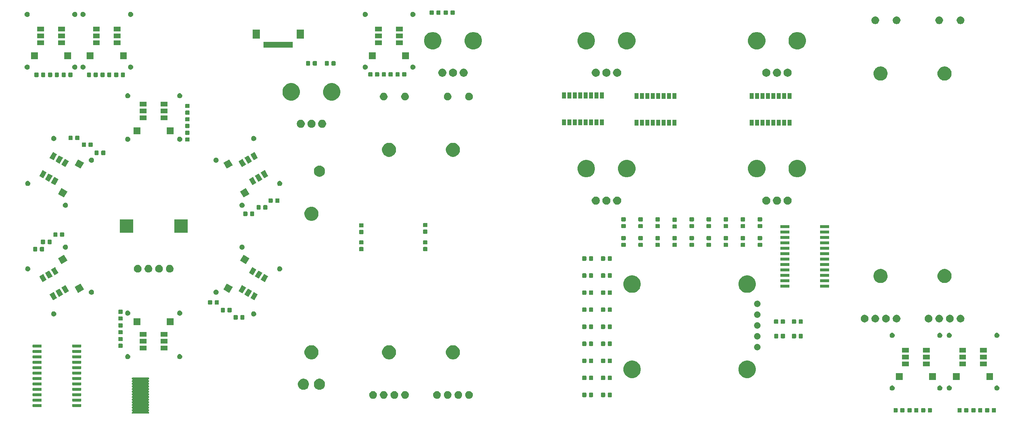
<source format=gbr>
G04 #@! TF.GenerationSoftware,KiCad,Pcbnew,(5.1.4-0-10_14)*
G04 #@! TF.CreationDate,2020-01-02T23:01:08+01:00*
G04 #@! TF.ProjectId,ProgrammerController,50726f67-7261-46d6-9d65-72436f6e7472,rev?*
G04 #@! TF.SameCoordinates,Original*
G04 #@! TF.FileFunction,Soldermask,Top*
G04 #@! TF.FilePolarity,Negative*
%FSLAX46Y46*%
G04 Gerber Fmt 4.6, Leading zero omitted, Abs format (unit mm)*
G04 Created by KiCad (PCBNEW (5.1.4-0-10_14)) date 2020-01-02 23:01:08*
%MOMM*%
%LPD*%
G04 APERTURE LIST*
%ADD10C,0.100000*%
G04 APERTURE END LIST*
D10*
G36*
X77781364Y-134532053D02*
G01*
X77821136Y-134544118D01*
X77857791Y-134563711D01*
X77889921Y-134590079D01*
X77916289Y-134622209D01*
X77935882Y-134658864D01*
X77947947Y-134698636D01*
X77952020Y-134740000D01*
X77947947Y-134781364D01*
X77935882Y-134821136D01*
X77916289Y-134857791D01*
X77889921Y-134889921D01*
X77857793Y-134916288D01*
X77813878Y-134939761D01*
X77793504Y-134953375D01*
X77776177Y-134970702D01*
X77762563Y-134991076D01*
X77753186Y-135013715D01*
X77748406Y-135037748D01*
X77748406Y-135062253D01*
X77753187Y-135086286D01*
X77762564Y-135108925D01*
X77776178Y-135129299D01*
X77793505Y-135146626D01*
X77813878Y-135160239D01*
X77857793Y-135183712D01*
X77889921Y-135210079D01*
X77916289Y-135242209D01*
X77935882Y-135278864D01*
X77947947Y-135318636D01*
X77952020Y-135360000D01*
X77947947Y-135401364D01*
X77935882Y-135441136D01*
X77916289Y-135477791D01*
X77889921Y-135509921D01*
X77857793Y-135536288D01*
X77813878Y-135559761D01*
X77793504Y-135573375D01*
X77776177Y-135590702D01*
X77762563Y-135611076D01*
X77753186Y-135633715D01*
X77748406Y-135657748D01*
X77748406Y-135682253D01*
X77753187Y-135706286D01*
X77762564Y-135728925D01*
X77776178Y-135749299D01*
X77793505Y-135766626D01*
X77813878Y-135780239D01*
X77857793Y-135803712D01*
X77889921Y-135830079D01*
X77916289Y-135862209D01*
X77935882Y-135898864D01*
X77947947Y-135938636D01*
X77952020Y-135980000D01*
X77947947Y-136021364D01*
X77935882Y-136061136D01*
X77916289Y-136097791D01*
X77889921Y-136129921D01*
X77857793Y-136156288D01*
X77813878Y-136179761D01*
X77793504Y-136193375D01*
X77776177Y-136210702D01*
X77762563Y-136231076D01*
X77753186Y-136253715D01*
X77748406Y-136277748D01*
X77748406Y-136302253D01*
X77753187Y-136326286D01*
X77762564Y-136348925D01*
X77776178Y-136369299D01*
X77793505Y-136386626D01*
X77813878Y-136400239D01*
X77857793Y-136423712D01*
X77889921Y-136450079D01*
X77916289Y-136482209D01*
X77935882Y-136518864D01*
X77947947Y-136558636D01*
X77952020Y-136600000D01*
X77947947Y-136641364D01*
X77935882Y-136681136D01*
X77916289Y-136717791D01*
X77889921Y-136749921D01*
X77857793Y-136776288D01*
X77813878Y-136799761D01*
X77793504Y-136813375D01*
X77776177Y-136830702D01*
X77762563Y-136851076D01*
X77753186Y-136873715D01*
X77748406Y-136897748D01*
X77748406Y-136922253D01*
X77753187Y-136946286D01*
X77762564Y-136968925D01*
X77776178Y-136989299D01*
X77793505Y-137006626D01*
X77813878Y-137020239D01*
X77857793Y-137043712D01*
X77889921Y-137070079D01*
X77916289Y-137102209D01*
X77935882Y-137138864D01*
X77947947Y-137178636D01*
X77952020Y-137220000D01*
X77947947Y-137261364D01*
X77935882Y-137301136D01*
X77916289Y-137337791D01*
X77889921Y-137369921D01*
X77857793Y-137396288D01*
X77813878Y-137419761D01*
X77793504Y-137433375D01*
X77776177Y-137450702D01*
X77762563Y-137471076D01*
X77753186Y-137493715D01*
X77748406Y-137517748D01*
X77748406Y-137542253D01*
X77753187Y-137566286D01*
X77762564Y-137588925D01*
X77776178Y-137609299D01*
X77793505Y-137626626D01*
X77813878Y-137640239D01*
X77857793Y-137663712D01*
X77889921Y-137690079D01*
X77916289Y-137722209D01*
X77935882Y-137758864D01*
X77947947Y-137798636D01*
X77952020Y-137840000D01*
X77947947Y-137881364D01*
X77935882Y-137921136D01*
X77916289Y-137957791D01*
X77889921Y-137989921D01*
X77857793Y-138016288D01*
X77813878Y-138039761D01*
X77793504Y-138053375D01*
X77776177Y-138070702D01*
X77762563Y-138091076D01*
X77753186Y-138113715D01*
X77748406Y-138137748D01*
X77748406Y-138162253D01*
X77753187Y-138186286D01*
X77762564Y-138208925D01*
X77776178Y-138229299D01*
X77793505Y-138246626D01*
X77813878Y-138260239D01*
X77857793Y-138283712D01*
X77889921Y-138310079D01*
X77916289Y-138342209D01*
X77935882Y-138378864D01*
X77947947Y-138418636D01*
X77952020Y-138460000D01*
X77947947Y-138501364D01*
X77935882Y-138541136D01*
X77916289Y-138577791D01*
X77889921Y-138609921D01*
X77857793Y-138636288D01*
X77813878Y-138659761D01*
X77793504Y-138673375D01*
X77776177Y-138690702D01*
X77762563Y-138711076D01*
X77753186Y-138733715D01*
X77748406Y-138757748D01*
X77748406Y-138782253D01*
X77753187Y-138806286D01*
X77762564Y-138828925D01*
X77776178Y-138849299D01*
X77793505Y-138866626D01*
X77813878Y-138880239D01*
X77857793Y-138903712D01*
X77889921Y-138930079D01*
X77916289Y-138962209D01*
X77935882Y-138998864D01*
X77947947Y-139038636D01*
X77952020Y-139080000D01*
X77947947Y-139121364D01*
X77935882Y-139161136D01*
X77916289Y-139197791D01*
X77889921Y-139229921D01*
X77857793Y-139256288D01*
X77813878Y-139279761D01*
X77793504Y-139293375D01*
X77776177Y-139310702D01*
X77762563Y-139331076D01*
X77753186Y-139353715D01*
X77748406Y-139377748D01*
X77748406Y-139402253D01*
X77753187Y-139426286D01*
X77762564Y-139448925D01*
X77776178Y-139469299D01*
X77793505Y-139486626D01*
X77813878Y-139500239D01*
X77857793Y-139523712D01*
X77889921Y-139550079D01*
X77916289Y-139582209D01*
X77935882Y-139618864D01*
X77947947Y-139658636D01*
X77952020Y-139700000D01*
X77947947Y-139741364D01*
X77935882Y-139781136D01*
X77916289Y-139817791D01*
X77889921Y-139849921D01*
X77857793Y-139876288D01*
X77813878Y-139899761D01*
X77793504Y-139913375D01*
X77776177Y-139930702D01*
X77762563Y-139951076D01*
X77753186Y-139973715D01*
X77748406Y-139997748D01*
X77748406Y-140022253D01*
X77753187Y-140046286D01*
X77762564Y-140068925D01*
X77776178Y-140089299D01*
X77793505Y-140106626D01*
X77813878Y-140120239D01*
X77857793Y-140143712D01*
X77889921Y-140170079D01*
X77916289Y-140202209D01*
X77935882Y-140238864D01*
X77947947Y-140278636D01*
X77952020Y-140320000D01*
X77947947Y-140361364D01*
X77935882Y-140401136D01*
X77916289Y-140437791D01*
X77889921Y-140469921D01*
X77857793Y-140496288D01*
X77813878Y-140519761D01*
X77793504Y-140533375D01*
X77776177Y-140550702D01*
X77762563Y-140571076D01*
X77753186Y-140593715D01*
X77748406Y-140617748D01*
X77748406Y-140642253D01*
X77753187Y-140666286D01*
X77762564Y-140688925D01*
X77776178Y-140709299D01*
X77793505Y-140726626D01*
X77813878Y-140740239D01*
X77857793Y-140763712D01*
X77889921Y-140790079D01*
X77916289Y-140822209D01*
X77935882Y-140858864D01*
X77947947Y-140898636D01*
X77952020Y-140940000D01*
X77947947Y-140981364D01*
X77935882Y-141021136D01*
X77916289Y-141057791D01*
X77889921Y-141089921D01*
X77857793Y-141116288D01*
X77813878Y-141139761D01*
X77793504Y-141153375D01*
X77776177Y-141170702D01*
X77762563Y-141191076D01*
X77753186Y-141213715D01*
X77748406Y-141237748D01*
X77748406Y-141262253D01*
X77753187Y-141286286D01*
X77762564Y-141308925D01*
X77776178Y-141329299D01*
X77793505Y-141346626D01*
X77813878Y-141360239D01*
X77857793Y-141383712D01*
X77889921Y-141410079D01*
X77916289Y-141442209D01*
X77935882Y-141478864D01*
X77947947Y-141518636D01*
X77952020Y-141560000D01*
X77947947Y-141601364D01*
X77935882Y-141641136D01*
X77916289Y-141677791D01*
X77889921Y-141709921D01*
X77857793Y-141736288D01*
X77813878Y-141759761D01*
X77793504Y-141773375D01*
X77776177Y-141790702D01*
X77762563Y-141811076D01*
X77753186Y-141833715D01*
X77748406Y-141857748D01*
X77748406Y-141882253D01*
X77753187Y-141906286D01*
X77762564Y-141928925D01*
X77776178Y-141949299D01*
X77793505Y-141966626D01*
X77813878Y-141980239D01*
X77857793Y-142003712D01*
X77889921Y-142030079D01*
X77916289Y-142062209D01*
X77935882Y-142098864D01*
X77947947Y-142138636D01*
X77952020Y-142180000D01*
X77947947Y-142221364D01*
X77935882Y-142261136D01*
X77916289Y-142297791D01*
X77889921Y-142329921D01*
X77857793Y-142356288D01*
X77813878Y-142379761D01*
X77793504Y-142393375D01*
X77776177Y-142410702D01*
X77762563Y-142431076D01*
X77753186Y-142453715D01*
X77748406Y-142477748D01*
X77748406Y-142502253D01*
X77753187Y-142526286D01*
X77762564Y-142548925D01*
X77776178Y-142569299D01*
X77793505Y-142586626D01*
X77813878Y-142600239D01*
X77857793Y-142623712D01*
X77889921Y-142650079D01*
X77916289Y-142682209D01*
X77935882Y-142718864D01*
X77947947Y-142758636D01*
X77952020Y-142800000D01*
X77947947Y-142841364D01*
X77935882Y-142881136D01*
X77916289Y-142917791D01*
X77889921Y-142949921D01*
X77857791Y-142976289D01*
X77821136Y-142995882D01*
X77781364Y-143007947D01*
X77750361Y-143011000D01*
X74049639Y-143011000D01*
X74018636Y-143007947D01*
X73978864Y-142995882D01*
X73942209Y-142976289D01*
X73910079Y-142949921D01*
X73883711Y-142917791D01*
X73864118Y-142881136D01*
X73852053Y-142841364D01*
X73847980Y-142800000D01*
X73852053Y-142758636D01*
X73864118Y-142718864D01*
X73883711Y-142682209D01*
X73910079Y-142650079D01*
X73942207Y-142623712D01*
X73986122Y-142600239D01*
X74006496Y-142586625D01*
X74023823Y-142569298D01*
X74037437Y-142548924D01*
X74046814Y-142526285D01*
X74051594Y-142502252D01*
X74051594Y-142477747D01*
X74046813Y-142453714D01*
X74037436Y-142431075D01*
X74023822Y-142410701D01*
X74006495Y-142393374D01*
X73986122Y-142379761D01*
X73942207Y-142356288D01*
X73910079Y-142329921D01*
X73883711Y-142297791D01*
X73864118Y-142261136D01*
X73852053Y-142221364D01*
X73847980Y-142180000D01*
X73852053Y-142138636D01*
X73864118Y-142098864D01*
X73883711Y-142062209D01*
X73910079Y-142030079D01*
X73942207Y-142003712D01*
X73986122Y-141980239D01*
X74006496Y-141966625D01*
X74023823Y-141949298D01*
X74037437Y-141928924D01*
X74046814Y-141906285D01*
X74051594Y-141882252D01*
X74051594Y-141857747D01*
X74046813Y-141833714D01*
X74037436Y-141811075D01*
X74023822Y-141790701D01*
X74006495Y-141773374D01*
X73986122Y-141759761D01*
X73942207Y-141736288D01*
X73910079Y-141709921D01*
X73883711Y-141677791D01*
X73864118Y-141641136D01*
X73852053Y-141601364D01*
X73847980Y-141560000D01*
X73852053Y-141518636D01*
X73864118Y-141478864D01*
X73883711Y-141442209D01*
X73910079Y-141410079D01*
X73942207Y-141383712D01*
X73986122Y-141360239D01*
X74006496Y-141346625D01*
X74023823Y-141329298D01*
X74037437Y-141308924D01*
X74046814Y-141286285D01*
X74051594Y-141262252D01*
X74051594Y-141237747D01*
X74046813Y-141213714D01*
X74037436Y-141191075D01*
X74023822Y-141170701D01*
X74006495Y-141153374D01*
X73986122Y-141139761D01*
X73942207Y-141116288D01*
X73910079Y-141089921D01*
X73883711Y-141057791D01*
X73864118Y-141021136D01*
X73852053Y-140981364D01*
X73847980Y-140940000D01*
X73852053Y-140898636D01*
X73864118Y-140858864D01*
X73883711Y-140822209D01*
X73910079Y-140790079D01*
X73942207Y-140763712D01*
X73986122Y-140740239D01*
X74006496Y-140726625D01*
X74023823Y-140709298D01*
X74037437Y-140688924D01*
X74046814Y-140666285D01*
X74051594Y-140642252D01*
X74051594Y-140617747D01*
X74046813Y-140593714D01*
X74037436Y-140571075D01*
X74023822Y-140550701D01*
X74006495Y-140533374D01*
X73986122Y-140519761D01*
X73942207Y-140496288D01*
X73910079Y-140469921D01*
X73883711Y-140437791D01*
X73864118Y-140401136D01*
X73852053Y-140361364D01*
X73847980Y-140320000D01*
X73852053Y-140278636D01*
X73864118Y-140238864D01*
X73883711Y-140202209D01*
X73910079Y-140170079D01*
X73942207Y-140143712D01*
X73986122Y-140120239D01*
X74006496Y-140106625D01*
X74023823Y-140089298D01*
X74037437Y-140068924D01*
X74046814Y-140046285D01*
X74051594Y-140022252D01*
X74051594Y-139997747D01*
X74046813Y-139973714D01*
X74037436Y-139951075D01*
X74023822Y-139930701D01*
X74006495Y-139913374D01*
X73986122Y-139899761D01*
X73942207Y-139876288D01*
X73910079Y-139849921D01*
X73883711Y-139817791D01*
X73864118Y-139781136D01*
X73852053Y-139741364D01*
X73847980Y-139700000D01*
X73852053Y-139658636D01*
X73864118Y-139618864D01*
X73883711Y-139582209D01*
X73910079Y-139550079D01*
X73942207Y-139523712D01*
X73986122Y-139500239D01*
X74006496Y-139486625D01*
X74023823Y-139469298D01*
X74037437Y-139448924D01*
X74046814Y-139426285D01*
X74051594Y-139402252D01*
X74051594Y-139377747D01*
X74046813Y-139353714D01*
X74037436Y-139331075D01*
X74023822Y-139310701D01*
X74006495Y-139293374D01*
X73986122Y-139279761D01*
X73942207Y-139256288D01*
X73910079Y-139229921D01*
X73883711Y-139197791D01*
X73864118Y-139161136D01*
X73852053Y-139121364D01*
X73847980Y-139080000D01*
X73852053Y-139038636D01*
X73864118Y-138998864D01*
X73883711Y-138962209D01*
X73910079Y-138930079D01*
X73942207Y-138903712D01*
X73986122Y-138880239D01*
X74006496Y-138866625D01*
X74023823Y-138849298D01*
X74037437Y-138828924D01*
X74046814Y-138806285D01*
X74051594Y-138782252D01*
X74051594Y-138757747D01*
X74046813Y-138733714D01*
X74037436Y-138711075D01*
X74023822Y-138690701D01*
X74006495Y-138673374D01*
X73986122Y-138659761D01*
X73942207Y-138636288D01*
X73910079Y-138609921D01*
X73883711Y-138577791D01*
X73864118Y-138541136D01*
X73852053Y-138501364D01*
X73847980Y-138460000D01*
X73852053Y-138418636D01*
X73864118Y-138378864D01*
X73883711Y-138342209D01*
X73910079Y-138310079D01*
X73942207Y-138283712D01*
X73986122Y-138260239D01*
X74006496Y-138246625D01*
X74023823Y-138229298D01*
X74037437Y-138208924D01*
X74046814Y-138186285D01*
X74051594Y-138162252D01*
X74051594Y-138137747D01*
X74046813Y-138113714D01*
X74037436Y-138091075D01*
X74023822Y-138070701D01*
X74006495Y-138053374D01*
X73986122Y-138039761D01*
X73942207Y-138016288D01*
X73910079Y-137989921D01*
X73883711Y-137957791D01*
X73864118Y-137921136D01*
X73852053Y-137881364D01*
X73847980Y-137840000D01*
X73852053Y-137798636D01*
X73864118Y-137758864D01*
X73883711Y-137722209D01*
X73910079Y-137690079D01*
X73942207Y-137663712D01*
X73986122Y-137640239D01*
X74006496Y-137626625D01*
X74023823Y-137609298D01*
X74037437Y-137588924D01*
X74046814Y-137566285D01*
X74051594Y-137542252D01*
X74051594Y-137517747D01*
X74046813Y-137493714D01*
X74037436Y-137471075D01*
X74023822Y-137450701D01*
X74006495Y-137433374D01*
X73986122Y-137419761D01*
X73942207Y-137396288D01*
X73910079Y-137369921D01*
X73883711Y-137337791D01*
X73864118Y-137301136D01*
X73852053Y-137261364D01*
X73847980Y-137220000D01*
X73852053Y-137178636D01*
X73864118Y-137138864D01*
X73883711Y-137102209D01*
X73910079Y-137070079D01*
X73942207Y-137043712D01*
X73986122Y-137020239D01*
X74006496Y-137006625D01*
X74023823Y-136989298D01*
X74037437Y-136968924D01*
X74046814Y-136946285D01*
X74051594Y-136922252D01*
X74051594Y-136897747D01*
X74046813Y-136873714D01*
X74037436Y-136851075D01*
X74023822Y-136830701D01*
X74006495Y-136813374D01*
X73986122Y-136799761D01*
X73942207Y-136776288D01*
X73910079Y-136749921D01*
X73883711Y-136717791D01*
X73864118Y-136681136D01*
X73852053Y-136641364D01*
X73847980Y-136600000D01*
X73852053Y-136558636D01*
X73864118Y-136518864D01*
X73883711Y-136482209D01*
X73910079Y-136450079D01*
X73942207Y-136423712D01*
X73986122Y-136400239D01*
X74006496Y-136386625D01*
X74023823Y-136369298D01*
X74037437Y-136348924D01*
X74046814Y-136326285D01*
X74051594Y-136302252D01*
X74051594Y-136277747D01*
X74046813Y-136253714D01*
X74037436Y-136231075D01*
X74023822Y-136210701D01*
X74006495Y-136193374D01*
X73986122Y-136179761D01*
X73942207Y-136156288D01*
X73910079Y-136129921D01*
X73883711Y-136097791D01*
X73864118Y-136061136D01*
X73852053Y-136021364D01*
X73847980Y-135980000D01*
X73852053Y-135938636D01*
X73864118Y-135898864D01*
X73883711Y-135862209D01*
X73910079Y-135830079D01*
X73942207Y-135803712D01*
X73986122Y-135780239D01*
X74006496Y-135766625D01*
X74023823Y-135749298D01*
X74037437Y-135728924D01*
X74046814Y-135706285D01*
X74051594Y-135682252D01*
X74051594Y-135657747D01*
X74046813Y-135633714D01*
X74037436Y-135611075D01*
X74023822Y-135590701D01*
X74006495Y-135573374D01*
X73986122Y-135559761D01*
X73942207Y-135536288D01*
X73910079Y-135509921D01*
X73883711Y-135477791D01*
X73864118Y-135441136D01*
X73852053Y-135401364D01*
X73847980Y-135360000D01*
X73852053Y-135318636D01*
X73864118Y-135278864D01*
X73883711Y-135242209D01*
X73910079Y-135210079D01*
X73942207Y-135183712D01*
X73986122Y-135160239D01*
X74006496Y-135146625D01*
X74023823Y-135129298D01*
X74037437Y-135108924D01*
X74046814Y-135086285D01*
X74051594Y-135062252D01*
X74051594Y-135037747D01*
X74046813Y-135013714D01*
X74037436Y-134991075D01*
X74023822Y-134970701D01*
X74006495Y-134953374D01*
X73986122Y-134939761D01*
X73942207Y-134916288D01*
X73910079Y-134889921D01*
X73883711Y-134857791D01*
X73864118Y-134821136D01*
X73852053Y-134781364D01*
X73847980Y-134740000D01*
X73852053Y-134698636D01*
X73864118Y-134658864D01*
X73883711Y-134622209D01*
X73910079Y-134590079D01*
X73942209Y-134563711D01*
X73978864Y-134544118D01*
X74018636Y-134532053D01*
X74049639Y-134529000D01*
X77750361Y-134529000D01*
X77781364Y-134532053D01*
X77781364Y-134532053D01*
G37*
G36*
X274842091Y-141678085D02*
G01*
X274876069Y-141688393D01*
X274907390Y-141705134D01*
X274934839Y-141727661D01*
X274957366Y-141755110D01*
X274974107Y-141786431D01*
X274984415Y-141820409D01*
X274988500Y-141861890D01*
X274988500Y-142538110D01*
X274984415Y-142579591D01*
X274974107Y-142613569D01*
X274957366Y-142644890D01*
X274934839Y-142672339D01*
X274907390Y-142694866D01*
X274876069Y-142711607D01*
X274842091Y-142721915D01*
X274800610Y-142726000D01*
X274199390Y-142726000D01*
X274157909Y-142721915D01*
X274123931Y-142711607D01*
X274092610Y-142694866D01*
X274065161Y-142672339D01*
X274042634Y-142644890D01*
X274025893Y-142613569D01*
X274015585Y-142579591D01*
X274011500Y-142538110D01*
X274011500Y-141861890D01*
X274015585Y-141820409D01*
X274025893Y-141786431D01*
X274042634Y-141755110D01*
X274065161Y-141727661D01*
X274092610Y-141705134D01*
X274123931Y-141688393D01*
X274157909Y-141678085D01*
X274199390Y-141674000D01*
X274800610Y-141674000D01*
X274842091Y-141678085D01*
X274842091Y-141678085D01*
G37*
G36*
X273217091Y-141678085D02*
G01*
X273251069Y-141688393D01*
X273282390Y-141705134D01*
X273309839Y-141727661D01*
X273332366Y-141755110D01*
X273349107Y-141786431D01*
X273359415Y-141820409D01*
X273363500Y-141861890D01*
X273363500Y-142538110D01*
X273359415Y-142579591D01*
X273349107Y-142613569D01*
X273332366Y-142644890D01*
X273309839Y-142672339D01*
X273282390Y-142694866D01*
X273251069Y-142711607D01*
X273217091Y-142721915D01*
X273175610Y-142726000D01*
X272574390Y-142726000D01*
X272532909Y-142721915D01*
X272498931Y-142711607D01*
X272467610Y-142694866D01*
X272440161Y-142672339D01*
X272417634Y-142644890D01*
X272400893Y-142613569D01*
X272390585Y-142579591D01*
X272386500Y-142538110D01*
X272386500Y-141861890D01*
X272390585Y-141820409D01*
X272400893Y-141786431D01*
X272417634Y-141755110D01*
X272440161Y-141727661D01*
X272467610Y-141705134D01*
X272498931Y-141688393D01*
X272532909Y-141678085D01*
X272574390Y-141674000D01*
X273175610Y-141674000D01*
X273217091Y-141678085D01*
X273217091Y-141678085D01*
G37*
G36*
X271642091Y-141678085D02*
G01*
X271676069Y-141688393D01*
X271707390Y-141705134D01*
X271734839Y-141727661D01*
X271757366Y-141755110D01*
X271774107Y-141786431D01*
X271784415Y-141820409D01*
X271788500Y-141861890D01*
X271788500Y-142538110D01*
X271784415Y-142579591D01*
X271774107Y-142613569D01*
X271757366Y-142644890D01*
X271734839Y-142672339D01*
X271707390Y-142694866D01*
X271676069Y-142711607D01*
X271642091Y-142721915D01*
X271600610Y-142726000D01*
X270999390Y-142726000D01*
X270957909Y-142721915D01*
X270923931Y-142711607D01*
X270892610Y-142694866D01*
X270865161Y-142672339D01*
X270842634Y-142644890D01*
X270825893Y-142613569D01*
X270815585Y-142579591D01*
X270811500Y-142538110D01*
X270811500Y-141861890D01*
X270815585Y-141820409D01*
X270825893Y-141786431D01*
X270842634Y-141755110D01*
X270865161Y-141727661D01*
X270892610Y-141705134D01*
X270923931Y-141688393D01*
X270957909Y-141678085D01*
X270999390Y-141674000D01*
X271600610Y-141674000D01*
X271642091Y-141678085D01*
X271642091Y-141678085D01*
G37*
G36*
X269942091Y-141678085D02*
G01*
X269976069Y-141688393D01*
X270007390Y-141705134D01*
X270034839Y-141727661D01*
X270057366Y-141755110D01*
X270074107Y-141786431D01*
X270084415Y-141820409D01*
X270088500Y-141861890D01*
X270088500Y-142538110D01*
X270084415Y-142579591D01*
X270074107Y-142613569D01*
X270057366Y-142644890D01*
X270034839Y-142672339D01*
X270007390Y-142694866D01*
X269976069Y-142711607D01*
X269942091Y-142721915D01*
X269900610Y-142726000D01*
X269299390Y-142726000D01*
X269257909Y-142721915D01*
X269223931Y-142711607D01*
X269192610Y-142694866D01*
X269165161Y-142672339D01*
X269142634Y-142644890D01*
X269125893Y-142613569D01*
X269115585Y-142579591D01*
X269111500Y-142538110D01*
X269111500Y-141861890D01*
X269115585Y-141820409D01*
X269125893Y-141786431D01*
X269142634Y-141755110D01*
X269165161Y-141727661D01*
X269192610Y-141705134D01*
X269223931Y-141688393D01*
X269257909Y-141678085D01*
X269299390Y-141674000D01*
X269900610Y-141674000D01*
X269942091Y-141678085D01*
X269942091Y-141678085D01*
G37*
G36*
X268367091Y-141678085D02*
G01*
X268401069Y-141688393D01*
X268432390Y-141705134D01*
X268459839Y-141727661D01*
X268482366Y-141755110D01*
X268499107Y-141786431D01*
X268509415Y-141820409D01*
X268513500Y-141861890D01*
X268513500Y-142538110D01*
X268509415Y-142579591D01*
X268499107Y-142613569D01*
X268482366Y-142644890D01*
X268459839Y-142672339D01*
X268432390Y-142694866D01*
X268401069Y-142711607D01*
X268367091Y-142721915D01*
X268325610Y-142726000D01*
X267724390Y-142726000D01*
X267682909Y-142721915D01*
X267648931Y-142711607D01*
X267617610Y-142694866D01*
X267590161Y-142672339D01*
X267567634Y-142644890D01*
X267550893Y-142613569D01*
X267540585Y-142579591D01*
X267536500Y-142538110D01*
X267536500Y-141861890D01*
X267540585Y-141820409D01*
X267550893Y-141786431D01*
X267567634Y-141755110D01*
X267590161Y-141727661D01*
X267617610Y-141705134D01*
X267648931Y-141688393D01*
X267682909Y-141678085D01*
X267724390Y-141674000D01*
X268325610Y-141674000D01*
X268367091Y-141678085D01*
X268367091Y-141678085D01*
G37*
G36*
X261417091Y-141678085D02*
G01*
X261451069Y-141688393D01*
X261482390Y-141705134D01*
X261509839Y-141727661D01*
X261532366Y-141755110D01*
X261549107Y-141786431D01*
X261559415Y-141820409D01*
X261563500Y-141861890D01*
X261563500Y-142538110D01*
X261559415Y-142579591D01*
X261549107Y-142613569D01*
X261532366Y-142644890D01*
X261509839Y-142672339D01*
X261482390Y-142694866D01*
X261451069Y-142711607D01*
X261417091Y-142721915D01*
X261375610Y-142726000D01*
X260774390Y-142726000D01*
X260732909Y-142721915D01*
X260698931Y-142711607D01*
X260667610Y-142694866D01*
X260640161Y-142672339D01*
X260617634Y-142644890D01*
X260600893Y-142613569D01*
X260590585Y-142579591D01*
X260586500Y-142538110D01*
X260586500Y-141861890D01*
X260590585Y-141820409D01*
X260600893Y-141786431D01*
X260617634Y-141755110D01*
X260640161Y-141727661D01*
X260667610Y-141705134D01*
X260698931Y-141688393D01*
X260732909Y-141678085D01*
X260774390Y-141674000D01*
X261375610Y-141674000D01*
X261417091Y-141678085D01*
X261417091Y-141678085D01*
G37*
G36*
X259842091Y-141678085D02*
G01*
X259876069Y-141688393D01*
X259907390Y-141705134D01*
X259934839Y-141727661D01*
X259957366Y-141755110D01*
X259974107Y-141786431D01*
X259984415Y-141820409D01*
X259988500Y-141861890D01*
X259988500Y-142538110D01*
X259984415Y-142579591D01*
X259974107Y-142613569D01*
X259957366Y-142644890D01*
X259934839Y-142672339D01*
X259907390Y-142694866D01*
X259876069Y-142711607D01*
X259842091Y-142721915D01*
X259800610Y-142726000D01*
X259199390Y-142726000D01*
X259157909Y-142721915D01*
X259123931Y-142711607D01*
X259092610Y-142694866D01*
X259065161Y-142672339D01*
X259042634Y-142644890D01*
X259025893Y-142613569D01*
X259015585Y-142579591D01*
X259011500Y-142538110D01*
X259011500Y-141861890D01*
X259015585Y-141820409D01*
X259025893Y-141786431D01*
X259042634Y-141755110D01*
X259065161Y-141727661D01*
X259092610Y-141705134D01*
X259123931Y-141688393D01*
X259157909Y-141678085D01*
X259199390Y-141674000D01*
X259800610Y-141674000D01*
X259842091Y-141678085D01*
X259842091Y-141678085D01*
G37*
G36*
X258217091Y-141678085D02*
G01*
X258251069Y-141688393D01*
X258282390Y-141705134D01*
X258309839Y-141727661D01*
X258332366Y-141755110D01*
X258349107Y-141786431D01*
X258359415Y-141820409D01*
X258363500Y-141861890D01*
X258363500Y-142538110D01*
X258359415Y-142579591D01*
X258349107Y-142613569D01*
X258332366Y-142644890D01*
X258309839Y-142672339D01*
X258282390Y-142694866D01*
X258251069Y-142711607D01*
X258217091Y-142721915D01*
X258175610Y-142726000D01*
X257574390Y-142726000D01*
X257532909Y-142721915D01*
X257498931Y-142711607D01*
X257467610Y-142694866D01*
X257440161Y-142672339D01*
X257417634Y-142644890D01*
X257400893Y-142613569D01*
X257390585Y-142579591D01*
X257386500Y-142538110D01*
X257386500Y-141861890D01*
X257390585Y-141820409D01*
X257400893Y-141786431D01*
X257417634Y-141755110D01*
X257440161Y-141727661D01*
X257467610Y-141705134D01*
X257498931Y-141688393D01*
X257532909Y-141678085D01*
X257574390Y-141674000D01*
X258175610Y-141674000D01*
X258217091Y-141678085D01*
X258217091Y-141678085D01*
G37*
G36*
X256642091Y-141678085D02*
G01*
X256676069Y-141688393D01*
X256707390Y-141705134D01*
X256734839Y-141727661D01*
X256757366Y-141755110D01*
X256774107Y-141786431D01*
X256784415Y-141820409D01*
X256788500Y-141861890D01*
X256788500Y-142538110D01*
X256784415Y-142579591D01*
X256774107Y-142613569D01*
X256757366Y-142644890D01*
X256734839Y-142672339D01*
X256707390Y-142694866D01*
X256676069Y-142711607D01*
X256642091Y-142721915D01*
X256600610Y-142726000D01*
X255999390Y-142726000D01*
X255957909Y-142721915D01*
X255923931Y-142711607D01*
X255892610Y-142694866D01*
X255865161Y-142672339D01*
X255842634Y-142644890D01*
X255825893Y-142613569D01*
X255815585Y-142579591D01*
X255811500Y-142538110D01*
X255811500Y-141861890D01*
X255815585Y-141820409D01*
X255825893Y-141786431D01*
X255842634Y-141755110D01*
X255865161Y-141727661D01*
X255892610Y-141705134D01*
X255923931Y-141688393D01*
X255957909Y-141678085D01*
X255999390Y-141674000D01*
X256600610Y-141674000D01*
X256642091Y-141678085D01*
X256642091Y-141678085D01*
G37*
G36*
X254942091Y-141678085D02*
G01*
X254976069Y-141688393D01*
X255007390Y-141705134D01*
X255034839Y-141727661D01*
X255057366Y-141755110D01*
X255074107Y-141786431D01*
X255084415Y-141820409D01*
X255088500Y-141861890D01*
X255088500Y-142538110D01*
X255084415Y-142579591D01*
X255074107Y-142613569D01*
X255057366Y-142644890D01*
X255034839Y-142672339D01*
X255007390Y-142694866D01*
X254976069Y-142711607D01*
X254942091Y-142721915D01*
X254900610Y-142726000D01*
X254299390Y-142726000D01*
X254257909Y-142721915D01*
X254223931Y-142711607D01*
X254192610Y-142694866D01*
X254165161Y-142672339D01*
X254142634Y-142644890D01*
X254125893Y-142613569D01*
X254115585Y-142579591D01*
X254111500Y-142538110D01*
X254111500Y-141861890D01*
X254115585Y-141820409D01*
X254125893Y-141786431D01*
X254142634Y-141755110D01*
X254165161Y-141727661D01*
X254192610Y-141705134D01*
X254223931Y-141688393D01*
X254257909Y-141678085D01*
X254299390Y-141674000D01*
X254900610Y-141674000D01*
X254942091Y-141678085D01*
X254942091Y-141678085D01*
G37*
G36*
X253367091Y-141678085D02*
G01*
X253401069Y-141688393D01*
X253432390Y-141705134D01*
X253459839Y-141727661D01*
X253482366Y-141755110D01*
X253499107Y-141786431D01*
X253509415Y-141820409D01*
X253513500Y-141861890D01*
X253513500Y-142538110D01*
X253509415Y-142579591D01*
X253499107Y-142613569D01*
X253482366Y-142644890D01*
X253459839Y-142672339D01*
X253432390Y-142694866D01*
X253401069Y-142711607D01*
X253367091Y-142721915D01*
X253325610Y-142726000D01*
X252724390Y-142726000D01*
X252682909Y-142721915D01*
X252648931Y-142711607D01*
X252617610Y-142694866D01*
X252590161Y-142672339D01*
X252567634Y-142644890D01*
X252550893Y-142613569D01*
X252540585Y-142579591D01*
X252536500Y-142538110D01*
X252536500Y-141861890D01*
X252540585Y-141820409D01*
X252550893Y-141786431D01*
X252567634Y-141755110D01*
X252590161Y-141727661D01*
X252617610Y-141705134D01*
X252648931Y-141688393D01*
X252682909Y-141678085D01*
X252724390Y-141674000D01*
X253325610Y-141674000D01*
X253367091Y-141678085D01*
X253367091Y-141678085D01*
G37*
G36*
X276417091Y-141678085D02*
G01*
X276451069Y-141688393D01*
X276482390Y-141705134D01*
X276509839Y-141727661D01*
X276532366Y-141755110D01*
X276549107Y-141786431D01*
X276559415Y-141820409D01*
X276563500Y-141861890D01*
X276563500Y-142538110D01*
X276559415Y-142579591D01*
X276549107Y-142613569D01*
X276532366Y-142644890D01*
X276509839Y-142672339D01*
X276482390Y-142694866D01*
X276451069Y-142711607D01*
X276417091Y-142721915D01*
X276375610Y-142726000D01*
X275774390Y-142726000D01*
X275732909Y-142721915D01*
X275698931Y-142711607D01*
X275667610Y-142694866D01*
X275640161Y-142672339D01*
X275617634Y-142644890D01*
X275600893Y-142613569D01*
X275590585Y-142579591D01*
X275586500Y-142538110D01*
X275586500Y-141861890D01*
X275590585Y-141820409D01*
X275600893Y-141786431D01*
X275617634Y-141755110D01*
X275640161Y-141727661D01*
X275667610Y-141705134D01*
X275698931Y-141688393D01*
X275732909Y-141678085D01*
X275774390Y-141674000D01*
X276375610Y-141674000D01*
X276417091Y-141678085D01*
X276417091Y-141678085D01*
G37*
G36*
X52619987Y-140761524D02*
G01*
X52638730Y-140767210D01*
X52655997Y-140776439D01*
X52671136Y-140788864D01*
X52683561Y-140804003D01*
X52692790Y-140821270D01*
X52698476Y-140840013D01*
X52701000Y-140865640D01*
X52701000Y-141304360D01*
X52698476Y-141329987D01*
X52692790Y-141348730D01*
X52683561Y-141365997D01*
X52671136Y-141381136D01*
X52655997Y-141393561D01*
X52638730Y-141402790D01*
X52619987Y-141408476D01*
X52594360Y-141411000D01*
X50705640Y-141411000D01*
X50680013Y-141408476D01*
X50661270Y-141402790D01*
X50644003Y-141393561D01*
X50628864Y-141381136D01*
X50616439Y-141365997D01*
X50607210Y-141348730D01*
X50601524Y-141329987D01*
X50599000Y-141304360D01*
X50599000Y-140865640D01*
X50601524Y-140840013D01*
X50607210Y-140821270D01*
X50616439Y-140804003D01*
X50628864Y-140788864D01*
X50644003Y-140776439D01*
X50661270Y-140767210D01*
X50680013Y-140761524D01*
X50705640Y-140759000D01*
X52594360Y-140759000D01*
X52619987Y-140761524D01*
X52619987Y-140761524D01*
G37*
G36*
X61919987Y-140761524D02*
G01*
X61938730Y-140767210D01*
X61955997Y-140776439D01*
X61971136Y-140788864D01*
X61983561Y-140804003D01*
X61992790Y-140821270D01*
X61998476Y-140840013D01*
X62001000Y-140865640D01*
X62001000Y-141304360D01*
X61998476Y-141329987D01*
X61992790Y-141348730D01*
X61983561Y-141365997D01*
X61971136Y-141381136D01*
X61955997Y-141393561D01*
X61938730Y-141402790D01*
X61919987Y-141408476D01*
X61894360Y-141411000D01*
X60005640Y-141411000D01*
X59980013Y-141408476D01*
X59961270Y-141402790D01*
X59944003Y-141393561D01*
X59928864Y-141381136D01*
X59916439Y-141365997D01*
X59907210Y-141348730D01*
X59901524Y-141329987D01*
X59899000Y-141304360D01*
X59899000Y-140865640D01*
X59901524Y-140840013D01*
X59907210Y-140821270D01*
X59916439Y-140804003D01*
X59928864Y-140788864D01*
X59944003Y-140776439D01*
X59961270Y-140767210D01*
X59980013Y-140761524D01*
X60005640Y-140759000D01*
X61894360Y-140759000D01*
X61919987Y-140761524D01*
X61919987Y-140761524D01*
G37*
G36*
X52619987Y-139491524D02*
G01*
X52638730Y-139497210D01*
X52655997Y-139506439D01*
X52671136Y-139518864D01*
X52683561Y-139534003D01*
X52692790Y-139551270D01*
X52698476Y-139570013D01*
X52701000Y-139595640D01*
X52701000Y-140034360D01*
X52698476Y-140059987D01*
X52692790Y-140078730D01*
X52683561Y-140095997D01*
X52671136Y-140111136D01*
X52655997Y-140123561D01*
X52638730Y-140132790D01*
X52619987Y-140138476D01*
X52594360Y-140141000D01*
X50705640Y-140141000D01*
X50680013Y-140138476D01*
X50661270Y-140132790D01*
X50644003Y-140123561D01*
X50628864Y-140111136D01*
X50616439Y-140095997D01*
X50607210Y-140078730D01*
X50601524Y-140059987D01*
X50599000Y-140034360D01*
X50599000Y-139595640D01*
X50601524Y-139570013D01*
X50607210Y-139551270D01*
X50616439Y-139534003D01*
X50628864Y-139518864D01*
X50644003Y-139506439D01*
X50661270Y-139497210D01*
X50680013Y-139491524D01*
X50705640Y-139489000D01*
X52594360Y-139489000D01*
X52619987Y-139491524D01*
X52619987Y-139491524D01*
G37*
G36*
X61919987Y-139491524D02*
G01*
X61938730Y-139497210D01*
X61955997Y-139506439D01*
X61971136Y-139518864D01*
X61983561Y-139534003D01*
X61992790Y-139551270D01*
X61998476Y-139570013D01*
X62001000Y-139595640D01*
X62001000Y-140034360D01*
X61998476Y-140059987D01*
X61992790Y-140078730D01*
X61983561Y-140095997D01*
X61971136Y-140111136D01*
X61955997Y-140123561D01*
X61938730Y-140132790D01*
X61919987Y-140138476D01*
X61894360Y-140141000D01*
X60005640Y-140141000D01*
X59980013Y-140138476D01*
X59961270Y-140132790D01*
X59944003Y-140123561D01*
X59928864Y-140111136D01*
X59916439Y-140095997D01*
X59907210Y-140078730D01*
X59901524Y-140059987D01*
X59899000Y-140034360D01*
X59899000Y-139595640D01*
X59901524Y-139570013D01*
X59907210Y-139551270D01*
X59916439Y-139534003D01*
X59928864Y-139518864D01*
X59944003Y-139506439D01*
X59961270Y-139497210D01*
X59980013Y-139491524D01*
X60005640Y-139489000D01*
X61894360Y-139489000D01*
X61919987Y-139491524D01*
X61919987Y-139491524D01*
G37*
G36*
X133063512Y-137703927D02*
G01*
X133212812Y-137733624D01*
X133376784Y-137801544D01*
X133524354Y-137900147D01*
X133649853Y-138025646D01*
X133748456Y-138173216D01*
X133816376Y-138337188D01*
X133851000Y-138511259D01*
X133851000Y-138688741D01*
X133816376Y-138862812D01*
X133748456Y-139026784D01*
X133649853Y-139174354D01*
X133524354Y-139299853D01*
X133376784Y-139398456D01*
X133212812Y-139466376D01*
X133063512Y-139496073D01*
X133038742Y-139501000D01*
X132861258Y-139501000D01*
X132836488Y-139496073D01*
X132687188Y-139466376D01*
X132523216Y-139398456D01*
X132375646Y-139299853D01*
X132250147Y-139174354D01*
X132151544Y-139026784D01*
X132083624Y-138862812D01*
X132049000Y-138688741D01*
X132049000Y-138511259D01*
X132083624Y-138337188D01*
X132151544Y-138173216D01*
X132250147Y-138025646D01*
X132375646Y-137900147D01*
X132523216Y-137801544D01*
X132687188Y-137733624D01*
X132836488Y-137703927D01*
X132861258Y-137699000D01*
X133038742Y-137699000D01*
X133063512Y-137703927D01*
X133063512Y-137703927D01*
G37*
G36*
X153063512Y-137703927D02*
G01*
X153212812Y-137733624D01*
X153376784Y-137801544D01*
X153524354Y-137900147D01*
X153649853Y-138025646D01*
X153748456Y-138173216D01*
X153816376Y-138337188D01*
X153851000Y-138511259D01*
X153851000Y-138688741D01*
X153816376Y-138862812D01*
X153748456Y-139026784D01*
X153649853Y-139174354D01*
X153524354Y-139299853D01*
X153376784Y-139398456D01*
X153212812Y-139466376D01*
X153063512Y-139496073D01*
X153038742Y-139501000D01*
X152861258Y-139501000D01*
X152836488Y-139496073D01*
X152687188Y-139466376D01*
X152523216Y-139398456D01*
X152375646Y-139299853D01*
X152250147Y-139174354D01*
X152151544Y-139026784D01*
X152083624Y-138862812D01*
X152049000Y-138688741D01*
X152049000Y-138511259D01*
X152083624Y-138337188D01*
X152151544Y-138173216D01*
X152250147Y-138025646D01*
X152375646Y-137900147D01*
X152523216Y-137801544D01*
X152687188Y-137733624D01*
X152836488Y-137703927D01*
X152861258Y-137699000D01*
X153038742Y-137699000D01*
X153063512Y-137703927D01*
X153063512Y-137703927D01*
G37*
G36*
X130563512Y-137703927D02*
G01*
X130712812Y-137733624D01*
X130876784Y-137801544D01*
X131024354Y-137900147D01*
X131149853Y-138025646D01*
X131248456Y-138173216D01*
X131316376Y-138337188D01*
X131351000Y-138511259D01*
X131351000Y-138688741D01*
X131316376Y-138862812D01*
X131248456Y-139026784D01*
X131149853Y-139174354D01*
X131024354Y-139299853D01*
X130876784Y-139398456D01*
X130712812Y-139466376D01*
X130563512Y-139496073D01*
X130538742Y-139501000D01*
X130361258Y-139501000D01*
X130336488Y-139496073D01*
X130187188Y-139466376D01*
X130023216Y-139398456D01*
X129875646Y-139299853D01*
X129750147Y-139174354D01*
X129651544Y-139026784D01*
X129583624Y-138862812D01*
X129549000Y-138688741D01*
X129549000Y-138511259D01*
X129583624Y-138337188D01*
X129651544Y-138173216D01*
X129750147Y-138025646D01*
X129875646Y-137900147D01*
X130023216Y-137801544D01*
X130187188Y-137733624D01*
X130336488Y-137703927D01*
X130361258Y-137699000D01*
X130538742Y-137699000D01*
X130563512Y-137703927D01*
X130563512Y-137703927D01*
G37*
G36*
X135563512Y-137703927D02*
G01*
X135712812Y-137733624D01*
X135876784Y-137801544D01*
X136024354Y-137900147D01*
X136149853Y-138025646D01*
X136248456Y-138173216D01*
X136316376Y-138337188D01*
X136351000Y-138511259D01*
X136351000Y-138688741D01*
X136316376Y-138862812D01*
X136248456Y-139026784D01*
X136149853Y-139174354D01*
X136024354Y-139299853D01*
X135876784Y-139398456D01*
X135712812Y-139466376D01*
X135563512Y-139496073D01*
X135538742Y-139501000D01*
X135361258Y-139501000D01*
X135336488Y-139496073D01*
X135187188Y-139466376D01*
X135023216Y-139398456D01*
X134875646Y-139299853D01*
X134750147Y-139174354D01*
X134651544Y-139026784D01*
X134583624Y-138862812D01*
X134549000Y-138688741D01*
X134549000Y-138511259D01*
X134583624Y-138337188D01*
X134651544Y-138173216D01*
X134750147Y-138025646D01*
X134875646Y-137900147D01*
X135023216Y-137801544D01*
X135187188Y-137733624D01*
X135336488Y-137703927D01*
X135361258Y-137699000D01*
X135538742Y-137699000D01*
X135563512Y-137703927D01*
X135563512Y-137703927D01*
G37*
G36*
X138063512Y-137703927D02*
G01*
X138212812Y-137733624D01*
X138376784Y-137801544D01*
X138524354Y-137900147D01*
X138649853Y-138025646D01*
X138748456Y-138173216D01*
X138816376Y-138337188D01*
X138851000Y-138511259D01*
X138851000Y-138688741D01*
X138816376Y-138862812D01*
X138748456Y-139026784D01*
X138649853Y-139174354D01*
X138524354Y-139299853D01*
X138376784Y-139398456D01*
X138212812Y-139466376D01*
X138063512Y-139496073D01*
X138038742Y-139501000D01*
X137861258Y-139501000D01*
X137836488Y-139496073D01*
X137687188Y-139466376D01*
X137523216Y-139398456D01*
X137375646Y-139299853D01*
X137250147Y-139174354D01*
X137151544Y-139026784D01*
X137083624Y-138862812D01*
X137049000Y-138688741D01*
X137049000Y-138511259D01*
X137083624Y-138337188D01*
X137151544Y-138173216D01*
X137250147Y-138025646D01*
X137375646Y-137900147D01*
X137523216Y-137801544D01*
X137687188Y-137733624D01*
X137836488Y-137703927D01*
X137861258Y-137699000D01*
X138038742Y-137699000D01*
X138063512Y-137703927D01*
X138063512Y-137703927D01*
G37*
G36*
X148063512Y-137703927D02*
G01*
X148212812Y-137733624D01*
X148376784Y-137801544D01*
X148524354Y-137900147D01*
X148649853Y-138025646D01*
X148748456Y-138173216D01*
X148816376Y-138337188D01*
X148851000Y-138511259D01*
X148851000Y-138688741D01*
X148816376Y-138862812D01*
X148748456Y-139026784D01*
X148649853Y-139174354D01*
X148524354Y-139299853D01*
X148376784Y-139398456D01*
X148212812Y-139466376D01*
X148063512Y-139496073D01*
X148038742Y-139501000D01*
X147861258Y-139501000D01*
X147836488Y-139496073D01*
X147687188Y-139466376D01*
X147523216Y-139398456D01*
X147375646Y-139299853D01*
X147250147Y-139174354D01*
X147151544Y-139026784D01*
X147083624Y-138862812D01*
X147049000Y-138688741D01*
X147049000Y-138511259D01*
X147083624Y-138337188D01*
X147151544Y-138173216D01*
X147250147Y-138025646D01*
X147375646Y-137900147D01*
X147523216Y-137801544D01*
X147687188Y-137733624D01*
X147836488Y-137703927D01*
X147861258Y-137699000D01*
X148038742Y-137699000D01*
X148063512Y-137703927D01*
X148063512Y-137703927D01*
G37*
G36*
X145563512Y-137703927D02*
G01*
X145712812Y-137733624D01*
X145876784Y-137801544D01*
X146024354Y-137900147D01*
X146149853Y-138025646D01*
X146248456Y-138173216D01*
X146316376Y-138337188D01*
X146351000Y-138511259D01*
X146351000Y-138688741D01*
X146316376Y-138862812D01*
X146248456Y-139026784D01*
X146149853Y-139174354D01*
X146024354Y-139299853D01*
X145876784Y-139398456D01*
X145712812Y-139466376D01*
X145563512Y-139496073D01*
X145538742Y-139501000D01*
X145361258Y-139501000D01*
X145336488Y-139496073D01*
X145187188Y-139466376D01*
X145023216Y-139398456D01*
X144875646Y-139299853D01*
X144750147Y-139174354D01*
X144651544Y-139026784D01*
X144583624Y-138862812D01*
X144549000Y-138688741D01*
X144549000Y-138511259D01*
X144583624Y-138337188D01*
X144651544Y-138173216D01*
X144750147Y-138025646D01*
X144875646Y-137900147D01*
X145023216Y-137801544D01*
X145187188Y-137733624D01*
X145336488Y-137703927D01*
X145361258Y-137699000D01*
X145538742Y-137699000D01*
X145563512Y-137703927D01*
X145563512Y-137703927D01*
G37*
G36*
X150563512Y-137703927D02*
G01*
X150712812Y-137733624D01*
X150876784Y-137801544D01*
X151024354Y-137900147D01*
X151149853Y-138025646D01*
X151248456Y-138173216D01*
X151316376Y-138337188D01*
X151351000Y-138511259D01*
X151351000Y-138688741D01*
X151316376Y-138862812D01*
X151248456Y-139026784D01*
X151149853Y-139174354D01*
X151024354Y-139299853D01*
X150876784Y-139398456D01*
X150712812Y-139466376D01*
X150563512Y-139496073D01*
X150538742Y-139501000D01*
X150361258Y-139501000D01*
X150336488Y-139496073D01*
X150187188Y-139466376D01*
X150023216Y-139398456D01*
X149875646Y-139299853D01*
X149750147Y-139174354D01*
X149651544Y-139026784D01*
X149583624Y-138862812D01*
X149549000Y-138688741D01*
X149549000Y-138511259D01*
X149583624Y-138337188D01*
X149651544Y-138173216D01*
X149750147Y-138025646D01*
X149875646Y-137900147D01*
X150023216Y-137801544D01*
X150187188Y-137733624D01*
X150336488Y-137703927D01*
X150361258Y-137699000D01*
X150538742Y-137699000D01*
X150563512Y-137703927D01*
X150563512Y-137703927D01*
G37*
G36*
X180342091Y-138078085D02*
G01*
X180376069Y-138088393D01*
X180407390Y-138105134D01*
X180434839Y-138127661D01*
X180457366Y-138155110D01*
X180474107Y-138186431D01*
X180484415Y-138220409D01*
X180488500Y-138261890D01*
X180488500Y-138938110D01*
X180484415Y-138979591D01*
X180474107Y-139013569D01*
X180457366Y-139044890D01*
X180434839Y-139072339D01*
X180407390Y-139094866D01*
X180376069Y-139111607D01*
X180342091Y-139121915D01*
X180300610Y-139126000D01*
X179699390Y-139126000D01*
X179657909Y-139121915D01*
X179623931Y-139111607D01*
X179592610Y-139094866D01*
X179565161Y-139072339D01*
X179542634Y-139044890D01*
X179525893Y-139013569D01*
X179515585Y-138979591D01*
X179511500Y-138938110D01*
X179511500Y-138261890D01*
X179515585Y-138220409D01*
X179525893Y-138186431D01*
X179542634Y-138155110D01*
X179565161Y-138127661D01*
X179592610Y-138105134D01*
X179623931Y-138088393D01*
X179657909Y-138078085D01*
X179699390Y-138074000D01*
X180300610Y-138074000D01*
X180342091Y-138078085D01*
X180342091Y-138078085D01*
G37*
G36*
X186329591Y-138078085D02*
G01*
X186363569Y-138088393D01*
X186394890Y-138105134D01*
X186422339Y-138127661D01*
X186444866Y-138155110D01*
X186461607Y-138186431D01*
X186471915Y-138220409D01*
X186476000Y-138261890D01*
X186476000Y-138938110D01*
X186471915Y-138979591D01*
X186461607Y-139013569D01*
X186444866Y-139044890D01*
X186422339Y-139072339D01*
X186394890Y-139094866D01*
X186363569Y-139111607D01*
X186329591Y-139121915D01*
X186288110Y-139126000D01*
X185686890Y-139126000D01*
X185645409Y-139121915D01*
X185611431Y-139111607D01*
X185580110Y-139094866D01*
X185552661Y-139072339D01*
X185530134Y-139044890D01*
X185513393Y-139013569D01*
X185503085Y-138979591D01*
X185499000Y-138938110D01*
X185499000Y-138261890D01*
X185503085Y-138220409D01*
X185513393Y-138186431D01*
X185530134Y-138155110D01*
X185552661Y-138127661D01*
X185580110Y-138105134D01*
X185611431Y-138088393D01*
X185645409Y-138078085D01*
X185686890Y-138074000D01*
X186288110Y-138074000D01*
X186329591Y-138078085D01*
X186329591Y-138078085D01*
G37*
G36*
X184754591Y-138078085D02*
G01*
X184788569Y-138088393D01*
X184819890Y-138105134D01*
X184847339Y-138127661D01*
X184869866Y-138155110D01*
X184886607Y-138186431D01*
X184896915Y-138220409D01*
X184901000Y-138261890D01*
X184901000Y-138938110D01*
X184896915Y-138979591D01*
X184886607Y-139013569D01*
X184869866Y-139044890D01*
X184847339Y-139072339D01*
X184819890Y-139094866D01*
X184788569Y-139111607D01*
X184754591Y-139121915D01*
X184713110Y-139126000D01*
X184111890Y-139126000D01*
X184070409Y-139121915D01*
X184036431Y-139111607D01*
X184005110Y-139094866D01*
X183977661Y-139072339D01*
X183955134Y-139044890D01*
X183938393Y-139013569D01*
X183928085Y-138979591D01*
X183924000Y-138938110D01*
X183924000Y-138261890D01*
X183928085Y-138220409D01*
X183938393Y-138186431D01*
X183955134Y-138155110D01*
X183977661Y-138127661D01*
X184005110Y-138105134D01*
X184036431Y-138088393D01*
X184070409Y-138078085D01*
X184111890Y-138074000D01*
X184713110Y-138074000D01*
X184754591Y-138078085D01*
X184754591Y-138078085D01*
G37*
G36*
X181917091Y-138078085D02*
G01*
X181951069Y-138088393D01*
X181982390Y-138105134D01*
X182009839Y-138127661D01*
X182032366Y-138155110D01*
X182049107Y-138186431D01*
X182059415Y-138220409D01*
X182063500Y-138261890D01*
X182063500Y-138938110D01*
X182059415Y-138979591D01*
X182049107Y-139013569D01*
X182032366Y-139044890D01*
X182009839Y-139072339D01*
X181982390Y-139094866D01*
X181951069Y-139111607D01*
X181917091Y-139121915D01*
X181875610Y-139126000D01*
X181274390Y-139126000D01*
X181232909Y-139121915D01*
X181198931Y-139111607D01*
X181167610Y-139094866D01*
X181140161Y-139072339D01*
X181117634Y-139044890D01*
X181100893Y-139013569D01*
X181090585Y-138979591D01*
X181086500Y-138938110D01*
X181086500Y-138261890D01*
X181090585Y-138220409D01*
X181100893Y-138186431D01*
X181117634Y-138155110D01*
X181140161Y-138127661D01*
X181167610Y-138105134D01*
X181198931Y-138088393D01*
X181232909Y-138078085D01*
X181274390Y-138074000D01*
X181875610Y-138074000D01*
X181917091Y-138078085D01*
X181917091Y-138078085D01*
G37*
G36*
X52619987Y-138221524D02*
G01*
X52638730Y-138227210D01*
X52655997Y-138236439D01*
X52671136Y-138248864D01*
X52683561Y-138264003D01*
X52692790Y-138281270D01*
X52698476Y-138300013D01*
X52701000Y-138325640D01*
X52701000Y-138764360D01*
X52698476Y-138789987D01*
X52692790Y-138808730D01*
X52683561Y-138825997D01*
X52671136Y-138841136D01*
X52655997Y-138853561D01*
X52638730Y-138862790D01*
X52619987Y-138868476D01*
X52594360Y-138871000D01*
X50705640Y-138871000D01*
X50680013Y-138868476D01*
X50661270Y-138862790D01*
X50644003Y-138853561D01*
X50628864Y-138841136D01*
X50616439Y-138825997D01*
X50607210Y-138808730D01*
X50601524Y-138789987D01*
X50599000Y-138764360D01*
X50599000Y-138325640D01*
X50601524Y-138300013D01*
X50607210Y-138281270D01*
X50616439Y-138264003D01*
X50628864Y-138248864D01*
X50644003Y-138236439D01*
X50661270Y-138227210D01*
X50680013Y-138221524D01*
X50705640Y-138219000D01*
X52594360Y-138219000D01*
X52619987Y-138221524D01*
X52619987Y-138221524D01*
G37*
G36*
X61919987Y-138221524D02*
G01*
X61938730Y-138227210D01*
X61955997Y-138236439D01*
X61971136Y-138248864D01*
X61983561Y-138264003D01*
X61992790Y-138281270D01*
X61998476Y-138300013D01*
X62001000Y-138325640D01*
X62001000Y-138764360D01*
X61998476Y-138789987D01*
X61992790Y-138808730D01*
X61983561Y-138825997D01*
X61971136Y-138841136D01*
X61955997Y-138853561D01*
X61938730Y-138862790D01*
X61919987Y-138868476D01*
X61894360Y-138871000D01*
X60005640Y-138871000D01*
X59980013Y-138868476D01*
X59961270Y-138862790D01*
X59944003Y-138853561D01*
X59928864Y-138841136D01*
X59916439Y-138825997D01*
X59907210Y-138808730D01*
X59901524Y-138789987D01*
X59899000Y-138764360D01*
X59899000Y-138325640D01*
X59901524Y-138300013D01*
X59907210Y-138281270D01*
X59916439Y-138264003D01*
X59928864Y-138248864D01*
X59944003Y-138236439D01*
X59961270Y-138227210D01*
X59980013Y-138221524D01*
X60005640Y-138219000D01*
X61894360Y-138219000D01*
X61919987Y-138221524D01*
X61919987Y-138221524D01*
G37*
G36*
X61919987Y-136951524D02*
G01*
X61938730Y-136957210D01*
X61955997Y-136966439D01*
X61971136Y-136978864D01*
X61983561Y-136994003D01*
X61992790Y-137011270D01*
X61998476Y-137030013D01*
X62001000Y-137055640D01*
X62001000Y-137494360D01*
X61998476Y-137519987D01*
X61992790Y-137538730D01*
X61983561Y-137555997D01*
X61971136Y-137571136D01*
X61955997Y-137583561D01*
X61938730Y-137592790D01*
X61919987Y-137598476D01*
X61894360Y-137601000D01*
X60005640Y-137601000D01*
X59980013Y-137598476D01*
X59961270Y-137592790D01*
X59944003Y-137583561D01*
X59928864Y-137571136D01*
X59916439Y-137555997D01*
X59907210Y-137538730D01*
X59901524Y-137519987D01*
X59899000Y-137494360D01*
X59899000Y-137055640D01*
X59901524Y-137030013D01*
X59907210Y-137011270D01*
X59916439Y-136994003D01*
X59928864Y-136978864D01*
X59944003Y-136966439D01*
X59961270Y-136957210D01*
X59980013Y-136951524D01*
X60005640Y-136949000D01*
X61894360Y-136949000D01*
X61919987Y-136951524D01*
X61919987Y-136951524D01*
G37*
G36*
X52619987Y-136951524D02*
G01*
X52638730Y-136957210D01*
X52655997Y-136966439D01*
X52671136Y-136978864D01*
X52683561Y-136994003D01*
X52692790Y-137011270D01*
X52698476Y-137030013D01*
X52701000Y-137055640D01*
X52701000Y-137494360D01*
X52698476Y-137519987D01*
X52692790Y-137538730D01*
X52683561Y-137555997D01*
X52671136Y-137571136D01*
X52655997Y-137583561D01*
X52638730Y-137592790D01*
X52619987Y-137598476D01*
X52594360Y-137601000D01*
X50705640Y-137601000D01*
X50680013Y-137598476D01*
X50661270Y-137592790D01*
X50644003Y-137583561D01*
X50628864Y-137571136D01*
X50616439Y-137555997D01*
X50607210Y-137538730D01*
X50601524Y-137519987D01*
X50599000Y-137494360D01*
X50599000Y-137055640D01*
X50601524Y-137030013D01*
X50607210Y-137011270D01*
X50616439Y-136994003D01*
X50628864Y-136978864D01*
X50644003Y-136966439D01*
X50661270Y-136957210D01*
X50680013Y-136951524D01*
X50705640Y-136949000D01*
X52594360Y-136949000D01*
X52619987Y-136951524D01*
X52619987Y-136951524D01*
G37*
G36*
X276921601Y-136394397D02*
G01*
X276960305Y-136402096D01*
X276992340Y-136415365D01*
X277069680Y-136447400D01*
X277168115Y-136513173D01*
X277251827Y-136596885D01*
X277317600Y-136695320D01*
X277340216Y-136749921D01*
X277362904Y-136804695D01*
X277368077Y-136830701D01*
X277386000Y-136920805D01*
X277386000Y-137039195D01*
X277377843Y-137080200D01*
X277366175Y-137138863D01*
X277362904Y-137155304D01*
X277317600Y-137264680D01*
X277251827Y-137363115D01*
X277168115Y-137446827D01*
X277069680Y-137512600D01*
X277006595Y-137538730D01*
X276960305Y-137557904D01*
X276921601Y-137565603D01*
X276844195Y-137581000D01*
X276725805Y-137581000D01*
X276648399Y-137565603D01*
X276609695Y-137557904D01*
X276563405Y-137538730D01*
X276500320Y-137512600D01*
X276401885Y-137446827D01*
X276318173Y-137363115D01*
X276252400Y-137264680D01*
X276207096Y-137155304D01*
X276203826Y-137138863D01*
X276192157Y-137080200D01*
X276184000Y-137039195D01*
X276184000Y-136920805D01*
X276201923Y-136830701D01*
X276207096Y-136804695D01*
X276229784Y-136749921D01*
X276252400Y-136695320D01*
X276318173Y-136596885D01*
X276401885Y-136513173D01*
X276500320Y-136447400D01*
X276577660Y-136415365D01*
X276609695Y-136402096D01*
X276648399Y-136394397D01*
X276725805Y-136379000D01*
X276844195Y-136379000D01*
X276921601Y-136394397D01*
X276921601Y-136394397D01*
G37*
G36*
X265751601Y-136394397D02*
G01*
X265790305Y-136402096D01*
X265822340Y-136415365D01*
X265899680Y-136447400D01*
X265998115Y-136513173D01*
X266081827Y-136596885D01*
X266147600Y-136695320D01*
X266170216Y-136749921D01*
X266192904Y-136804695D01*
X266198077Y-136830701D01*
X266216000Y-136920805D01*
X266216000Y-137039195D01*
X266207843Y-137080200D01*
X266196175Y-137138863D01*
X266192904Y-137155304D01*
X266147600Y-137264680D01*
X266081827Y-137363115D01*
X265998115Y-137446827D01*
X265899680Y-137512600D01*
X265836595Y-137538730D01*
X265790305Y-137557904D01*
X265751601Y-137565603D01*
X265674195Y-137581000D01*
X265555805Y-137581000D01*
X265478399Y-137565603D01*
X265439695Y-137557904D01*
X265393405Y-137538730D01*
X265330320Y-137512600D01*
X265231885Y-137446827D01*
X265148173Y-137363115D01*
X265082400Y-137264680D01*
X265037096Y-137155304D01*
X265033826Y-137138863D01*
X265022157Y-137080200D01*
X265014000Y-137039195D01*
X265014000Y-136920805D01*
X265031923Y-136830701D01*
X265037096Y-136804695D01*
X265059784Y-136749921D01*
X265082400Y-136695320D01*
X265148173Y-136596885D01*
X265231885Y-136513173D01*
X265330320Y-136447400D01*
X265407660Y-136415365D01*
X265439695Y-136402096D01*
X265478399Y-136394397D01*
X265555805Y-136379000D01*
X265674195Y-136379000D01*
X265751601Y-136394397D01*
X265751601Y-136394397D01*
G37*
G36*
X263521601Y-136394397D02*
G01*
X263560305Y-136402096D01*
X263592340Y-136415365D01*
X263669680Y-136447400D01*
X263768115Y-136513173D01*
X263851827Y-136596885D01*
X263917600Y-136695320D01*
X263940216Y-136749921D01*
X263962904Y-136804695D01*
X263968077Y-136830701D01*
X263986000Y-136920805D01*
X263986000Y-137039195D01*
X263977843Y-137080200D01*
X263966175Y-137138863D01*
X263962904Y-137155304D01*
X263917600Y-137264680D01*
X263851827Y-137363115D01*
X263768115Y-137446827D01*
X263669680Y-137512600D01*
X263606595Y-137538730D01*
X263560305Y-137557904D01*
X263521601Y-137565603D01*
X263444195Y-137581000D01*
X263325805Y-137581000D01*
X263248399Y-137565603D01*
X263209695Y-137557904D01*
X263163405Y-137538730D01*
X263100320Y-137512600D01*
X263001885Y-137446827D01*
X262918173Y-137363115D01*
X262852400Y-137264680D01*
X262807096Y-137155304D01*
X262803826Y-137138863D01*
X262792157Y-137080200D01*
X262784000Y-137039195D01*
X262784000Y-136920805D01*
X262801923Y-136830701D01*
X262807096Y-136804695D01*
X262829784Y-136749921D01*
X262852400Y-136695320D01*
X262918173Y-136596885D01*
X263001885Y-136513173D01*
X263100320Y-136447400D01*
X263177660Y-136415365D01*
X263209695Y-136402096D01*
X263248399Y-136394397D01*
X263325805Y-136379000D01*
X263444195Y-136379000D01*
X263521601Y-136394397D01*
X263521601Y-136394397D01*
G37*
G36*
X252351601Y-136394397D02*
G01*
X252390305Y-136402096D01*
X252422340Y-136415365D01*
X252499680Y-136447400D01*
X252598115Y-136513173D01*
X252681827Y-136596885D01*
X252747600Y-136695320D01*
X252770216Y-136749921D01*
X252792904Y-136804695D01*
X252798077Y-136830701D01*
X252816000Y-136920805D01*
X252816000Y-137039195D01*
X252807843Y-137080200D01*
X252796175Y-137138863D01*
X252792904Y-137155304D01*
X252747600Y-137264680D01*
X252681827Y-137363115D01*
X252598115Y-137446827D01*
X252499680Y-137512600D01*
X252436595Y-137538730D01*
X252390305Y-137557904D01*
X252351601Y-137565603D01*
X252274195Y-137581000D01*
X252155805Y-137581000D01*
X252078399Y-137565603D01*
X252039695Y-137557904D01*
X251993405Y-137538730D01*
X251930320Y-137512600D01*
X251831885Y-137446827D01*
X251748173Y-137363115D01*
X251682400Y-137264680D01*
X251637096Y-137155304D01*
X251633826Y-137138863D01*
X251622157Y-137080200D01*
X251614000Y-137039195D01*
X251614000Y-136920805D01*
X251631923Y-136830701D01*
X251637096Y-136804695D01*
X251659784Y-136749921D01*
X251682400Y-136695320D01*
X251748173Y-136596885D01*
X251831885Y-136513173D01*
X251930320Y-136447400D01*
X252007660Y-136415365D01*
X252039695Y-136402096D01*
X252078399Y-136394397D01*
X252155805Y-136379000D01*
X252274195Y-136379000D01*
X252351601Y-136394397D01*
X252351601Y-136394397D01*
G37*
G36*
X118254487Y-134848996D02*
G01*
X118473612Y-134939761D01*
X118491255Y-134947069D01*
X118704339Y-135089447D01*
X118885553Y-135270661D01*
X119023953Y-135477791D01*
X119027932Y-135483747D01*
X119126004Y-135720513D01*
X119176000Y-135971861D01*
X119176000Y-136228139D01*
X119126004Y-136479487D01*
X119036603Y-136695320D01*
X119027931Y-136716255D01*
X118885553Y-136929339D01*
X118704339Y-137110553D01*
X118491255Y-137252931D01*
X118491254Y-137252932D01*
X118491253Y-137252932D01*
X118254487Y-137351004D01*
X118003139Y-137401000D01*
X117746861Y-137401000D01*
X117495513Y-137351004D01*
X117258747Y-137252932D01*
X117258746Y-137252932D01*
X117258745Y-137252931D01*
X117045661Y-137110553D01*
X116864447Y-136929339D01*
X116722069Y-136716255D01*
X116713397Y-136695320D01*
X116623996Y-136479487D01*
X116574000Y-136228139D01*
X116574000Y-135971861D01*
X116623996Y-135720513D01*
X116722068Y-135483747D01*
X116726048Y-135477791D01*
X116864447Y-135270661D01*
X117045661Y-135089447D01*
X117258745Y-134947069D01*
X117276388Y-134939761D01*
X117495513Y-134848996D01*
X117746861Y-134799000D01*
X118003139Y-134799000D01*
X118254487Y-134848996D01*
X118254487Y-134848996D01*
G37*
G36*
X114504487Y-134848996D02*
G01*
X114723612Y-134939761D01*
X114741255Y-134947069D01*
X114954339Y-135089447D01*
X115135553Y-135270661D01*
X115273953Y-135477791D01*
X115277932Y-135483747D01*
X115376004Y-135720513D01*
X115426000Y-135971861D01*
X115426000Y-136228139D01*
X115376004Y-136479487D01*
X115286603Y-136695320D01*
X115277931Y-136716255D01*
X115135553Y-136929339D01*
X114954339Y-137110553D01*
X114741255Y-137252931D01*
X114741254Y-137252932D01*
X114741253Y-137252932D01*
X114504487Y-137351004D01*
X114253139Y-137401000D01*
X113996861Y-137401000D01*
X113745513Y-137351004D01*
X113508747Y-137252932D01*
X113508746Y-137252932D01*
X113508745Y-137252931D01*
X113295661Y-137110553D01*
X113114447Y-136929339D01*
X112972069Y-136716255D01*
X112963397Y-136695320D01*
X112873996Y-136479487D01*
X112824000Y-136228139D01*
X112824000Y-135971861D01*
X112873996Y-135720513D01*
X112972068Y-135483747D01*
X112976048Y-135477791D01*
X113114447Y-135270661D01*
X113295661Y-135089447D01*
X113508745Y-134947069D01*
X113526388Y-134939761D01*
X113745513Y-134848996D01*
X113996861Y-134799000D01*
X114253139Y-134799000D01*
X114504487Y-134848996D01*
X114504487Y-134848996D01*
G37*
G36*
X52619987Y-135681524D02*
G01*
X52638730Y-135687210D01*
X52655997Y-135696439D01*
X52671136Y-135708864D01*
X52683561Y-135724003D01*
X52692790Y-135741270D01*
X52698476Y-135760013D01*
X52701000Y-135785640D01*
X52701000Y-136224360D01*
X52698476Y-136249987D01*
X52692790Y-136268730D01*
X52683561Y-136285997D01*
X52671136Y-136301136D01*
X52655997Y-136313561D01*
X52638730Y-136322790D01*
X52619987Y-136328476D01*
X52594360Y-136331000D01*
X50705640Y-136331000D01*
X50680013Y-136328476D01*
X50661270Y-136322790D01*
X50644003Y-136313561D01*
X50628864Y-136301136D01*
X50616439Y-136285997D01*
X50607210Y-136268730D01*
X50601524Y-136249987D01*
X50599000Y-136224360D01*
X50599000Y-135785640D01*
X50601524Y-135760013D01*
X50607210Y-135741270D01*
X50616439Y-135724003D01*
X50628864Y-135708864D01*
X50644003Y-135696439D01*
X50661270Y-135687210D01*
X50680013Y-135681524D01*
X50705640Y-135679000D01*
X52594360Y-135679000D01*
X52619987Y-135681524D01*
X52619987Y-135681524D01*
G37*
G36*
X61919987Y-135681524D02*
G01*
X61938730Y-135687210D01*
X61955997Y-135696439D01*
X61971136Y-135708864D01*
X61983561Y-135724003D01*
X61992790Y-135741270D01*
X61998476Y-135760013D01*
X62001000Y-135785640D01*
X62001000Y-136224360D01*
X61998476Y-136249987D01*
X61992790Y-136268730D01*
X61983561Y-136285997D01*
X61971136Y-136301136D01*
X61955997Y-136313561D01*
X61938730Y-136322790D01*
X61919987Y-136328476D01*
X61894360Y-136331000D01*
X60005640Y-136331000D01*
X59980013Y-136328476D01*
X59961270Y-136322790D01*
X59944003Y-136313561D01*
X59928864Y-136301136D01*
X59916439Y-136285997D01*
X59907210Y-136268730D01*
X59901524Y-136249987D01*
X59899000Y-136224360D01*
X59899000Y-135785640D01*
X59901524Y-135760013D01*
X59907210Y-135741270D01*
X59916439Y-135724003D01*
X59928864Y-135708864D01*
X59944003Y-135696439D01*
X59961270Y-135687210D01*
X59980013Y-135681524D01*
X60005640Y-135679000D01*
X61894360Y-135679000D01*
X61919987Y-135681524D01*
X61919987Y-135681524D01*
G37*
G36*
X184754591Y-134078085D02*
G01*
X184788569Y-134088393D01*
X184819890Y-134105134D01*
X184847339Y-134127661D01*
X184869866Y-134155110D01*
X184886607Y-134186431D01*
X184896915Y-134220409D01*
X184901000Y-134261890D01*
X184901000Y-134938110D01*
X184896915Y-134979591D01*
X184886607Y-135013569D01*
X184869866Y-135044890D01*
X184847339Y-135072339D01*
X184819890Y-135094866D01*
X184788569Y-135111607D01*
X184754591Y-135121915D01*
X184713110Y-135126000D01*
X184111890Y-135126000D01*
X184070409Y-135121915D01*
X184036431Y-135111607D01*
X184005110Y-135094866D01*
X183977661Y-135072339D01*
X183955134Y-135044890D01*
X183938393Y-135013569D01*
X183928085Y-134979591D01*
X183924000Y-134938110D01*
X183924000Y-134261890D01*
X183928085Y-134220409D01*
X183938393Y-134186431D01*
X183955134Y-134155110D01*
X183977661Y-134127661D01*
X184005110Y-134105134D01*
X184036431Y-134088393D01*
X184070409Y-134078085D01*
X184111890Y-134074000D01*
X184713110Y-134074000D01*
X184754591Y-134078085D01*
X184754591Y-134078085D01*
G37*
G36*
X181917091Y-134078085D02*
G01*
X181951069Y-134088393D01*
X181982390Y-134105134D01*
X182009839Y-134127661D01*
X182032366Y-134155110D01*
X182049107Y-134186431D01*
X182059415Y-134220409D01*
X182063500Y-134261890D01*
X182063500Y-134938110D01*
X182059415Y-134979591D01*
X182049107Y-135013569D01*
X182032366Y-135044890D01*
X182009839Y-135072339D01*
X181982390Y-135094866D01*
X181951069Y-135111607D01*
X181917091Y-135121915D01*
X181875610Y-135126000D01*
X181274390Y-135126000D01*
X181232909Y-135121915D01*
X181198931Y-135111607D01*
X181167610Y-135094866D01*
X181140161Y-135072339D01*
X181117634Y-135044890D01*
X181100893Y-135013569D01*
X181090585Y-134979591D01*
X181086500Y-134938110D01*
X181086500Y-134261890D01*
X181090585Y-134220409D01*
X181100893Y-134186431D01*
X181117634Y-134155110D01*
X181140161Y-134127661D01*
X181167610Y-134105134D01*
X181198931Y-134088393D01*
X181232909Y-134078085D01*
X181274390Y-134074000D01*
X181875610Y-134074000D01*
X181917091Y-134078085D01*
X181917091Y-134078085D01*
G37*
G36*
X180342091Y-134078085D02*
G01*
X180376069Y-134088393D01*
X180407390Y-134105134D01*
X180434839Y-134127661D01*
X180457366Y-134155110D01*
X180474107Y-134186431D01*
X180484415Y-134220409D01*
X180488500Y-134261890D01*
X180488500Y-134938110D01*
X180484415Y-134979591D01*
X180474107Y-135013569D01*
X180457366Y-135044890D01*
X180434839Y-135072339D01*
X180407390Y-135094866D01*
X180376069Y-135111607D01*
X180342091Y-135121915D01*
X180300610Y-135126000D01*
X179699390Y-135126000D01*
X179657909Y-135121915D01*
X179623931Y-135111607D01*
X179592610Y-135094866D01*
X179565161Y-135072339D01*
X179542634Y-135044890D01*
X179525893Y-135013569D01*
X179515585Y-134979591D01*
X179511500Y-134938110D01*
X179511500Y-134261890D01*
X179515585Y-134220409D01*
X179525893Y-134186431D01*
X179542634Y-134155110D01*
X179565161Y-134127661D01*
X179592610Y-134105134D01*
X179623931Y-134088393D01*
X179657909Y-134078085D01*
X179699390Y-134074000D01*
X180300610Y-134074000D01*
X180342091Y-134078085D01*
X180342091Y-134078085D01*
G37*
G36*
X186329591Y-134078085D02*
G01*
X186363569Y-134088393D01*
X186394890Y-134105134D01*
X186422339Y-134127661D01*
X186444866Y-134155110D01*
X186461607Y-134186431D01*
X186471915Y-134220409D01*
X186476000Y-134261890D01*
X186476000Y-134938110D01*
X186471915Y-134979591D01*
X186461607Y-135013569D01*
X186444866Y-135044890D01*
X186422339Y-135072339D01*
X186394890Y-135094866D01*
X186363569Y-135111607D01*
X186329591Y-135121915D01*
X186288110Y-135126000D01*
X185686890Y-135126000D01*
X185645409Y-135121915D01*
X185611431Y-135111607D01*
X185580110Y-135094866D01*
X185552661Y-135072339D01*
X185530134Y-135044890D01*
X185513393Y-135013569D01*
X185503085Y-134979591D01*
X185499000Y-134938110D01*
X185499000Y-134261890D01*
X185503085Y-134220409D01*
X185513393Y-134186431D01*
X185530134Y-134155110D01*
X185552661Y-134127661D01*
X185580110Y-134105134D01*
X185611431Y-134088393D01*
X185645409Y-134078085D01*
X185686890Y-134074000D01*
X186288110Y-134074000D01*
X186329591Y-134078085D01*
X186329591Y-134078085D01*
G37*
G36*
X262501000Y-135101000D02*
G01*
X260899000Y-135101000D01*
X260899000Y-133499000D01*
X262501000Y-133499000D01*
X262501000Y-135101000D01*
X262501000Y-135101000D01*
G37*
G36*
X254701000Y-135101000D02*
G01*
X253099000Y-135101000D01*
X253099000Y-133499000D01*
X254701000Y-133499000D01*
X254701000Y-135101000D01*
X254701000Y-135101000D01*
G37*
G36*
X275901000Y-135101000D02*
G01*
X274299000Y-135101000D01*
X274299000Y-133499000D01*
X275901000Y-133499000D01*
X275901000Y-135101000D01*
X275901000Y-135101000D01*
G37*
G36*
X268101000Y-135101000D02*
G01*
X266499000Y-135101000D01*
X266499000Y-133499000D01*
X268101000Y-133499000D01*
X268101000Y-135101000D01*
X268101000Y-135101000D01*
G37*
G36*
X52619987Y-134411524D02*
G01*
X52638730Y-134417210D01*
X52655997Y-134426439D01*
X52671136Y-134438864D01*
X52683561Y-134454003D01*
X52692790Y-134471270D01*
X52698476Y-134490013D01*
X52701000Y-134515640D01*
X52701000Y-134954360D01*
X52698476Y-134979987D01*
X52692790Y-134998730D01*
X52683561Y-135015997D01*
X52671136Y-135031136D01*
X52655997Y-135043561D01*
X52638730Y-135052790D01*
X52619987Y-135058476D01*
X52594360Y-135061000D01*
X50705640Y-135061000D01*
X50680013Y-135058476D01*
X50661270Y-135052790D01*
X50644003Y-135043561D01*
X50628864Y-135031136D01*
X50616439Y-135015997D01*
X50607210Y-134998730D01*
X50601524Y-134979987D01*
X50599000Y-134954360D01*
X50599000Y-134515640D01*
X50601524Y-134490013D01*
X50607210Y-134471270D01*
X50616439Y-134454003D01*
X50628864Y-134438864D01*
X50644003Y-134426439D01*
X50661270Y-134417210D01*
X50680013Y-134411524D01*
X50705640Y-134409000D01*
X52594360Y-134409000D01*
X52619987Y-134411524D01*
X52619987Y-134411524D01*
G37*
G36*
X61919987Y-134411524D02*
G01*
X61938730Y-134417210D01*
X61955997Y-134426439D01*
X61971136Y-134438864D01*
X61983561Y-134454003D01*
X61992790Y-134471270D01*
X61998476Y-134490013D01*
X62001000Y-134515640D01*
X62001000Y-134954360D01*
X61998476Y-134979987D01*
X61992790Y-134998730D01*
X61983561Y-135015997D01*
X61971136Y-135031136D01*
X61955997Y-135043561D01*
X61938730Y-135052790D01*
X61919987Y-135058476D01*
X61894360Y-135061000D01*
X60005640Y-135061000D01*
X59980013Y-135058476D01*
X59961270Y-135052790D01*
X59944003Y-135043561D01*
X59928864Y-135031136D01*
X59916439Y-135015997D01*
X59907210Y-134998730D01*
X59901524Y-134979987D01*
X59899000Y-134954360D01*
X59899000Y-134515640D01*
X59901524Y-134490013D01*
X59907210Y-134471270D01*
X59916439Y-134454003D01*
X59928864Y-134438864D01*
X59944003Y-134426439D01*
X59961270Y-134417210D01*
X59980013Y-134411524D01*
X60005640Y-134409000D01*
X61894360Y-134409000D01*
X61919987Y-134411524D01*
X61919987Y-134411524D01*
G37*
G36*
X218798254Y-130627818D02*
G01*
X219090813Y-130749000D01*
X219171513Y-130782427D01*
X219466589Y-130979591D01*
X219507436Y-131006884D01*
X219793116Y-131292564D01*
X220017574Y-131628489D01*
X220172182Y-132001746D01*
X220251000Y-132397993D01*
X220251000Y-132802007D01*
X220172182Y-133198254D01*
X220166719Y-133211442D01*
X220017573Y-133571513D01*
X219793116Y-133907436D01*
X219507436Y-134193116D01*
X219171513Y-134417573D01*
X219171512Y-134417574D01*
X219171511Y-134417574D01*
X218798254Y-134572182D01*
X218402007Y-134651000D01*
X217997993Y-134651000D01*
X217601746Y-134572182D01*
X217228489Y-134417574D01*
X217228488Y-134417574D01*
X217228487Y-134417573D01*
X216892564Y-134193116D01*
X216606884Y-133907436D01*
X216382427Y-133571513D01*
X216233281Y-133211442D01*
X216227818Y-133198254D01*
X216149000Y-132802007D01*
X216149000Y-132397993D01*
X216227818Y-132001746D01*
X216382426Y-131628489D01*
X216606884Y-131292564D01*
X216892564Y-131006884D01*
X216933411Y-130979591D01*
X217228487Y-130782427D01*
X217309187Y-130749000D01*
X217601746Y-130627818D01*
X217997993Y-130549000D01*
X218402007Y-130549000D01*
X218798254Y-130627818D01*
X218798254Y-130627818D01*
G37*
G36*
X191798254Y-130627818D02*
G01*
X192090813Y-130749000D01*
X192171513Y-130782427D01*
X192466589Y-130979591D01*
X192507436Y-131006884D01*
X192793116Y-131292564D01*
X193017574Y-131628489D01*
X193172182Y-132001746D01*
X193251000Y-132397993D01*
X193251000Y-132802007D01*
X193172182Y-133198254D01*
X193166719Y-133211442D01*
X193017573Y-133571513D01*
X192793116Y-133907436D01*
X192507436Y-134193116D01*
X192171513Y-134417573D01*
X192171512Y-134417574D01*
X192171511Y-134417574D01*
X191798254Y-134572182D01*
X191402007Y-134651000D01*
X190997993Y-134651000D01*
X190601746Y-134572182D01*
X190228489Y-134417574D01*
X190228488Y-134417574D01*
X190228487Y-134417573D01*
X189892564Y-134193116D01*
X189606884Y-133907436D01*
X189382427Y-133571513D01*
X189233281Y-133211442D01*
X189227818Y-133198254D01*
X189149000Y-132802007D01*
X189149000Y-132397993D01*
X189227818Y-132001746D01*
X189382426Y-131628489D01*
X189606884Y-131292564D01*
X189892564Y-131006884D01*
X189933411Y-130979591D01*
X190228487Y-130782427D01*
X190309187Y-130749000D01*
X190601746Y-130627818D01*
X190997993Y-130549000D01*
X191402007Y-130549000D01*
X191798254Y-130627818D01*
X191798254Y-130627818D01*
G37*
G36*
X61919987Y-133141524D02*
G01*
X61938730Y-133147210D01*
X61955997Y-133156439D01*
X61971136Y-133168864D01*
X61983561Y-133184003D01*
X61992790Y-133201270D01*
X61998476Y-133220013D01*
X62001000Y-133245640D01*
X62001000Y-133684360D01*
X61998476Y-133709987D01*
X61992790Y-133728730D01*
X61983561Y-133745997D01*
X61971136Y-133761136D01*
X61955997Y-133773561D01*
X61938730Y-133782790D01*
X61919987Y-133788476D01*
X61894360Y-133791000D01*
X60005640Y-133791000D01*
X59980013Y-133788476D01*
X59961270Y-133782790D01*
X59944003Y-133773561D01*
X59928864Y-133761136D01*
X59916439Y-133745997D01*
X59907210Y-133728730D01*
X59901524Y-133709987D01*
X59899000Y-133684360D01*
X59899000Y-133245640D01*
X59901524Y-133220013D01*
X59907210Y-133201270D01*
X59916439Y-133184003D01*
X59928864Y-133168864D01*
X59944003Y-133156439D01*
X59961270Y-133147210D01*
X59980013Y-133141524D01*
X60005640Y-133139000D01*
X61894360Y-133139000D01*
X61919987Y-133141524D01*
X61919987Y-133141524D01*
G37*
G36*
X52619987Y-133141524D02*
G01*
X52638730Y-133147210D01*
X52655997Y-133156439D01*
X52671136Y-133168864D01*
X52683561Y-133184003D01*
X52692790Y-133201270D01*
X52698476Y-133220013D01*
X52701000Y-133245640D01*
X52701000Y-133684360D01*
X52698476Y-133709987D01*
X52692790Y-133728730D01*
X52683561Y-133745997D01*
X52671136Y-133761136D01*
X52655997Y-133773561D01*
X52638730Y-133782790D01*
X52619987Y-133788476D01*
X52594360Y-133791000D01*
X50705640Y-133791000D01*
X50680013Y-133788476D01*
X50661270Y-133782790D01*
X50644003Y-133773561D01*
X50628864Y-133761136D01*
X50616439Y-133745997D01*
X50607210Y-133728730D01*
X50601524Y-133709987D01*
X50599000Y-133684360D01*
X50599000Y-133245640D01*
X50601524Y-133220013D01*
X50607210Y-133201270D01*
X50616439Y-133184003D01*
X50628864Y-133168864D01*
X50644003Y-133156439D01*
X50661270Y-133147210D01*
X50680013Y-133141524D01*
X50705640Y-133139000D01*
X52594360Y-133139000D01*
X52619987Y-133141524D01*
X52619987Y-133141524D01*
G37*
G36*
X61919987Y-131871524D02*
G01*
X61938730Y-131877210D01*
X61955997Y-131886439D01*
X61971136Y-131898864D01*
X61983561Y-131914003D01*
X61992790Y-131931270D01*
X61998476Y-131950013D01*
X62001000Y-131975640D01*
X62001000Y-132414360D01*
X61998476Y-132439987D01*
X61992790Y-132458730D01*
X61983561Y-132475997D01*
X61971136Y-132491136D01*
X61955997Y-132503561D01*
X61938730Y-132512790D01*
X61919987Y-132518476D01*
X61894360Y-132521000D01*
X60005640Y-132521000D01*
X59980013Y-132518476D01*
X59961270Y-132512790D01*
X59944003Y-132503561D01*
X59928864Y-132491136D01*
X59916439Y-132475997D01*
X59907210Y-132458730D01*
X59901524Y-132439987D01*
X59899000Y-132414360D01*
X59899000Y-131975640D01*
X59901524Y-131950013D01*
X59907210Y-131931270D01*
X59916439Y-131914003D01*
X59928864Y-131898864D01*
X59944003Y-131886439D01*
X59961270Y-131877210D01*
X59980013Y-131871524D01*
X60005640Y-131869000D01*
X61894360Y-131869000D01*
X61919987Y-131871524D01*
X61919987Y-131871524D01*
G37*
G36*
X52619987Y-131871524D02*
G01*
X52638730Y-131877210D01*
X52655997Y-131886439D01*
X52671136Y-131898864D01*
X52683561Y-131914003D01*
X52692790Y-131931270D01*
X52698476Y-131950013D01*
X52701000Y-131975640D01*
X52701000Y-132414360D01*
X52698476Y-132439987D01*
X52692790Y-132458730D01*
X52683561Y-132475997D01*
X52671136Y-132491136D01*
X52655997Y-132503561D01*
X52638730Y-132512790D01*
X52619987Y-132518476D01*
X52594360Y-132521000D01*
X50705640Y-132521000D01*
X50680013Y-132518476D01*
X50661270Y-132512790D01*
X50644003Y-132503561D01*
X50628864Y-132491136D01*
X50616439Y-132475997D01*
X50607210Y-132458730D01*
X50601524Y-132439987D01*
X50599000Y-132414360D01*
X50599000Y-131975640D01*
X50601524Y-131950013D01*
X50607210Y-131931270D01*
X50616439Y-131914003D01*
X50628864Y-131898864D01*
X50644003Y-131886439D01*
X50661270Y-131877210D01*
X50680013Y-131871524D01*
X50705640Y-131869000D01*
X52594360Y-131869000D01*
X52619987Y-131871524D01*
X52619987Y-131871524D01*
G37*
G36*
X256151000Y-131851000D02*
G01*
X254549000Y-131851000D01*
X254549000Y-130749000D01*
X256151000Y-130749000D01*
X256151000Y-131851000D01*
X256151000Y-131851000D01*
G37*
G36*
X261051000Y-131851000D02*
G01*
X259449000Y-131851000D01*
X259449000Y-130749000D01*
X261051000Y-130749000D01*
X261051000Y-131851000D01*
X261051000Y-131851000D01*
G37*
G36*
X269551000Y-131851000D02*
G01*
X267949000Y-131851000D01*
X267949000Y-130749000D01*
X269551000Y-130749000D01*
X269551000Y-131851000D01*
X269551000Y-131851000D01*
G37*
G36*
X274451000Y-131851000D02*
G01*
X272849000Y-131851000D01*
X272849000Y-130749000D01*
X274451000Y-130749000D01*
X274451000Y-131851000D01*
X274451000Y-131851000D01*
G37*
G36*
X61919987Y-130601524D02*
G01*
X61938730Y-130607210D01*
X61955997Y-130616439D01*
X61971136Y-130628864D01*
X61983561Y-130644003D01*
X61992790Y-130661270D01*
X61998476Y-130680013D01*
X62001000Y-130705640D01*
X62001000Y-131144360D01*
X61998476Y-131169987D01*
X61992790Y-131188730D01*
X61983561Y-131205997D01*
X61971136Y-131221136D01*
X61955997Y-131233561D01*
X61938730Y-131242790D01*
X61919987Y-131248476D01*
X61894360Y-131251000D01*
X60005640Y-131251000D01*
X59980013Y-131248476D01*
X59961270Y-131242790D01*
X59944003Y-131233561D01*
X59928864Y-131221136D01*
X59916439Y-131205997D01*
X59907210Y-131188730D01*
X59901524Y-131169987D01*
X59899000Y-131144360D01*
X59899000Y-130705640D01*
X59901524Y-130680013D01*
X59907210Y-130661270D01*
X59916439Y-130644003D01*
X59928864Y-130628864D01*
X59944003Y-130616439D01*
X59961270Y-130607210D01*
X59980013Y-130601524D01*
X60005640Y-130599000D01*
X61894360Y-130599000D01*
X61919987Y-130601524D01*
X61919987Y-130601524D01*
G37*
G36*
X52619987Y-130601524D02*
G01*
X52638730Y-130607210D01*
X52655997Y-130616439D01*
X52671136Y-130628864D01*
X52683561Y-130644003D01*
X52692790Y-130661270D01*
X52698476Y-130680013D01*
X52701000Y-130705640D01*
X52701000Y-131144360D01*
X52698476Y-131169987D01*
X52692790Y-131188730D01*
X52683561Y-131205997D01*
X52671136Y-131221136D01*
X52655997Y-131233561D01*
X52638730Y-131242790D01*
X52619987Y-131248476D01*
X52594360Y-131251000D01*
X50705640Y-131251000D01*
X50680013Y-131248476D01*
X50661270Y-131242790D01*
X50644003Y-131233561D01*
X50628864Y-131221136D01*
X50616439Y-131205997D01*
X50607210Y-131188730D01*
X50601524Y-131169987D01*
X50599000Y-131144360D01*
X50599000Y-130705640D01*
X50601524Y-130680013D01*
X50607210Y-130661270D01*
X50616439Y-130644003D01*
X50628864Y-130628864D01*
X50644003Y-130616439D01*
X50661270Y-130607210D01*
X50680013Y-130601524D01*
X50705640Y-130599000D01*
X52594360Y-130599000D01*
X52619987Y-130601524D01*
X52619987Y-130601524D01*
G37*
G36*
X184754591Y-130078085D02*
G01*
X184788569Y-130088393D01*
X184819890Y-130105134D01*
X184847339Y-130127661D01*
X184869866Y-130155110D01*
X184886607Y-130186431D01*
X184896915Y-130220409D01*
X184901000Y-130261890D01*
X184901000Y-130938110D01*
X184896915Y-130979591D01*
X184886607Y-131013569D01*
X184869866Y-131044890D01*
X184847339Y-131072339D01*
X184819890Y-131094866D01*
X184788569Y-131111607D01*
X184754591Y-131121915D01*
X184713110Y-131126000D01*
X184111890Y-131126000D01*
X184070409Y-131121915D01*
X184036431Y-131111607D01*
X184005110Y-131094866D01*
X183977661Y-131072339D01*
X183955134Y-131044890D01*
X183938393Y-131013569D01*
X183928085Y-130979591D01*
X183924000Y-130938110D01*
X183924000Y-130261890D01*
X183928085Y-130220409D01*
X183938393Y-130186431D01*
X183955134Y-130155110D01*
X183977661Y-130127661D01*
X184005110Y-130105134D01*
X184036431Y-130088393D01*
X184070409Y-130078085D01*
X184111890Y-130074000D01*
X184713110Y-130074000D01*
X184754591Y-130078085D01*
X184754591Y-130078085D01*
G37*
G36*
X181917091Y-130078085D02*
G01*
X181951069Y-130088393D01*
X181982390Y-130105134D01*
X182009839Y-130127661D01*
X182032366Y-130155110D01*
X182049107Y-130186431D01*
X182059415Y-130220409D01*
X182063500Y-130261890D01*
X182063500Y-130938110D01*
X182059415Y-130979591D01*
X182049107Y-131013569D01*
X182032366Y-131044890D01*
X182009839Y-131072339D01*
X181982390Y-131094866D01*
X181951069Y-131111607D01*
X181917091Y-131121915D01*
X181875610Y-131126000D01*
X181274390Y-131126000D01*
X181232909Y-131121915D01*
X181198931Y-131111607D01*
X181167610Y-131094866D01*
X181140161Y-131072339D01*
X181117634Y-131044890D01*
X181100893Y-131013569D01*
X181090585Y-130979591D01*
X181086500Y-130938110D01*
X181086500Y-130261890D01*
X181090585Y-130220409D01*
X181100893Y-130186431D01*
X181117634Y-130155110D01*
X181140161Y-130127661D01*
X181167610Y-130105134D01*
X181198931Y-130088393D01*
X181232909Y-130078085D01*
X181274390Y-130074000D01*
X181875610Y-130074000D01*
X181917091Y-130078085D01*
X181917091Y-130078085D01*
G37*
G36*
X180342091Y-130078085D02*
G01*
X180376069Y-130088393D01*
X180407390Y-130105134D01*
X180434839Y-130127661D01*
X180457366Y-130155110D01*
X180474107Y-130186431D01*
X180484415Y-130220409D01*
X180488500Y-130261890D01*
X180488500Y-130938110D01*
X180484415Y-130979591D01*
X180474107Y-131013569D01*
X180457366Y-131044890D01*
X180434839Y-131072339D01*
X180407390Y-131094866D01*
X180376069Y-131111607D01*
X180342091Y-131121915D01*
X180300610Y-131126000D01*
X179699390Y-131126000D01*
X179657909Y-131121915D01*
X179623931Y-131111607D01*
X179592610Y-131094866D01*
X179565161Y-131072339D01*
X179542634Y-131044890D01*
X179525893Y-131013569D01*
X179515585Y-130979591D01*
X179511500Y-130938110D01*
X179511500Y-130261890D01*
X179515585Y-130220409D01*
X179525893Y-130186431D01*
X179542634Y-130155110D01*
X179565161Y-130127661D01*
X179592610Y-130105134D01*
X179623931Y-130088393D01*
X179657909Y-130078085D01*
X179699390Y-130074000D01*
X180300610Y-130074000D01*
X180342091Y-130078085D01*
X180342091Y-130078085D01*
G37*
G36*
X186329591Y-130078085D02*
G01*
X186363569Y-130088393D01*
X186394890Y-130105134D01*
X186422339Y-130127661D01*
X186444866Y-130155110D01*
X186461607Y-130186431D01*
X186471915Y-130220409D01*
X186476000Y-130261890D01*
X186476000Y-130938110D01*
X186471915Y-130979591D01*
X186461607Y-131013569D01*
X186444866Y-131044890D01*
X186422339Y-131072339D01*
X186394890Y-131094866D01*
X186363569Y-131111607D01*
X186329591Y-131121915D01*
X186288110Y-131126000D01*
X185686890Y-131126000D01*
X185645409Y-131121915D01*
X185611431Y-131111607D01*
X185580110Y-131094866D01*
X185552661Y-131072339D01*
X185530134Y-131044890D01*
X185513393Y-131013569D01*
X185503085Y-130979591D01*
X185499000Y-130938110D01*
X185499000Y-130261890D01*
X185503085Y-130220409D01*
X185513393Y-130186431D01*
X185530134Y-130155110D01*
X185552661Y-130127661D01*
X185580110Y-130105134D01*
X185611431Y-130088393D01*
X185645409Y-130078085D01*
X185686890Y-130074000D01*
X186288110Y-130074000D01*
X186329591Y-130078085D01*
X186329591Y-130078085D01*
G37*
G36*
X116316401Y-126979591D02*
G01*
X116481579Y-127012447D01*
X116782042Y-127136903D01*
X117052451Y-127317585D01*
X117282415Y-127547549D01*
X117463097Y-127817958D01*
X117587553Y-128118421D01*
X117651000Y-128437391D01*
X117651000Y-128762609D01*
X117587553Y-129081579D01*
X117463097Y-129382042D01*
X117282415Y-129652451D01*
X117052451Y-129882415D01*
X116782042Y-130063097D01*
X116481579Y-130187553D01*
X116413976Y-130201000D01*
X116162611Y-130251000D01*
X115837389Y-130251000D01*
X115586024Y-130201000D01*
X115518421Y-130187553D01*
X115217958Y-130063097D01*
X114947549Y-129882415D01*
X114717585Y-129652451D01*
X114536903Y-129382042D01*
X114412447Y-129081579D01*
X114349000Y-128762609D01*
X114349000Y-128437391D01*
X114412447Y-128118421D01*
X114536903Y-127817958D01*
X114717585Y-127547549D01*
X114947549Y-127317585D01*
X115217958Y-127136903D01*
X115518421Y-127012447D01*
X115683599Y-126979591D01*
X115837389Y-126949000D01*
X116162611Y-126949000D01*
X116316401Y-126979591D01*
X116316401Y-126979591D01*
G37*
G36*
X256151000Y-130251000D02*
G01*
X254549000Y-130251000D01*
X254549000Y-129149000D01*
X256151000Y-129149000D01*
X256151000Y-130251000D01*
X256151000Y-130251000D01*
G37*
G36*
X261051000Y-130251000D02*
G01*
X259449000Y-130251000D01*
X259449000Y-129149000D01*
X261051000Y-129149000D01*
X261051000Y-130251000D01*
X261051000Y-130251000D01*
G37*
G36*
X274451000Y-130251000D02*
G01*
X272849000Y-130251000D01*
X272849000Y-129149000D01*
X274451000Y-129149000D01*
X274451000Y-130251000D01*
X274451000Y-130251000D01*
G37*
G36*
X269551000Y-130251000D02*
G01*
X267949000Y-130251000D01*
X267949000Y-129149000D01*
X269551000Y-129149000D01*
X269551000Y-130251000D01*
X269551000Y-130251000D01*
G37*
G36*
X149516401Y-126979591D02*
G01*
X149681579Y-127012447D01*
X149982042Y-127136903D01*
X150252451Y-127317585D01*
X150482415Y-127547549D01*
X150663097Y-127817958D01*
X150787553Y-128118421D01*
X150851000Y-128437391D01*
X150851000Y-128762609D01*
X150787553Y-129081579D01*
X150663097Y-129382042D01*
X150482415Y-129652451D01*
X150252451Y-129882415D01*
X149982042Y-130063097D01*
X149681579Y-130187553D01*
X149613976Y-130201000D01*
X149362611Y-130251000D01*
X149037389Y-130251000D01*
X148786024Y-130201000D01*
X148718421Y-130187553D01*
X148417958Y-130063097D01*
X148147549Y-129882415D01*
X147917585Y-129652451D01*
X147736903Y-129382042D01*
X147612447Y-129081579D01*
X147549000Y-128762609D01*
X147549000Y-128437391D01*
X147612447Y-128118421D01*
X147736903Y-127817958D01*
X147917585Y-127547549D01*
X148147549Y-127317585D01*
X148417958Y-127136903D01*
X148718421Y-127012447D01*
X148883599Y-126979591D01*
X149037389Y-126949000D01*
X149362611Y-126949000D01*
X149516401Y-126979591D01*
X149516401Y-126979591D01*
G37*
G36*
X134516401Y-126979591D02*
G01*
X134681579Y-127012447D01*
X134982042Y-127136903D01*
X135252451Y-127317585D01*
X135482415Y-127547549D01*
X135663097Y-127817958D01*
X135787553Y-128118421D01*
X135851000Y-128437391D01*
X135851000Y-128762609D01*
X135787553Y-129081579D01*
X135663097Y-129382042D01*
X135482415Y-129652451D01*
X135252451Y-129882415D01*
X134982042Y-130063097D01*
X134681579Y-130187553D01*
X134613976Y-130201000D01*
X134362611Y-130251000D01*
X134037389Y-130251000D01*
X133786024Y-130201000D01*
X133718421Y-130187553D01*
X133417958Y-130063097D01*
X133147549Y-129882415D01*
X132917585Y-129652451D01*
X132736903Y-129382042D01*
X132612447Y-129081579D01*
X132549000Y-128762609D01*
X132549000Y-128437391D01*
X132612447Y-128118421D01*
X132736903Y-127817958D01*
X132917585Y-127547549D01*
X133147549Y-127317585D01*
X133417958Y-127136903D01*
X133718421Y-127012447D01*
X133883599Y-126979591D01*
X134037389Y-126949000D01*
X134362611Y-126949000D01*
X134516401Y-126979591D01*
X134516401Y-126979591D01*
G37*
G36*
X85236601Y-129014397D02*
G01*
X85275305Y-129022096D01*
X85307340Y-129035365D01*
X85384680Y-129067400D01*
X85483115Y-129133173D01*
X85566827Y-129216885D01*
X85632600Y-129315320D01*
X85677904Y-129424696D01*
X85701000Y-129540805D01*
X85701000Y-129659195D01*
X85677904Y-129775304D01*
X85632600Y-129884680D01*
X85566827Y-129983115D01*
X85483115Y-130066827D01*
X85384680Y-130132600D01*
X85307340Y-130164635D01*
X85275305Y-130177904D01*
X85236601Y-130185603D01*
X85159195Y-130201000D01*
X85040805Y-130201000D01*
X84963399Y-130185603D01*
X84924695Y-130177904D01*
X84892660Y-130164635D01*
X84815320Y-130132600D01*
X84716885Y-130066827D01*
X84633173Y-129983115D01*
X84567400Y-129884680D01*
X84522096Y-129775304D01*
X84499000Y-129659195D01*
X84499000Y-129540805D01*
X84522096Y-129424696D01*
X84567400Y-129315320D01*
X84633173Y-129216885D01*
X84716885Y-129133173D01*
X84815320Y-129067400D01*
X84892660Y-129035365D01*
X84924695Y-129022096D01*
X84963399Y-129014397D01*
X85040805Y-128999000D01*
X85159195Y-128999000D01*
X85236601Y-129014397D01*
X85236601Y-129014397D01*
G37*
G36*
X73036601Y-129014397D02*
G01*
X73075305Y-129022096D01*
X73107340Y-129035365D01*
X73184680Y-129067400D01*
X73283115Y-129133173D01*
X73366827Y-129216885D01*
X73432600Y-129315320D01*
X73477904Y-129424696D01*
X73501000Y-129540805D01*
X73501000Y-129659195D01*
X73477904Y-129775304D01*
X73432600Y-129884680D01*
X73366827Y-129983115D01*
X73283115Y-130066827D01*
X73184680Y-130132600D01*
X73107340Y-130164635D01*
X73075305Y-130177904D01*
X73036601Y-130185603D01*
X72959195Y-130201000D01*
X72840805Y-130201000D01*
X72763399Y-130185603D01*
X72724695Y-130177904D01*
X72692660Y-130164635D01*
X72615320Y-130132600D01*
X72516885Y-130066827D01*
X72433173Y-129983115D01*
X72367400Y-129884680D01*
X72322096Y-129775304D01*
X72299000Y-129659195D01*
X72299000Y-129540805D01*
X72322096Y-129424696D01*
X72367400Y-129315320D01*
X72433173Y-129216885D01*
X72516885Y-129133173D01*
X72615320Y-129067400D01*
X72692660Y-129035365D01*
X72724695Y-129022096D01*
X72763399Y-129014397D01*
X72840805Y-128999000D01*
X72959195Y-128999000D01*
X73036601Y-129014397D01*
X73036601Y-129014397D01*
G37*
G36*
X61919987Y-129331524D02*
G01*
X61938730Y-129337210D01*
X61955997Y-129346439D01*
X61971136Y-129358864D01*
X61983561Y-129374003D01*
X61992790Y-129391270D01*
X61998476Y-129410013D01*
X62001000Y-129435640D01*
X62001000Y-129874360D01*
X61998476Y-129899987D01*
X61992790Y-129918730D01*
X61983561Y-129935997D01*
X61971136Y-129951136D01*
X61955997Y-129963561D01*
X61938730Y-129972790D01*
X61919987Y-129978476D01*
X61894360Y-129981000D01*
X60005640Y-129981000D01*
X59980013Y-129978476D01*
X59961270Y-129972790D01*
X59944003Y-129963561D01*
X59928864Y-129951136D01*
X59916439Y-129935997D01*
X59907210Y-129918730D01*
X59901524Y-129899987D01*
X59899000Y-129874360D01*
X59899000Y-129435640D01*
X59901524Y-129410013D01*
X59907210Y-129391270D01*
X59916439Y-129374003D01*
X59928864Y-129358864D01*
X59944003Y-129346439D01*
X59961270Y-129337210D01*
X59980013Y-129331524D01*
X60005640Y-129329000D01*
X61894360Y-129329000D01*
X61919987Y-129331524D01*
X61919987Y-129331524D01*
G37*
G36*
X52619987Y-129331524D02*
G01*
X52638730Y-129337210D01*
X52655997Y-129346439D01*
X52671136Y-129358864D01*
X52683561Y-129374003D01*
X52692790Y-129391270D01*
X52698476Y-129410013D01*
X52701000Y-129435640D01*
X52701000Y-129874360D01*
X52698476Y-129899987D01*
X52692790Y-129918730D01*
X52683561Y-129935997D01*
X52671136Y-129951136D01*
X52655997Y-129963561D01*
X52638730Y-129972790D01*
X52619987Y-129978476D01*
X52594360Y-129981000D01*
X50705640Y-129981000D01*
X50680013Y-129978476D01*
X50661270Y-129972790D01*
X50644003Y-129963561D01*
X50628864Y-129951136D01*
X50616439Y-129935997D01*
X50607210Y-129918730D01*
X50601524Y-129899987D01*
X50599000Y-129874360D01*
X50599000Y-129435640D01*
X50601524Y-129410013D01*
X50607210Y-129391270D01*
X50616439Y-129374003D01*
X50628864Y-129358864D01*
X50644003Y-129346439D01*
X50661270Y-129337210D01*
X50680013Y-129331524D01*
X50705640Y-129329000D01*
X52594360Y-129329000D01*
X52619987Y-129331524D01*
X52619987Y-129331524D01*
G37*
G36*
X52619987Y-128061524D02*
G01*
X52638730Y-128067210D01*
X52655997Y-128076439D01*
X52671136Y-128088864D01*
X52683561Y-128104003D01*
X52692790Y-128121270D01*
X52698476Y-128140013D01*
X52701000Y-128165640D01*
X52701000Y-128604360D01*
X52698476Y-128629987D01*
X52692790Y-128648730D01*
X52683561Y-128665997D01*
X52671136Y-128681136D01*
X52655997Y-128693561D01*
X52638730Y-128702790D01*
X52619987Y-128708476D01*
X52594360Y-128711000D01*
X50705640Y-128711000D01*
X50680013Y-128708476D01*
X50661270Y-128702790D01*
X50644003Y-128693561D01*
X50628864Y-128681136D01*
X50616439Y-128665997D01*
X50607210Y-128648730D01*
X50601524Y-128629987D01*
X50599000Y-128604360D01*
X50599000Y-128165640D01*
X50601524Y-128140013D01*
X50607210Y-128121270D01*
X50616439Y-128104003D01*
X50628864Y-128088864D01*
X50644003Y-128076439D01*
X50661270Y-128067210D01*
X50680013Y-128061524D01*
X50705640Y-128059000D01*
X52594360Y-128059000D01*
X52619987Y-128061524D01*
X52619987Y-128061524D01*
G37*
G36*
X61919987Y-128061524D02*
G01*
X61938730Y-128067210D01*
X61955997Y-128076439D01*
X61971136Y-128088864D01*
X61983561Y-128104003D01*
X61992790Y-128121270D01*
X61998476Y-128140013D01*
X62001000Y-128165640D01*
X62001000Y-128604360D01*
X61998476Y-128629987D01*
X61992790Y-128648730D01*
X61983561Y-128665997D01*
X61971136Y-128681136D01*
X61955997Y-128693561D01*
X61938730Y-128702790D01*
X61919987Y-128708476D01*
X61894360Y-128711000D01*
X60005640Y-128711000D01*
X59980013Y-128708476D01*
X59961270Y-128702790D01*
X59944003Y-128693561D01*
X59928864Y-128681136D01*
X59916439Y-128665997D01*
X59907210Y-128648730D01*
X59901524Y-128629987D01*
X59899000Y-128604360D01*
X59899000Y-128165640D01*
X59901524Y-128140013D01*
X59907210Y-128121270D01*
X59916439Y-128104003D01*
X59928864Y-128088864D01*
X59944003Y-128076439D01*
X59961270Y-128067210D01*
X59980013Y-128061524D01*
X60005640Y-128059000D01*
X61894360Y-128059000D01*
X61919987Y-128061524D01*
X61919987Y-128061524D01*
G37*
G36*
X269551000Y-128651000D02*
G01*
X267949000Y-128651000D01*
X267949000Y-127549000D01*
X269551000Y-127549000D01*
X269551000Y-128651000D01*
X269551000Y-128651000D01*
G37*
G36*
X274451000Y-128651000D02*
G01*
X272849000Y-128651000D01*
X272849000Y-127549000D01*
X274451000Y-127549000D01*
X274451000Y-128651000D01*
X274451000Y-128651000D01*
G37*
G36*
X256151000Y-128651000D02*
G01*
X254549000Y-128651000D01*
X254549000Y-127549000D01*
X256151000Y-127549000D01*
X256151000Y-128651000D01*
X256151000Y-128651000D01*
G37*
G36*
X261051000Y-128651000D02*
G01*
X259449000Y-128651000D01*
X259449000Y-127549000D01*
X261051000Y-127549000D01*
X261051000Y-128651000D01*
X261051000Y-128651000D01*
G37*
G36*
X77351000Y-128151000D02*
G01*
X75749000Y-128151000D01*
X75749000Y-127049000D01*
X77351000Y-127049000D01*
X77351000Y-128151000D01*
X77351000Y-128151000D01*
G37*
G36*
X82251000Y-128151000D02*
G01*
X80649000Y-128151000D01*
X80649000Y-127049000D01*
X82251000Y-127049000D01*
X82251000Y-128151000D01*
X82251000Y-128151000D01*
G37*
G36*
X220804059Y-126657860D02*
G01*
X220940732Y-126714472D01*
X221063735Y-126796660D01*
X221168340Y-126901265D01*
X221242629Y-127012447D01*
X221250529Y-127024270D01*
X221307140Y-127160941D01*
X221336000Y-127306032D01*
X221336000Y-127453968D01*
X221315026Y-127559415D01*
X221307140Y-127599059D01*
X221250528Y-127735732D01*
X221168340Y-127858735D01*
X221063735Y-127963340D01*
X220940732Y-128045528D01*
X220940731Y-128045529D01*
X220940730Y-128045529D01*
X220804059Y-128102140D01*
X220658968Y-128131000D01*
X220511032Y-128131000D01*
X220365941Y-128102140D01*
X220229270Y-128045529D01*
X220229269Y-128045529D01*
X220229268Y-128045528D01*
X220106265Y-127963340D01*
X220001660Y-127858735D01*
X219919472Y-127735732D01*
X219862860Y-127599059D01*
X219854974Y-127559415D01*
X219834000Y-127453968D01*
X219834000Y-127306032D01*
X219862860Y-127160941D01*
X219919471Y-127024270D01*
X219927371Y-127012447D01*
X220001660Y-126901265D01*
X220106265Y-126796660D01*
X220229268Y-126714472D01*
X220365941Y-126657860D01*
X220511032Y-126629000D01*
X220658968Y-126629000D01*
X220804059Y-126657860D01*
X220804059Y-126657860D01*
G37*
G36*
X71579591Y-126590585D02*
G01*
X71613569Y-126600893D01*
X71644890Y-126617634D01*
X71672339Y-126640161D01*
X71694866Y-126667610D01*
X71711607Y-126698931D01*
X71721915Y-126732909D01*
X71726000Y-126774390D01*
X71726000Y-127375610D01*
X71721915Y-127417091D01*
X71711607Y-127451069D01*
X71694866Y-127482390D01*
X71672339Y-127509839D01*
X71644890Y-127532366D01*
X71613569Y-127549107D01*
X71579591Y-127559415D01*
X71538110Y-127563500D01*
X70861890Y-127563500D01*
X70820409Y-127559415D01*
X70786431Y-127549107D01*
X70755110Y-127532366D01*
X70727661Y-127509839D01*
X70705134Y-127482390D01*
X70688393Y-127451069D01*
X70678085Y-127417091D01*
X70674000Y-127375610D01*
X70674000Y-126774390D01*
X70678085Y-126732909D01*
X70688393Y-126698931D01*
X70705134Y-126667610D01*
X70727661Y-126640161D01*
X70755110Y-126617634D01*
X70786431Y-126600893D01*
X70820409Y-126590585D01*
X70861890Y-126586500D01*
X71538110Y-126586500D01*
X71579591Y-126590585D01*
X71579591Y-126590585D01*
G37*
G36*
X52619987Y-126791524D02*
G01*
X52638730Y-126797210D01*
X52655997Y-126806439D01*
X52671136Y-126818864D01*
X52683561Y-126834003D01*
X52692790Y-126851270D01*
X52698476Y-126870013D01*
X52701000Y-126895640D01*
X52701000Y-127334360D01*
X52698476Y-127359987D01*
X52692790Y-127378730D01*
X52683561Y-127395997D01*
X52671136Y-127411136D01*
X52655997Y-127423561D01*
X52638730Y-127432790D01*
X52619987Y-127438476D01*
X52594360Y-127441000D01*
X50705640Y-127441000D01*
X50680013Y-127438476D01*
X50661270Y-127432790D01*
X50644003Y-127423561D01*
X50628864Y-127411136D01*
X50616439Y-127395997D01*
X50607210Y-127378730D01*
X50601524Y-127359987D01*
X50599000Y-127334360D01*
X50599000Y-126895640D01*
X50601524Y-126870013D01*
X50607210Y-126851270D01*
X50616439Y-126834003D01*
X50628864Y-126818864D01*
X50644003Y-126806439D01*
X50661270Y-126797210D01*
X50680013Y-126791524D01*
X50705640Y-126789000D01*
X52594360Y-126789000D01*
X52619987Y-126791524D01*
X52619987Y-126791524D01*
G37*
G36*
X61919987Y-126791524D02*
G01*
X61938730Y-126797210D01*
X61955997Y-126806439D01*
X61971136Y-126818864D01*
X61983561Y-126834003D01*
X61992790Y-126851270D01*
X61998476Y-126870013D01*
X62001000Y-126895640D01*
X62001000Y-127334360D01*
X61998476Y-127359987D01*
X61992790Y-127378730D01*
X61983561Y-127395997D01*
X61971136Y-127411136D01*
X61955997Y-127423561D01*
X61938730Y-127432790D01*
X61919987Y-127438476D01*
X61894360Y-127441000D01*
X60005640Y-127441000D01*
X59980013Y-127438476D01*
X59961270Y-127432790D01*
X59944003Y-127423561D01*
X59928864Y-127411136D01*
X59916439Y-127395997D01*
X59907210Y-127378730D01*
X59901524Y-127359987D01*
X59899000Y-127334360D01*
X59899000Y-126895640D01*
X59901524Y-126870013D01*
X59907210Y-126851270D01*
X59916439Y-126834003D01*
X59928864Y-126818864D01*
X59944003Y-126806439D01*
X59961270Y-126797210D01*
X59980013Y-126791524D01*
X60005640Y-126789000D01*
X61894360Y-126789000D01*
X61919987Y-126791524D01*
X61919987Y-126791524D01*
G37*
G36*
X180342091Y-126078085D02*
G01*
X180376069Y-126088393D01*
X180407390Y-126105134D01*
X180434839Y-126127661D01*
X180457366Y-126155110D01*
X180474107Y-126186431D01*
X180484415Y-126220409D01*
X180488500Y-126261890D01*
X180488500Y-126938110D01*
X180484415Y-126979591D01*
X180474107Y-127013569D01*
X180457366Y-127044890D01*
X180434839Y-127072339D01*
X180407390Y-127094866D01*
X180376069Y-127111607D01*
X180342091Y-127121915D01*
X180300610Y-127126000D01*
X179699390Y-127126000D01*
X179657909Y-127121915D01*
X179623931Y-127111607D01*
X179592610Y-127094866D01*
X179565161Y-127072339D01*
X179542634Y-127044890D01*
X179525893Y-127013569D01*
X179515585Y-126979591D01*
X179511500Y-126938110D01*
X179511500Y-126261890D01*
X179515585Y-126220409D01*
X179525893Y-126186431D01*
X179542634Y-126155110D01*
X179565161Y-126127661D01*
X179592610Y-126105134D01*
X179623931Y-126088393D01*
X179657909Y-126078085D01*
X179699390Y-126074000D01*
X180300610Y-126074000D01*
X180342091Y-126078085D01*
X180342091Y-126078085D01*
G37*
G36*
X186329591Y-126078085D02*
G01*
X186363569Y-126088393D01*
X186394890Y-126105134D01*
X186422339Y-126127661D01*
X186444866Y-126155110D01*
X186461607Y-126186431D01*
X186471915Y-126220409D01*
X186476000Y-126261890D01*
X186476000Y-126938110D01*
X186471915Y-126979591D01*
X186461607Y-127013569D01*
X186444866Y-127044890D01*
X186422339Y-127072339D01*
X186394890Y-127094866D01*
X186363569Y-127111607D01*
X186329591Y-127121915D01*
X186288110Y-127126000D01*
X185686890Y-127126000D01*
X185645409Y-127121915D01*
X185611431Y-127111607D01*
X185580110Y-127094866D01*
X185552661Y-127072339D01*
X185530134Y-127044890D01*
X185513393Y-127013569D01*
X185503085Y-126979591D01*
X185499000Y-126938110D01*
X185499000Y-126261890D01*
X185503085Y-126220409D01*
X185513393Y-126186431D01*
X185530134Y-126155110D01*
X185552661Y-126127661D01*
X185580110Y-126105134D01*
X185611431Y-126088393D01*
X185645409Y-126078085D01*
X185686890Y-126074000D01*
X186288110Y-126074000D01*
X186329591Y-126078085D01*
X186329591Y-126078085D01*
G37*
G36*
X181917091Y-126078085D02*
G01*
X181951069Y-126088393D01*
X181982390Y-126105134D01*
X182009839Y-126127661D01*
X182032366Y-126155110D01*
X182049107Y-126186431D01*
X182059415Y-126220409D01*
X182063500Y-126261890D01*
X182063500Y-126938110D01*
X182059415Y-126979591D01*
X182049107Y-127013569D01*
X182032366Y-127044890D01*
X182009839Y-127072339D01*
X181982390Y-127094866D01*
X181951069Y-127111607D01*
X181917091Y-127121915D01*
X181875610Y-127126000D01*
X181274390Y-127126000D01*
X181232909Y-127121915D01*
X181198931Y-127111607D01*
X181167610Y-127094866D01*
X181140161Y-127072339D01*
X181117634Y-127044890D01*
X181100893Y-127013569D01*
X181090585Y-126979591D01*
X181086500Y-126938110D01*
X181086500Y-126261890D01*
X181090585Y-126220409D01*
X181100893Y-126186431D01*
X181117634Y-126155110D01*
X181140161Y-126127661D01*
X181167610Y-126105134D01*
X181198931Y-126088393D01*
X181232909Y-126078085D01*
X181274390Y-126074000D01*
X181875610Y-126074000D01*
X181917091Y-126078085D01*
X181917091Y-126078085D01*
G37*
G36*
X184754591Y-126078085D02*
G01*
X184788569Y-126088393D01*
X184819890Y-126105134D01*
X184847339Y-126127661D01*
X184869866Y-126155110D01*
X184886607Y-126186431D01*
X184896915Y-126220409D01*
X184901000Y-126261890D01*
X184901000Y-126938110D01*
X184896915Y-126979591D01*
X184886607Y-127013569D01*
X184869866Y-127044890D01*
X184847339Y-127072339D01*
X184819890Y-127094866D01*
X184788569Y-127111607D01*
X184754591Y-127121915D01*
X184713110Y-127126000D01*
X184111890Y-127126000D01*
X184070409Y-127121915D01*
X184036431Y-127111607D01*
X184005110Y-127094866D01*
X183977661Y-127072339D01*
X183955134Y-127044890D01*
X183938393Y-127013569D01*
X183928085Y-126979591D01*
X183924000Y-126938110D01*
X183924000Y-126261890D01*
X183928085Y-126220409D01*
X183938393Y-126186431D01*
X183955134Y-126155110D01*
X183977661Y-126127661D01*
X184005110Y-126105134D01*
X184036431Y-126088393D01*
X184070409Y-126078085D01*
X184111890Y-126074000D01*
X184713110Y-126074000D01*
X184754591Y-126078085D01*
X184754591Y-126078085D01*
G37*
G36*
X82251000Y-126551000D02*
G01*
X80649000Y-126551000D01*
X80649000Y-125449000D01*
X82251000Y-125449000D01*
X82251000Y-126551000D01*
X82251000Y-126551000D01*
G37*
G36*
X77351000Y-126551000D02*
G01*
X75749000Y-126551000D01*
X75749000Y-125449000D01*
X77351000Y-125449000D01*
X77351000Y-126551000D01*
X77351000Y-126551000D01*
G37*
G36*
X71579591Y-125015585D02*
G01*
X71613569Y-125025893D01*
X71644890Y-125042634D01*
X71672339Y-125065161D01*
X71694866Y-125092610D01*
X71711607Y-125123931D01*
X71721915Y-125157909D01*
X71726000Y-125199390D01*
X71726000Y-125800610D01*
X71721915Y-125842091D01*
X71711607Y-125876069D01*
X71694866Y-125907390D01*
X71672339Y-125934839D01*
X71644890Y-125957366D01*
X71613569Y-125974107D01*
X71579591Y-125984415D01*
X71538110Y-125988500D01*
X70861890Y-125988500D01*
X70820409Y-125984415D01*
X70786431Y-125974107D01*
X70755110Y-125957366D01*
X70727661Y-125934839D01*
X70705134Y-125907390D01*
X70688393Y-125876069D01*
X70678085Y-125842091D01*
X70674000Y-125800610D01*
X70674000Y-125199390D01*
X70678085Y-125157909D01*
X70688393Y-125123931D01*
X70705134Y-125092610D01*
X70727661Y-125065161D01*
X70755110Y-125042634D01*
X70786431Y-125025893D01*
X70820409Y-125015585D01*
X70861890Y-125011500D01*
X71538110Y-125011500D01*
X71579591Y-125015585D01*
X71579591Y-125015585D01*
G37*
G36*
X220804059Y-124117860D02*
G01*
X220940732Y-124174472D01*
X221063735Y-124256660D01*
X221168340Y-124361265D01*
X221250528Y-124484268D01*
X221250529Y-124484270D01*
X221307140Y-124620941D01*
X221336000Y-124766032D01*
X221336000Y-124913968D01*
X221307140Y-125059059D01*
X221253771Y-125187904D01*
X221250528Y-125195732D01*
X221168340Y-125318735D01*
X221063735Y-125423340D01*
X220940732Y-125505528D01*
X220940731Y-125505529D01*
X220940730Y-125505529D01*
X220804059Y-125562140D01*
X220658968Y-125591000D01*
X220511032Y-125591000D01*
X220365941Y-125562140D01*
X220229270Y-125505529D01*
X220229269Y-125505529D01*
X220229268Y-125505528D01*
X220106265Y-125423340D01*
X220001660Y-125318735D01*
X219919472Y-125195732D01*
X219916230Y-125187904D01*
X219862860Y-125059059D01*
X219834000Y-124913968D01*
X219834000Y-124766032D01*
X219862860Y-124620941D01*
X219919471Y-124484270D01*
X219919472Y-124484268D01*
X220001660Y-124361265D01*
X220106265Y-124256660D01*
X220229268Y-124174472D01*
X220365941Y-124117860D01*
X220511032Y-124089000D01*
X220658968Y-124089000D01*
X220804059Y-124117860D01*
X220804059Y-124117860D01*
G37*
G36*
X231117091Y-124278085D02*
G01*
X231151069Y-124288393D01*
X231182390Y-124305134D01*
X231209839Y-124327661D01*
X231232366Y-124355110D01*
X231249107Y-124386431D01*
X231259415Y-124420409D01*
X231263500Y-124461890D01*
X231263500Y-125138110D01*
X231259415Y-125179591D01*
X231249107Y-125213569D01*
X231232366Y-125244890D01*
X231209839Y-125272339D01*
X231182390Y-125294866D01*
X231151069Y-125311607D01*
X231117091Y-125321915D01*
X231075610Y-125326000D01*
X230474390Y-125326000D01*
X230432909Y-125321915D01*
X230398931Y-125311607D01*
X230367610Y-125294866D01*
X230340161Y-125272339D01*
X230317634Y-125244890D01*
X230300893Y-125213569D01*
X230290585Y-125179591D01*
X230286500Y-125138110D01*
X230286500Y-124461890D01*
X230290585Y-124420409D01*
X230300893Y-124386431D01*
X230317634Y-124355110D01*
X230340161Y-124327661D01*
X230367610Y-124305134D01*
X230398931Y-124288393D01*
X230432909Y-124278085D01*
X230474390Y-124274000D01*
X231075610Y-124274000D01*
X231117091Y-124278085D01*
X231117091Y-124278085D01*
G37*
G36*
X229542091Y-124278085D02*
G01*
X229576069Y-124288393D01*
X229607390Y-124305134D01*
X229634839Y-124327661D01*
X229657366Y-124355110D01*
X229674107Y-124386431D01*
X229684415Y-124420409D01*
X229688500Y-124461890D01*
X229688500Y-125138110D01*
X229684415Y-125179591D01*
X229674107Y-125213569D01*
X229657366Y-125244890D01*
X229634839Y-125272339D01*
X229607390Y-125294866D01*
X229576069Y-125311607D01*
X229542091Y-125321915D01*
X229500610Y-125326000D01*
X228899390Y-125326000D01*
X228857909Y-125321915D01*
X228823931Y-125311607D01*
X228792610Y-125294866D01*
X228765161Y-125272339D01*
X228742634Y-125244890D01*
X228725893Y-125213569D01*
X228715585Y-125179591D01*
X228711500Y-125138110D01*
X228711500Y-124461890D01*
X228715585Y-124420409D01*
X228725893Y-124386431D01*
X228742634Y-124355110D01*
X228765161Y-124327661D01*
X228792610Y-124305134D01*
X228823931Y-124288393D01*
X228857909Y-124278085D01*
X228899390Y-124274000D01*
X229500610Y-124274000D01*
X229542091Y-124278085D01*
X229542091Y-124278085D01*
G37*
G36*
X226929591Y-124278085D02*
G01*
X226963569Y-124288393D01*
X226994890Y-124305134D01*
X227022339Y-124327661D01*
X227044866Y-124355110D01*
X227061607Y-124386431D01*
X227071915Y-124420409D01*
X227076000Y-124461890D01*
X227076000Y-125138110D01*
X227071915Y-125179591D01*
X227061607Y-125213569D01*
X227044866Y-125244890D01*
X227022339Y-125272339D01*
X226994890Y-125294866D01*
X226963569Y-125311607D01*
X226929591Y-125321915D01*
X226888110Y-125326000D01*
X226286890Y-125326000D01*
X226245409Y-125321915D01*
X226211431Y-125311607D01*
X226180110Y-125294866D01*
X226152661Y-125272339D01*
X226130134Y-125244890D01*
X226113393Y-125213569D01*
X226103085Y-125179591D01*
X226099000Y-125138110D01*
X226099000Y-124461890D01*
X226103085Y-124420409D01*
X226113393Y-124386431D01*
X226130134Y-124355110D01*
X226152661Y-124327661D01*
X226180110Y-124305134D01*
X226211431Y-124288393D01*
X226245409Y-124278085D01*
X226286890Y-124274000D01*
X226888110Y-124274000D01*
X226929591Y-124278085D01*
X226929591Y-124278085D01*
G37*
G36*
X225354591Y-124278085D02*
G01*
X225388569Y-124288393D01*
X225419890Y-124305134D01*
X225447339Y-124327661D01*
X225469866Y-124355110D01*
X225486607Y-124386431D01*
X225496915Y-124420409D01*
X225501000Y-124461890D01*
X225501000Y-125138110D01*
X225496915Y-125179591D01*
X225486607Y-125213569D01*
X225469866Y-125244890D01*
X225447339Y-125272339D01*
X225419890Y-125294866D01*
X225388569Y-125311607D01*
X225354591Y-125321915D01*
X225313110Y-125326000D01*
X224711890Y-125326000D01*
X224670409Y-125321915D01*
X224636431Y-125311607D01*
X224605110Y-125294866D01*
X224577661Y-125272339D01*
X224555134Y-125244890D01*
X224538393Y-125213569D01*
X224528085Y-125179591D01*
X224524000Y-125138110D01*
X224524000Y-124461890D01*
X224528085Y-124420409D01*
X224538393Y-124386431D01*
X224555134Y-124355110D01*
X224577661Y-124327661D01*
X224605110Y-124305134D01*
X224636431Y-124288393D01*
X224670409Y-124278085D01*
X224711890Y-124274000D01*
X225313110Y-124274000D01*
X225354591Y-124278085D01*
X225354591Y-124278085D01*
G37*
G36*
X263521601Y-124024397D02*
G01*
X263560305Y-124032096D01*
X263592340Y-124045365D01*
X263669680Y-124077400D01*
X263768115Y-124143173D01*
X263851827Y-124226885D01*
X263917600Y-124325320D01*
X263962904Y-124434696D01*
X263986000Y-124550805D01*
X263986000Y-124669195D01*
X263962904Y-124785304D01*
X263917600Y-124894680D01*
X263851827Y-124993115D01*
X263768115Y-125076827D01*
X263669680Y-125142600D01*
X263592340Y-125174635D01*
X263560305Y-125187904D01*
X263521601Y-125195603D01*
X263444195Y-125211000D01*
X263325805Y-125211000D01*
X263248399Y-125195603D01*
X263209695Y-125187904D01*
X263177660Y-125174635D01*
X263100320Y-125142600D01*
X263001885Y-125076827D01*
X262918173Y-124993115D01*
X262852400Y-124894680D01*
X262807096Y-124785304D01*
X262784000Y-124669195D01*
X262784000Y-124550805D01*
X262807096Y-124434696D01*
X262852400Y-124325320D01*
X262918173Y-124226885D01*
X263001885Y-124143173D01*
X263100320Y-124077400D01*
X263177660Y-124045365D01*
X263209695Y-124032096D01*
X263248399Y-124024397D01*
X263325805Y-124009000D01*
X263444195Y-124009000D01*
X263521601Y-124024397D01*
X263521601Y-124024397D01*
G37*
G36*
X252351601Y-124024397D02*
G01*
X252390305Y-124032096D01*
X252422340Y-124045365D01*
X252499680Y-124077400D01*
X252598115Y-124143173D01*
X252681827Y-124226885D01*
X252747600Y-124325320D01*
X252792904Y-124434696D01*
X252816000Y-124550805D01*
X252816000Y-124669195D01*
X252792904Y-124785304D01*
X252747600Y-124894680D01*
X252681827Y-124993115D01*
X252598115Y-125076827D01*
X252499680Y-125142600D01*
X252422340Y-125174635D01*
X252390305Y-125187904D01*
X252351601Y-125195603D01*
X252274195Y-125211000D01*
X252155805Y-125211000D01*
X252078399Y-125195603D01*
X252039695Y-125187904D01*
X252007660Y-125174635D01*
X251930320Y-125142600D01*
X251831885Y-125076827D01*
X251748173Y-124993115D01*
X251682400Y-124894680D01*
X251637096Y-124785304D01*
X251614000Y-124669195D01*
X251614000Y-124550805D01*
X251637096Y-124434696D01*
X251682400Y-124325320D01*
X251748173Y-124226885D01*
X251831885Y-124143173D01*
X251930320Y-124077400D01*
X252007660Y-124045365D01*
X252039695Y-124032096D01*
X252078399Y-124024397D01*
X252155805Y-124009000D01*
X252274195Y-124009000D01*
X252351601Y-124024397D01*
X252351601Y-124024397D01*
G37*
G36*
X276921601Y-124024397D02*
G01*
X276960305Y-124032096D01*
X276992340Y-124045365D01*
X277069680Y-124077400D01*
X277168115Y-124143173D01*
X277251827Y-124226885D01*
X277317600Y-124325320D01*
X277362904Y-124434696D01*
X277386000Y-124550805D01*
X277386000Y-124669195D01*
X277362904Y-124785304D01*
X277317600Y-124894680D01*
X277251827Y-124993115D01*
X277168115Y-125076827D01*
X277069680Y-125142600D01*
X276992340Y-125174635D01*
X276960305Y-125187904D01*
X276921601Y-125195603D01*
X276844195Y-125211000D01*
X276725805Y-125211000D01*
X276648399Y-125195603D01*
X276609695Y-125187904D01*
X276577660Y-125174635D01*
X276500320Y-125142600D01*
X276401885Y-125076827D01*
X276318173Y-124993115D01*
X276252400Y-124894680D01*
X276207096Y-124785304D01*
X276184000Y-124669195D01*
X276184000Y-124550805D01*
X276207096Y-124434696D01*
X276252400Y-124325320D01*
X276318173Y-124226885D01*
X276401885Y-124143173D01*
X276500320Y-124077400D01*
X276577660Y-124045365D01*
X276609695Y-124032096D01*
X276648399Y-124024397D01*
X276725805Y-124009000D01*
X276844195Y-124009000D01*
X276921601Y-124024397D01*
X276921601Y-124024397D01*
G37*
G36*
X265751601Y-124024397D02*
G01*
X265790305Y-124032096D01*
X265822340Y-124045365D01*
X265899680Y-124077400D01*
X265998115Y-124143173D01*
X266081827Y-124226885D01*
X266147600Y-124325320D01*
X266192904Y-124434696D01*
X266216000Y-124550805D01*
X266216000Y-124669195D01*
X266192904Y-124785304D01*
X266147600Y-124894680D01*
X266081827Y-124993115D01*
X265998115Y-125076827D01*
X265899680Y-125142600D01*
X265822340Y-125174635D01*
X265790305Y-125187904D01*
X265751601Y-125195603D01*
X265674195Y-125211000D01*
X265555805Y-125211000D01*
X265478399Y-125195603D01*
X265439695Y-125187904D01*
X265407660Y-125174635D01*
X265330320Y-125142600D01*
X265231885Y-125076827D01*
X265148173Y-124993115D01*
X265082400Y-124894680D01*
X265037096Y-124785304D01*
X265014000Y-124669195D01*
X265014000Y-124550805D01*
X265037096Y-124434696D01*
X265082400Y-124325320D01*
X265148173Y-124226885D01*
X265231885Y-124143173D01*
X265330320Y-124077400D01*
X265407660Y-124045365D01*
X265439695Y-124032096D01*
X265478399Y-124024397D01*
X265555805Y-124009000D01*
X265674195Y-124009000D01*
X265751601Y-124024397D01*
X265751601Y-124024397D01*
G37*
G36*
X82251000Y-124951000D02*
G01*
X80649000Y-124951000D01*
X80649000Y-123849000D01*
X82251000Y-123849000D01*
X82251000Y-124951000D01*
X82251000Y-124951000D01*
G37*
G36*
X77351000Y-124951000D02*
G01*
X75749000Y-124951000D01*
X75749000Y-123849000D01*
X77351000Y-123849000D01*
X77351000Y-124951000D01*
X77351000Y-124951000D01*
G37*
G36*
X71579591Y-123390585D02*
G01*
X71613569Y-123400893D01*
X71644890Y-123417634D01*
X71672339Y-123440161D01*
X71694866Y-123467610D01*
X71711607Y-123498931D01*
X71721915Y-123532909D01*
X71726000Y-123574390D01*
X71726000Y-124175610D01*
X71721915Y-124217091D01*
X71711607Y-124251069D01*
X71694866Y-124282390D01*
X71672339Y-124309839D01*
X71644890Y-124332366D01*
X71613569Y-124349107D01*
X71579591Y-124359415D01*
X71538110Y-124363500D01*
X70861890Y-124363500D01*
X70820409Y-124359415D01*
X70786431Y-124349107D01*
X70755110Y-124332366D01*
X70727661Y-124309839D01*
X70705134Y-124282390D01*
X70688393Y-124251069D01*
X70678085Y-124217091D01*
X70674000Y-124175610D01*
X70674000Y-123574390D01*
X70678085Y-123532909D01*
X70688393Y-123498931D01*
X70705134Y-123467610D01*
X70727661Y-123440161D01*
X70755110Y-123417634D01*
X70786431Y-123400893D01*
X70820409Y-123390585D01*
X70861890Y-123386500D01*
X71538110Y-123386500D01*
X71579591Y-123390585D01*
X71579591Y-123390585D01*
G37*
G36*
X184754591Y-122078085D02*
G01*
X184788569Y-122088393D01*
X184819890Y-122105134D01*
X184847339Y-122127661D01*
X184869866Y-122155110D01*
X184886607Y-122186431D01*
X184896915Y-122220409D01*
X184901000Y-122261890D01*
X184901000Y-122938110D01*
X184896915Y-122979591D01*
X184886607Y-123013569D01*
X184869866Y-123044890D01*
X184847339Y-123072339D01*
X184819890Y-123094866D01*
X184788569Y-123111607D01*
X184754591Y-123121915D01*
X184713110Y-123126000D01*
X184111890Y-123126000D01*
X184070409Y-123121915D01*
X184036431Y-123111607D01*
X184005110Y-123094866D01*
X183977661Y-123072339D01*
X183955134Y-123044890D01*
X183938393Y-123013569D01*
X183928085Y-122979591D01*
X183924000Y-122938110D01*
X183924000Y-122261890D01*
X183928085Y-122220409D01*
X183938393Y-122186431D01*
X183955134Y-122155110D01*
X183977661Y-122127661D01*
X184005110Y-122105134D01*
X184036431Y-122088393D01*
X184070409Y-122078085D01*
X184111890Y-122074000D01*
X184713110Y-122074000D01*
X184754591Y-122078085D01*
X184754591Y-122078085D01*
G37*
G36*
X186329591Y-122078085D02*
G01*
X186363569Y-122088393D01*
X186394890Y-122105134D01*
X186422339Y-122127661D01*
X186444866Y-122155110D01*
X186461607Y-122186431D01*
X186471915Y-122220409D01*
X186476000Y-122261890D01*
X186476000Y-122938110D01*
X186471915Y-122979591D01*
X186461607Y-123013569D01*
X186444866Y-123044890D01*
X186422339Y-123072339D01*
X186394890Y-123094866D01*
X186363569Y-123111607D01*
X186329591Y-123121915D01*
X186288110Y-123126000D01*
X185686890Y-123126000D01*
X185645409Y-123121915D01*
X185611431Y-123111607D01*
X185580110Y-123094866D01*
X185552661Y-123072339D01*
X185530134Y-123044890D01*
X185513393Y-123013569D01*
X185503085Y-122979591D01*
X185499000Y-122938110D01*
X185499000Y-122261890D01*
X185503085Y-122220409D01*
X185513393Y-122186431D01*
X185530134Y-122155110D01*
X185552661Y-122127661D01*
X185580110Y-122105134D01*
X185611431Y-122088393D01*
X185645409Y-122078085D01*
X185686890Y-122074000D01*
X186288110Y-122074000D01*
X186329591Y-122078085D01*
X186329591Y-122078085D01*
G37*
G36*
X180342091Y-122078085D02*
G01*
X180376069Y-122088393D01*
X180407390Y-122105134D01*
X180434839Y-122127661D01*
X180457366Y-122155110D01*
X180474107Y-122186431D01*
X180484415Y-122220409D01*
X180488500Y-122261890D01*
X180488500Y-122938110D01*
X180484415Y-122979591D01*
X180474107Y-123013569D01*
X180457366Y-123044890D01*
X180434839Y-123072339D01*
X180407390Y-123094866D01*
X180376069Y-123111607D01*
X180342091Y-123121915D01*
X180300610Y-123126000D01*
X179699390Y-123126000D01*
X179657909Y-123121915D01*
X179623931Y-123111607D01*
X179592610Y-123094866D01*
X179565161Y-123072339D01*
X179542634Y-123044890D01*
X179525893Y-123013569D01*
X179515585Y-122979591D01*
X179511500Y-122938110D01*
X179511500Y-122261890D01*
X179515585Y-122220409D01*
X179525893Y-122186431D01*
X179542634Y-122155110D01*
X179565161Y-122127661D01*
X179592610Y-122105134D01*
X179623931Y-122088393D01*
X179657909Y-122078085D01*
X179699390Y-122074000D01*
X180300610Y-122074000D01*
X180342091Y-122078085D01*
X180342091Y-122078085D01*
G37*
G36*
X181917091Y-122078085D02*
G01*
X181951069Y-122088393D01*
X181982390Y-122105134D01*
X182009839Y-122127661D01*
X182032366Y-122155110D01*
X182049107Y-122186431D01*
X182059415Y-122220409D01*
X182063500Y-122261890D01*
X182063500Y-122938110D01*
X182059415Y-122979591D01*
X182049107Y-123013569D01*
X182032366Y-123044890D01*
X182009839Y-123072339D01*
X181982390Y-123094866D01*
X181951069Y-123111607D01*
X181917091Y-123121915D01*
X181875610Y-123126000D01*
X181274390Y-123126000D01*
X181232909Y-123121915D01*
X181198931Y-123111607D01*
X181167610Y-123094866D01*
X181140161Y-123072339D01*
X181117634Y-123044890D01*
X181100893Y-123013569D01*
X181090585Y-122979591D01*
X181086500Y-122938110D01*
X181086500Y-122261890D01*
X181090585Y-122220409D01*
X181100893Y-122186431D01*
X181117634Y-122155110D01*
X181140161Y-122127661D01*
X181167610Y-122105134D01*
X181198931Y-122088393D01*
X181232909Y-122078085D01*
X181274390Y-122074000D01*
X181875610Y-122074000D01*
X181917091Y-122078085D01*
X181917091Y-122078085D01*
G37*
G36*
X220746319Y-121566375D02*
G01*
X220804059Y-121577860D01*
X220940732Y-121634472D01*
X221063735Y-121716660D01*
X221168340Y-121821265D01*
X221250528Y-121944268D01*
X221250529Y-121944270D01*
X221307140Y-122080941D01*
X221334882Y-122220409D01*
X221336000Y-122226033D01*
X221336000Y-122373967D01*
X221307140Y-122519059D01*
X221250528Y-122655732D01*
X221168340Y-122778735D01*
X221063735Y-122883340D01*
X220940732Y-122965528D01*
X220940731Y-122965529D01*
X220940730Y-122965529D01*
X220804059Y-123022140D01*
X220658968Y-123051000D01*
X220511032Y-123051000D01*
X220365941Y-123022140D01*
X220229270Y-122965529D01*
X220229269Y-122965529D01*
X220229268Y-122965528D01*
X220106265Y-122883340D01*
X220001660Y-122778735D01*
X219919472Y-122655732D01*
X219862860Y-122519059D01*
X219834000Y-122373967D01*
X219834000Y-122226033D01*
X219835119Y-122220409D01*
X219862860Y-122080941D01*
X219919471Y-121944270D01*
X219919472Y-121944268D01*
X220001660Y-121821265D01*
X220106265Y-121716660D01*
X220229268Y-121634472D01*
X220365941Y-121577860D01*
X220423681Y-121566375D01*
X220511032Y-121549000D01*
X220658968Y-121549000D01*
X220746319Y-121566375D01*
X220746319Y-121566375D01*
G37*
G36*
X71579591Y-121815585D02*
G01*
X71613569Y-121825893D01*
X71644890Y-121842634D01*
X71672339Y-121865161D01*
X71694866Y-121892610D01*
X71711607Y-121923931D01*
X71721915Y-121957909D01*
X71726000Y-121999390D01*
X71726000Y-122600610D01*
X71721915Y-122642091D01*
X71711607Y-122676069D01*
X71694866Y-122707390D01*
X71672339Y-122734839D01*
X71644890Y-122757366D01*
X71613569Y-122774107D01*
X71579591Y-122784415D01*
X71538110Y-122788500D01*
X70861890Y-122788500D01*
X70820409Y-122784415D01*
X70786431Y-122774107D01*
X70755110Y-122757366D01*
X70727661Y-122734839D01*
X70705134Y-122707390D01*
X70688393Y-122676069D01*
X70678085Y-122642091D01*
X70674000Y-122600610D01*
X70674000Y-121999390D01*
X70678085Y-121957909D01*
X70688393Y-121923931D01*
X70705134Y-121892610D01*
X70727661Y-121865161D01*
X70755110Y-121842634D01*
X70786431Y-121825893D01*
X70820409Y-121815585D01*
X70861890Y-121811500D01*
X71538110Y-121811500D01*
X71579591Y-121815585D01*
X71579591Y-121815585D01*
G37*
G36*
X83701000Y-122201000D02*
G01*
X82099000Y-122201000D01*
X82099000Y-120599000D01*
X83701000Y-120599000D01*
X83701000Y-122201000D01*
X83701000Y-122201000D01*
G37*
G36*
X75901000Y-122201000D02*
G01*
X74299000Y-122201000D01*
X74299000Y-120599000D01*
X75901000Y-120599000D01*
X75901000Y-122201000D01*
X75901000Y-122201000D01*
G37*
G36*
X225334591Y-120878085D02*
G01*
X225368569Y-120888393D01*
X225399890Y-120905134D01*
X225427339Y-120927661D01*
X225449866Y-120955110D01*
X225466607Y-120986431D01*
X225476915Y-121020409D01*
X225481000Y-121061890D01*
X225481000Y-121738110D01*
X225476915Y-121779591D01*
X225466607Y-121813569D01*
X225449866Y-121844890D01*
X225427339Y-121872339D01*
X225399890Y-121894866D01*
X225368569Y-121911607D01*
X225334591Y-121921915D01*
X225293110Y-121926000D01*
X224691890Y-121926000D01*
X224650409Y-121921915D01*
X224616431Y-121911607D01*
X224585110Y-121894866D01*
X224557661Y-121872339D01*
X224535134Y-121844890D01*
X224518393Y-121813569D01*
X224508085Y-121779591D01*
X224504000Y-121738110D01*
X224504000Y-121061890D01*
X224508085Y-121020409D01*
X224518393Y-120986431D01*
X224535134Y-120955110D01*
X224557661Y-120927661D01*
X224585110Y-120905134D01*
X224616431Y-120888393D01*
X224650409Y-120878085D01*
X224691890Y-120874000D01*
X225293110Y-120874000D01*
X225334591Y-120878085D01*
X225334591Y-120878085D01*
G37*
G36*
X226909591Y-120878085D02*
G01*
X226943569Y-120888393D01*
X226974890Y-120905134D01*
X227002339Y-120927661D01*
X227024866Y-120955110D01*
X227041607Y-120986431D01*
X227051915Y-121020409D01*
X227056000Y-121061890D01*
X227056000Y-121738110D01*
X227051915Y-121779591D01*
X227041607Y-121813569D01*
X227024866Y-121844890D01*
X227002339Y-121872339D01*
X226974890Y-121894866D01*
X226943569Y-121911607D01*
X226909591Y-121921915D01*
X226868110Y-121926000D01*
X226266890Y-121926000D01*
X226225409Y-121921915D01*
X226191431Y-121911607D01*
X226160110Y-121894866D01*
X226132661Y-121872339D01*
X226110134Y-121844890D01*
X226093393Y-121813569D01*
X226083085Y-121779591D01*
X226079000Y-121738110D01*
X226079000Y-121061890D01*
X226083085Y-121020409D01*
X226093393Y-120986431D01*
X226110134Y-120955110D01*
X226132661Y-120927661D01*
X226160110Y-120905134D01*
X226191431Y-120888393D01*
X226225409Y-120878085D01*
X226266890Y-120874000D01*
X226868110Y-120874000D01*
X226909591Y-120878085D01*
X226909591Y-120878085D01*
G37*
G36*
X231117091Y-120878085D02*
G01*
X231151069Y-120888393D01*
X231182390Y-120905134D01*
X231209839Y-120927661D01*
X231232366Y-120955110D01*
X231249107Y-120986431D01*
X231259415Y-121020409D01*
X231263500Y-121061890D01*
X231263500Y-121738110D01*
X231259415Y-121779591D01*
X231249107Y-121813569D01*
X231232366Y-121844890D01*
X231209839Y-121872339D01*
X231182390Y-121894866D01*
X231151069Y-121911607D01*
X231117091Y-121921915D01*
X231075610Y-121926000D01*
X230474390Y-121926000D01*
X230432909Y-121921915D01*
X230398931Y-121911607D01*
X230367610Y-121894866D01*
X230340161Y-121872339D01*
X230317634Y-121844890D01*
X230300893Y-121813569D01*
X230290585Y-121779591D01*
X230286500Y-121738110D01*
X230286500Y-121061890D01*
X230290585Y-121020409D01*
X230300893Y-120986431D01*
X230317634Y-120955110D01*
X230340161Y-120927661D01*
X230367610Y-120905134D01*
X230398931Y-120888393D01*
X230432909Y-120878085D01*
X230474390Y-120874000D01*
X231075610Y-120874000D01*
X231117091Y-120878085D01*
X231117091Y-120878085D01*
G37*
G36*
X229542091Y-120878085D02*
G01*
X229576069Y-120888393D01*
X229607390Y-120905134D01*
X229634839Y-120927661D01*
X229657366Y-120955110D01*
X229674107Y-120986431D01*
X229684415Y-121020409D01*
X229688500Y-121061890D01*
X229688500Y-121738110D01*
X229684415Y-121779591D01*
X229674107Y-121813569D01*
X229657366Y-121844890D01*
X229634839Y-121872339D01*
X229607390Y-121894866D01*
X229576069Y-121911607D01*
X229542091Y-121921915D01*
X229500610Y-121926000D01*
X228899390Y-121926000D01*
X228857909Y-121921915D01*
X228823931Y-121911607D01*
X228792610Y-121894866D01*
X228765161Y-121872339D01*
X228742634Y-121844890D01*
X228725893Y-121813569D01*
X228715585Y-121779591D01*
X228711500Y-121738110D01*
X228711500Y-121061890D01*
X228715585Y-121020409D01*
X228725893Y-120986431D01*
X228742634Y-120955110D01*
X228765161Y-120927661D01*
X228792610Y-120905134D01*
X228823931Y-120888393D01*
X228857909Y-120878085D01*
X228899390Y-120874000D01*
X229500610Y-120874000D01*
X229542091Y-120878085D01*
X229542091Y-120878085D01*
G37*
G36*
X260863512Y-119803927D02*
G01*
X261012812Y-119833624D01*
X261176784Y-119901544D01*
X261324354Y-120000147D01*
X261449853Y-120125646D01*
X261548456Y-120273216D01*
X261616376Y-120437188D01*
X261651000Y-120611259D01*
X261651000Y-120788741D01*
X261616376Y-120962812D01*
X261548456Y-121126784D01*
X261449853Y-121274354D01*
X261324354Y-121399853D01*
X261176784Y-121498456D01*
X261012812Y-121566376D01*
X260863512Y-121596073D01*
X260838742Y-121601000D01*
X260661258Y-121601000D01*
X260636488Y-121596073D01*
X260487188Y-121566376D01*
X260323216Y-121498456D01*
X260175646Y-121399853D01*
X260050147Y-121274354D01*
X259951544Y-121126784D01*
X259883624Y-120962812D01*
X259849000Y-120788741D01*
X259849000Y-120611259D01*
X259883624Y-120437188D01*
X259951544Y-120273216D01*
X260050147Y-120125646D01*
X260175646Y-120000147D01*
X260323216Y-119901544D01*
X260487188Y-119833624D01*
X260636488Y-119803927D01*
X260661258Y-119799000D01*
X260838742Y-119799000D01*
X260863512Y-119803927D01*
X260863512Y-119803927D01*
G37*
G36*
X250863512Y-119803927D02*
G01*
X251012812Y-119833624D01*
X251176784Y-119901544D01*
X251324354Y-120000147D01*
X251449853Y-120125646D01*
X251548456Y-120273216D01*
X251616376Y-120437188D01*
X251651000Y-120611259D01*
X251651000Y-120788741D01*
X251616376Y-120962812D01*
X251548456Y-121126784D01*
X251449853Y-121274354D01*
X251324354Y-121399853D01*
X251176784Y-121498456D01*
X251012812Y-121566376D01*
X250863512Y-121596073D01*
X250838742Y-121601000D01*
X250661258Y-121601000D01*
X250636488Y-121596073D01*
X250487188Y-121566376D01*
X250323216Y-121498456D01*
X250175646Y-121399853D01*
X250050147Y-121274354D01*
X249951544Y-121126784D01*
X249883624Y-120962812D01*
X249849000Y-120788741D01*
X249849000Y-120611259D01*
X249883624Y-120437188D01*
X249951544Y-120273216D01*
X250050147Y-120125646D01*
X250175646Y-120000147D01*
X250323216Y-119901544D01*
X250487188Y-119833624D01*
X250636488Y-119803927D01*
X250661258Y-119799000D01*
X250838742Y-119799000D01*
X250863512Y-119803927D01*
X250863512Y-119803927D01*
G37*
G36*
X263363512Y-119803927D02*
G01*
X263512812Y-119833624D01*
X263676784Y-119901544D01*
X263824354Y-120000147D01*
X263949853Y-120125646D01*
X264048456Y-120273216D01*
X264116376Y-120437188D01*
X264151000Y-120611259D01*
X264151000Y-120788741D01*
X264116376Y-120962812D01*
X264048456Y-121126784D01*
X263949853Y-121274354D01*
X263824354Y-121399853D01*
X263676784Y-121498456D01*
X263512812Y-121566376D01*
X263363512Y-121596073D01*
X263338742Y-121601000D01*
X263161258Y-121601000D01*
X263136488Y-121596073D01*
X262987188Y-121566376D01*
X262823216Y-121498456D01*
X262675646Y-121399853D01*
X262550147Y-121274354D01*
X262451544Y-121126784D01*
X262383624Y-120962812D01*
X262349000Y-120788741D01*
X262349000Y-120611259D01*
X262383624Y-120437188D01*
X262451544Y-120273216D01*
X262550147Y-120125646D01*
X262675646Y-120000147D01*
X262823216Y-119901544D01*
X262987188Y-119833624D01*
X263136488Y-119803927D01*
X263161258Y-119799000D01*
X263338742Y-119799000D01*
X263363512Y-119803927D01*
X263363512Y-119803927D01*
G37*
G36*
X265863512Y-119803927D02*
G01*
X266012812Y-119833624D01*
X266176784Y-119901544D01*
X266324354Y-120000147D01*
X266449853Y-120125646D01*
X266548456Y-120273216D01*
X266616376Y-120437188D01*
X266651000Y-120611259D01*
X266651000Y-120788741D01*
X266616376Y-120962812D01*
X266548456Y-121126784D01*
X266449853Y-121274354D01*
X266324354Y-121399853D01*
X266176784Y-121498456D01*
X266012812Y-121566376D01*
X265863512Y-121596073D01*
X265838742Y-121601000D01*
X265661258Y-121601000D01*
X265636488Y-121596073D01*
X265487188Y-121566376D01*
X265323216Y-121498456D01*
X265175646Y-121399853D01*
X265050147Y-121274354D01*
X264951544Y-121126784D01*
X264883624Y-120962812D01*
X264849000Y-120788741D01*
X264849000Y-120611259D01*
X264883624Y-120437188D01*
X264951544Y-120273216D01*
X265050147Y-120125646D01*
X265175646Y-120000147D01*
X265323216Y-119901544D01*
X265487188Y-119833624D01*
X265636488Y-119803927D01*
X265661258Y-119799000D01*
X265838742Y-119799000D01*
X265863512Y-119803927D01*
X265863512Y-119803927D01*
G37*
G36*
X245863512Y-119803927D02*
G01*
X246012812Y-119833624D01*
X246176784Y-119901544D01*
X246324354Y-120000147D01*
X246449853Y-120125646D01*
X246548456Y-120273216D01*
X246616376Y-120437188D01*
X246651000Y-120611259D01*
X246651000Y-120788741D01*
X246616376Y-120962812D01*
X246548456Y-121126784D01*
X246449853Y-121274354D01*
X246324354Y-121399853D01*
X246176784Y-121498456D01*
X246012812Y-121566376D01*
X245863512Y-121596073D01*
X245838742Y-121601000D01*
X245661258Y-121601000D01*
X245636488Y-121596073D01*
X245487188Y-121566376D01*
X245323216Y-121498456D01*
X245175646Y-121399853D01*
X245050147Y-121274354D01*
X244951544Y-121126784D01*
X244883624Y-120962812D01*
X244849000Y-120788741D01*
X244849000Y-120611259D01*
X244883624Y-120437188D01*
X244951544Y-120273216D01*
X245050147Y-120125646D01*
X245175646Y-120000147D01*
X245323216Y-119901544D01*
X245487188Y-119833624D01*
X245636488Y-119803927D01*
X245661258Y-119799000D01*
X245838742Y-119799000D01*
X245863512Y-119803927D01*
X245863512Y-119803927D01*
G37*
G36*
X268363512Y-119803927D02*
G01*
X268512812Y-119833624D01*
X268676784Y-119901544D01*
X268824354Y-120000147D01*
X268949853Y-120125646D01*
X269048456Y-120273216D01*
X269116376Y-120437188D01*
X269151000Y-120611259D01*
X269151000Y-120788741D01*
X269116376Y-120962812D01*
X269048456Y-121126784D01*
X268949853Y-121274354D01*
X268824354Y-121399853D01*
X268676784Y-121498456D01*
X268512812Y-121566376D01*
X268363512Y-121596073D01*
X268338742Y-121601000D01*
X268161258Y-121601000D01*
X268136488Y-121596073D01*
X267987188Y-121566376D01*
X267823216Y-121498456D01*
X267675646Y-121399853D01*
X267550147Y-121274354D01*
X267451544Y-121126784D01*
X267383624Y-120962812D01*
X267349000Y-120788741D01*
X267349000Y-120611259D01*
X267383624Y-120437188D01*
X267451544Y-120273216D01*
X267550147Y-120125646D01*
X267675646Y-120000147D01*
X267823216Y-119901544D01*
X267987188Y-119833624D01*
X268136488Y-119803927D01*
X268161258Y-119799000D01*
X268338742Y-119799000D01*
X268363512Y-119803927D01*
X268363512Y-119803927D01*
G37*
G36*
X253363512Y-119803927D02*
G01*
X253512812Y-119833624D01*
X253676784Y-119901544D01*
X253824354Y-120000147D01*
X253949853Y-120125646D01*
X254048456Y-120273216D01*
X254116376Y-120437188D01*
X254151000Y-120611259D01*
X254151000Y-120788741D01*
X254116376Y-120962812D01*
X254048456Y-121126784D01*
X253949853Y-121274354D01*
X253824354Y-121399853D01*
X253676784Y-121498456D01*
X253512812Y-121566376D01*
X253363512Y-121596073D01*
X253338742Y-121601000D01*
X253161258Y-121601000D01*
X253136488Y-121596073D01*
X252987188Y-121566376D01*
X252823216Y-121498456D01*
X252675646Y-121399853D01*
X252550147Y-121274354D01*
X252451544Y-121126784D01*
X252383624Y-120962812D01*
X252349000Y-120788741D01*
X252349000Y-120611259D01*
X252383624Y-120437188D01*
X252451544Y-120273216D01*
X252550147Y-120125646D01*
X252675646Y-120000147D01*
X252823216Y-119901544D01*
X252987188Y-119833624D01*
X253136488Y-119803927D01*
X253161258Y-119799000D01*
X253338742Y-119799000D01*
X253363512Y-119803927D01*
X253363512Y-119803927D01*
G37*
G36*
X248363512Y-119803927D02*
G01*
X248512812Y-119833624D01*
X248676784Y-119901544D01*
X248824354Y-120000147D01*
X248949853Y-120125646D01*
X249048456Y-120273216D01*
X249116376Y-120437188D01*
X249151000Y-120611259D01*
X249151000Y-120788741D01*
X249116376Y-120962812D01*
X249048456Y-121126784D01*
X248949853Y-121274354D01*
X248824354Y-121399853D01*
X248676784Y-121498456D01*
X248512812Y-121566376D01*
X248363512Y-121596073D01*
X248338742Y-121601000D01*
X248161258Y-121601000D01*
X248136488Y-121596073D01*
X247987188Y-121566376D01*
X247823216Y-121498456D01*
X247675646Y-121399853D01*
X247550147Y-121274354D01*
X247451544Y-121126784D01*
X247383624Y-120962812D01*
X247349000Y-120788741D01*
X247349000Y-120611259D01*
X247383624Y-120437188D01*
X247451544Y-120273216D01*
X247550147Y-120125646D01*
X247675646Y-120000147D01*
X247823216Y-119901544D01*
X247987188Y-119833624D01*
X248136488Y-119803927D01*
X248161258Y-119799000D01*
X248338742Y-119799000D01*
X248363512Y-119803927D01*
X248363512Y-119803927D01*
G37*
G36*
X71579591Y-120190585D02*
G01*
X71613569Y-120200893D01*
X71644890Y-120217634D01*
X71672339Y-120240161D01*
X71694866Y-120267610D01*
X71711607Y-120298931D01*
X71721915Y-120332909D01*
X71726000Y-120374390D01*
X71726000Y-120975610D01*
X71721915Y-121017091D01*
X71711607Y-121051069D01*
X71694866Y-121082390D01*
X71672339Y-121109839D01*
X71644890Y-121132366D01*
X71613569Y-121149107D01*
X71579591Y-121159415D01*
X71538110Y-121163500D01*
X70861890Y-121163500D01*
X70820409Y-121159415D01*
X70786431Y-121149107D01*
X70755110Y-121132366D01*
X70727661Y-121109839D01*
X70705134Y-121082390D01*
X70688393Y-121051069D01*
X70678085Y-121017091D01*
X70674000Y-120975610D01*
X70674000Y-120374390D01*
X70678085Y-120332909D01*
X70688393Y-120298931D01*
X70705134Y-120267610D01*
X70727661Y-120240161D01*
X70755110Y-120217634D01*
X70786431Y-120200893D01*
X70820409Y-120190585D01*
X70861890Y-120186500D01*
X71538110Y-120186500D01*
X71579591Y-120190585D01*
X71579591Y-120190585D01*
G37*
G36*
X98567091Y-119878085D02*
G01*
X98601069Y-119888393D01*
X98632390Y-119905134D01*
X98659839Y-119927661D01*
X98682366Y-119955110D01*
X98699107Y-119986431D01*
X98709415Y-120020409D01*
X98713500Y-120061890D01*
X98713500Y-120738110D01*
X98709415Y-120779591D01*
X98699107Y-120813569D01*
X98682366Y-120844890D01*
X98659839Y-120872339D01*
X98632390Y-120894866D01*
X98601069Y-120911607D01*
X98567091Y-120921915D01*
X98525610Y-120926000D01*
X97924390Y-120926000D01*
X97882909Y-120921915D01*
X97848931Y-120911607D01*
X97817610Y-120894866D01*
X97790161Y-120872339D01*
X97767634Y-120844890D01*
X97750893Y-120813569D01*
X97740585Y-120779591D01*
X97736500Y-120738110D01*
X97736500Y-120061890D01*
X97740585Y-120020409D01*
X97750893Y-119986431D01*
X97767634Y-119955110D01*
X97790161Y-119927661D01*
X97817610Y-119905134D01*
X97848931Y-119888393D01*
X97882909Y-119878085D01*
X97924390Y-119874000D01*
X98525610Y-119874000D01*
X98567091Y-119878085D01*
X98567091Y-119878085D01*
G37*
G36*
X100142091Y-119878085D02*
G01*
X100176069Y-119888393D01*
X100207390Y-119905134D01*
X100234839Y-119927661D01*
X100257366Y-119955110D01*
X100274107Y-119986431D01*
X100284415Y-120020409D01*
X100288500Y-120061890D01*
X100288500Y-120738110D01*
X100284415Y-120779591D01*
X100274107Y-120813569D01*
X100257366Y-120844890D01*
X100234839Y-120872339D01*
X100207390Y-120894866D01*
X100176069Y-120911607D01*
X100142091Y-120921915D01*
X100100610Y-120926000D01*
X99499390Y-120926000D01*
X99457909Y-120921915D01*
X99423931Y-120911607D01*
X99392610Y-120894866D01*
X99365161Y-120872339D01*
X99342634Y-120844890D01*
X99325893Y-120813569D01*
X99315585Y-120779591D01*
X99311500Y-120738110D01*
X99311500Y-120061890D01*
X99315585Y-120020409D01*
X99325893Y-119986431D01*
X99342634Y-119955110D01*
X99365161Y-119927661D01*
X99392610Y-119905134D01*
X99423931Y-119888393D01*
X99457909Y-119878085D01*
X99499390Y-119874000D01*
X100100610Y-119874000D01*
X100142091Y-119878085D01*
X100142091Y-119878085D01*
G37*
G36*
X220804059Y-119037860D02*
G01*
X220904807Y-119079591D01*
X220940732Y-119094472D01*
X221063735Y-119176660D01*
X221168340Y-119281265D01*
X221250528Y-119404268D01*
X221250529Y-119404270D01*
X221307140Y-119540941D01*
X221336000Y-119686032D01*
X221336000Y-119833968D01*
X221316381Y-119932599D01*
X221307140Y-119979059D01*
X221250528Y-120115732D01*
X221168340Y-120238735D01*
X221063735Y-120343340D01*
X220940732Y-120425528D01*
X220940731Y-120425529D01*
X220940730Y-120425529D01*
X220804059Y-120482140D01*
X220658968Y-120511000D01*
X220511032Y-120511000D01*
X220365941Y-120482140D01*
X220229270Y-120425529D01*
X220229269Y-120425529D01*
X220229268Y-120425528D01*
X220106265Y-120343340D01*
X220001660Y-120238735D01*
X219919472Y-120115732D01*
X219862860Y-119979059D01*
X219853619Y-119932599D01*
X219834000Y-119833968D01*
X219834000Y-119686032D01*
X219862860Y-119540941D01*
X219919471Y-119404270D01*
X219919472Y-119404268D01*
X220001660Y-119281265D01*
X220106265Y-119176660D01*
X220229268Y-119094472D01*
X220265194Y-119079591D01*
X220365941Y-119037860D01*
X220511032Y-119009000D01*
X220658968Y-119009000D01*
X220804059Y-119037860D01*
X220804059Y-119037860D01*
G37*
G36*
X102584292Y-118997152D02*
G01*
X102622996Y-119004851D01*
X102633012Y-119009000D01*
X102732371Y-119050155D01*
X102830806Y-119115928D01*
X102914518Y-119199640D01*
X102980291Y-119298075D01*
X103012326Y-119375415D01*
X103024278Y-119404270D01*
X103025595Y-119407451D01*
X103048691Y-119523560D01*
X103048691Y-119641950D01*
X103025595Y-119758059D01*
X102980291Y-119867435D01*
X102914518Y-119965870D01*
X102830806Y-120049582D01*
X102732371Y-120115355D01*
X102655031Y-120147390D01*
X102622996Y-120160659D01*
X102584292Y-120168358D01*
X102506886Y-120183755D01*
X102388496Y-120183755D01*
X102311090Y-120168358D01*
X102272386Y-120160659D01*
X102240351Y-120147390D01*
X102163011Y-120115355D01*
X102064576Y-120049582D01*
X101980864Y-119965870D01*
X101915091Y-119867435D01*
X101869787Y-119758059D01*
X101846691Y-119641950D01*
X101846691Y-119523560D01*
X101869787Y-119407451D01*
X101871105Y-119404270D01*
X101883056Y-119375415D01*
X101915091Y-119298075D01*
X101980864Y-119199640D01*
X102064576Y-119115928D01*
X102163011Y-119050155D01*
X102262370Y-119009000D01*
X102272386Y-119004851D01*
X102311090Y-118997152D01*
X102388496Y-118981755D01*
X102506886Y-118981755D01*
X102584292Y-118997152D01*
X102584292Y-118997152D01*
G37*
G36*
X55688910Y-118997152D02*
G01*
X55727614Y-119004851D01*
X55737630Y-119009000D01*
X55836989Y-119050155D01*
X55935424Y-119115928D01*
X56019136Y-119199640D01*
X56084909Y-119298075D01*
X56116944Y-119375415D01*
X56128896Y-119404270D01*
X56130213Y-119407451D01*
X56153309Y-119523560D01*
X56153309Y-119641950D01*
X56130213Y-119758059D01*
X56084909Y-119867435D01*
X56019136Y-119965870D01*
X55935424Y-120049582D01*
X55836989Y-120115355D01*
X55759649Y-120147390D01*
X55727614Y-120160659D01*
X55688910Y-120168358D01*
X55611504Y-120183755D01*
X55493114Y-120183755D01*
X55415708Y-120168358D01*
X55377004Y-120160659D01*
X55344969Y-120147390D01*
X55267629Y-120115355D01*
X55169194Y-120049582D01*
X55085482Y-119965870D01*
X55019709Y-119867435D01*
X54974405Y-119758059D01*
X54951309Y-119641950D01*
X54951309Y-119523560D01*
X54974405Y-119407451D01*
X54975723Y-119404270D01*
X54987674Y-119375415D01*
X55019709Y-119298075D01*
X55085482Y-119199640D01*
X55169194Y-119115928D01*
X55267629Y-119050155D01*
X55366988Y-119009000D01*
X55377004Y-119004851D01*
X55415708Y-118997152D01*
X55493114Y-118981755D01*
X55611504Y-118981755D01*
X55688910Y-118997152D01*
X55688910Y-118997152D01*
G37*
G36*
X85236601Y-118814397D02*
G01*
X85275305Y-118822096D01*
X85307340Y-118835365D01*
X85384680Y-118867400D01*
X85483115Y-118933173D01*
X85566827Y-119016885D01*
X85632600Y-119115320D01*
X85658007Y-119176659D01*
X85677904Y-119224695D01*
X85685603Y-119263399D01*
X85689157Y-119281265D01*
X85701000Y-119340807D01*
X85701000Y-119459193D01*
X85678978Y-119569908D01*
X85677904Y-119575304D01*
X85632600Y-119684680D01*
X85566827Y-119783115D01*
X85483115Y-119866827D01*
X85384680Y-119932600D01*
X85307340Y-119964635D01*
X85275305Y-119977904D01*
X85236601Y-119985603D01*
X85159195Y-120001000D01*
X85040805Y-120001000D01*
X84963399Y-119985603D01*
X84924695Y-119977904D01*
X84892660Y-119964635D01*
X84815320Y-119932600D01*
X84716885Y-119866827D01*
X84633173Y-119783115D01*
X84567400Y-119684680D01*
X84522096Y-119575304D01*
X84521023Y-119569908D01*
X84499000Y-119459193D01*
X84499000Y-119340807D01*
X84510844Y-119281265D01*
X84514397Y-119263399D01*
X84522096Y-119224695D01*
X84541993Y-119176659D01*
X84567400Y-119115320D01*
X84633173Y-119016885D01*
X84716885Y-118933173D01*
X84815320Y-118867400D01*
X84892660Y-118835365D01*
X84924695Y-118822096D01*
X84963399Y-118814397D01*
X85040805Y-118799000D01*
X85159195Y-118799000D01*
X85236601Y-118814397D01*
X85236601Y-118814397D01*
G37*
G36*
X73036601Y-118814397D02*
G01*
X73075305Y-118822096D01*
X73107340Y-118835365D01*
X73184680Y-118867400D01*
X73283115Y-118933173D01*
X73366827Y-119016885D01*
X73432600Y-119115320D01*
X73458007Y-119176659D01*
X73477904Y-119224695D01*
X73485603Y-119263399D01*
X73489157Y-119281265D01*
X73501000Y-119340807D01*
X73501000Y-119459193D01*
X73478978Y-119569908D01*
X73477904Y-119575304D01*
X73432600Y-119684680D01*
X73366827Y-119783115D01*
X73283115Y-119866827D01*
X73184680Y-119932600D01*
X73107340Y-119964635D01*
X73075305Y-119977904D01*
X73036601Y-119985603D01*
X72959195Y-120001000D01*
X72840805Y-120001000D01*
X72763399Y-119985603D01*
X72724695Y-119977904D01*
X72692660Y-119964635D01*
X72615320Y-119932600D01*
X72516885Y-119866827D01*
X72433173Y-119783115D01*
X72367400Y-119684680D01*
X72322096Y-119575304D01*
X72321023Y-119569908D01*
X72299000Y-119459193D01*
X72299000Y-119340807D01*
X72310844Y-119281265D01*
X72314397Y-119263399D01*
X72322096Y-119224695D01*
X72341993Y-119176659D01*
X72367400Y-119115320D01*
X72433173Y-119016885D01*
X72516885Y-118933173D01*
X72615320Y-118867400D01*
X72692660Y-118835365D01*
X72724695Y-118822096D01*
X72763399Y-118814397D01*
X72840805Y-118799000D01*
X72959195Y-118799000D01*
X73036601Y-118814397D01*
X73036601Y-118814397D01*
G37*
G36*
X71579591Y-118615585D02*
G01*
X71613569Y-118625893D01*
X71644890Y-118642634D01*
X71672339Y-118665161D01*
X71694866Y-118692610D01*
X71711607Y-118723931D01*
X71721915Y-118757909D01*
X71726000Y-118799390D01*
X71726000Y-119400610D01*
X71721915Y-119442091D01*
X71711607Y-119476069D01*
X71694866Y-119507390D01*
X71672339Y-119534839D01*
X71644890Y-119557366D01*
X71613569Y-119574107D01*
X71579591Y-119584415D01*
X71538110Y-119588500D01*
X70861890Y-119588500D01*
X70820409Y-119584415D01*
X70786431Y-119574107D01*
X70755110Y-119557366D01*
X70727661Y-119534839D01*
X70705134Y-119507390D01*
X70688393Y-119476069D01*
X70678085Y-119442091D01*
X70674000Y-119400610D01*
X70674000Y-118799390D01*
X70678085Y-118757909D01*
X70688393Y-118723931D01*
X70705134Y-118692610D01*
X70727661Y-118665161D01*
X70755110Y-118642634D01*
X70786431Y-118625893D01*
X70820409Y-118615585D01*
X70861890Y-118611500D01*
X71538110Y-118611500D01*
X71579591Y-118615585D01*
X71579591Y-118615585D01*
G37*
G36*
X97142091Y-118178085D02*
G01*
X97176069Y-118188393D01*
X97207390Y-118205134D01*
X97234839Y-118227661D01*
X97257366Y-118255110D01*
X97274107Y-118286431D01*
X97284415Y-118320409D01*
X97288500Y-118361890D01*
X97288500Y-119038110D01*
X97284415Y-119079591D01*
X97274107Y-119113569D01*
X97257366Y-119144890D01*
X97234839Y-119172339D01*
X97207390Y-119194866D01*
X97176069Y-119211607D01*
X97142091Y-119221915D01*
X97100610Y-119226000D01*
X96499390Y-119226000D01*
X96457909Y-119221915D01*
X96423931Y-119211607D01*
X96392610Y-119194866D01*
X96365161Y-119172339D01*
X96342634Y-119144890D01*
X96325893Y-119113569D01*
X96315585Y-119079591D01*
X96311500Y-119038110D01*
X96311500Y-118361890D01*
X96315585Y-118320409D01*
X96325893Y-118286431D01*
X96342634Y-118255110D01*
X96365161Y-118227661D01*
X96392610Y-118205134D01*
X96423931Y-118188393D01*
X96457909Y-118178085D01*
X96499390Y-118174000D01*
X97100610Y-118174000D01*
X97142091Y-118178085D01*
X97142091Y-118178085D01*
G37*
G36*
X95567091Y-118178085D02*
G01*
X95601069Y-118188393D01*
X95632390Y-118205134D01*
X95659839Y-118227661D01*
X95682366Y-118255110D01*
X95699107Y-118286431D01*
X95709415Y-118320409D01*
X95713500Y-118361890D01*
X95713500Y-119038110D01*
X95709415Y-119079591D01*
X95699107Y-119113569D01*
X95682366Y-119144890D01*
X95659839Y-119172339D01*
X95632390Y-119194866D01*
X95601069Y-119211607D01*
X95567091Y-119221915D01*
X95525610Y-119226000D01*
X94924390Y-119226000D01*
X94882909Y-119221915D01*
X94848931Y-119211607D01*
X94817610Y-119194866D01*
X94790161Y-119172339D01*
X94767634Y-119144890D01*
X94750893Y-119113569D01*
X94740585Y-119079591D01*
X94736500Y-119038110D01*
X94736500Y-118361890D01*
X94740585Y-118320409D01*
X94750893Y-118286431D01*
X94767634Y-118255110D01*
X94790161Y-118227661D01*
X94817610Y-118205134D01*
X94848931Y-118188393D01*
X94882909Y-118178085D01*
X94924390Y-118174000D01*
X95525610Y-118174000D01*
X95567091Y-118178085D01*
X95567091Y-118178085D01*
G37*
G36*
X186329591Y-118078085D02*
G01*
X186363569Y-118088393D01*
X186394890Y-118105134D01*
X186422339Y-118127661D01*
X186444866Y-118155110D01*
X186461607Y-118186431D01*
X186471915Y-118220409D01*
X186476000Y-118261890D01*
X186476000Y-118938110D01*
X186471915Y-118979591D01*
X186461607Y-119013569D01*
X186444866Y-119044890D01*
X186422339Y-119072339D01*
X186394890Y-119094866D01*
X186363569Y-119111607D01*
X186329591Y-119121915D01*
X186288110Y-119126000D01*
X185686890Y-119126000D01*
X185645409Y-119121915D01*
X185611431Y-119111607D01*
X185580110Y-119094866D01*
X185552661Y-119072339D01*
X185530134Y-119044890D01*
X185513393Y-119013569D01*
X185503085Y-118979591D01*
X185499000Y-118938110D01*
X185499000Y-118261890D01*
X185503085Y-118220409D01*
X185513393Y-118186431D01*
X185530134Y-118155110D01*
X185552661Y-118127661D01*
X185580110Y-118105134D01*
X185611431Y-118088393D01*
X185645409Y-118078085D01*
X185686890Y-118074000D01*
X186288110Y-118074000D01*
X186329591Y-118078085D01*
X186329591Y-118078085D01*
G37*
G36*
X184754591Y-118078085D02*
G01*
X184788569Y-118088393D01*
X184819890Y-118105134D01*
X184847339Y-118127661D01*
X184869866Y-118155110D01*
X184886607Y-118186431D01*
X184896915Y-118220409D01*
X184901000Y-118261890D01*
X184901000Y-118938110D01*
X184896915Y-118979591D01*
X184886607Y-119013569D01*
X184869866Y-119044890D01*
X184847339Y-119072339D01*
X184819890Y-119094866D01*
X184788569Y-119111607D01*
X184754591Y-119121915D01*
X184713110Y-119126000D01*
X184111890Y-119126000D01*
X184070409Y-119121915D01*
X184036431Y-119111607D01*
X184005110Y-119094866D01*
X183977661Y-119072339D01*
X183955134Y-119044890D01*
X183938393Y-119013569D01*
X183928085Y-118979591D01*
X183924000Y-118938110D01*
X183924000Y-118261890D01*
X183928085Y-118220409D01*
X183938393Y-118186431D01*
X183955134Y-118155110D01*
X183977661Y-118127661D01*
X184005110Y-118105134D01*
X184036431Y-118088393D01*
X184070409Y-118078085D01*
X184111890Y-118074000D01*
X184713110Y-118074000D01*
X184754591Y-118078085D01*
X184754591Y-118078085D01*
G37*
G36*
X181917091Y-118078085D02*
G01*
X181951069Y-118088393D01*
X181982390Y-118105134D01*
X182009839Y-118127661D01*
X182032366Y-118155110D01*
X182049107Y-118186431D01*
X182059415Y-118220409D01*
X182063500Y-118261890D01*
X182063500Y-118938110D01*
X182059415Y-118979591D01*
X182049107Y-119013569D01*
X182032366Y-119044890D01*
X182009839Y-119072339D01*
X181982390Y-119094866D01*
X181951069Y-119111607D01*
X181917091Y-119121915D01*
X181875610Y-119126000D01*
X181274390Y-119126000D01*
X181232909Y-119121915D01*
X181198931Y-119111607D01*
X181167610Y-119094866D01*
X181140161Y-119072339D01*
X181117634Y-119044890D01*
X181100893Y-119013569D01*
X181090585Y-118979591D01*
X181086500Y-118938110D01*
X181086500Y-118261890D01*
X181090585Y-118220409D01*
X181100893Y-118186431D01*
X181117634Y-118155110D01*
X181140161Y-118127661D01*
X181167610Y-118105134D01*
X181198931Y-118088393D01*
X181232909Y-118078085D01*
X181274390Y-118074000D01*
X181875610Y-118074000D01*
X181917091Y-118078085D01*
X181917091Y-118078085D01*
G37*
G36*
X180342091Y-118078085D02*
G01*
X180376069Y-118088393D01*
X180407390Y-118105134D01*
X180434839Y-118127661D01*
X180457366Y-118155110D01*
X180474107Y-118186431D01*
X180484415Y-118220409D01*
X180488500Y-118261890D01*
X180488500Y-118938110D01*
X180484415Y-118979591D01*
X180474107Y-119013569D01*
X180457366Y-119044890D01*
X180434839Y-119072339D01*
X180407390Y-119094866D01*
X180376069Y-119111607D01*
X180342091Y-119121915D01*
X180300610Y-119126000D01*
X179699390Y-119126000D01*
X179657909Y-119121915D01*
X179623931Y-119111607D01*
X179592610Y-119094866D01*
X179565161Y-119072339D01*
X179542634Y-119044890D01*
X179525893Y-119013569D01*
X179515585Y-118979591D01*
X179511500Y-118938110D01*
X179511500Y-118261890D01*
X179515585Y-118220409D01*
X179525893Y-118186431D01*
X179542634Y-118155110D01*
X179565161Y-118127661D01*
X179592610Y-118105134D01*
X179623931Y-118088393D01*
X179657909Y-118078085D01*
X179699390Y-118074000D01*
X180300610Y-118074000D01*
X180342091Y-118078085D01*
X180342091Y-118078085D01*
G37*
G36*
X220804059Y-116497860D02*
G01*
X220869050Y-116524780D01*
X220940732Y-116554472D01*
X221063735Y-116636660D01*
X221168340Y-116741265D01*
X221168341Y-116741267D01*
X221250529Y-116864270D01*
X221307140Y-117000941D01*
X221336000Y-117146032D01*
X221336000Y-117293968D01*
X221325871Y-117344890D01*
X221307140Y-117439059D01*
X221250528Y-117575732D01*
X221168340Y-117698735D01*
X221063735Y-117803340D01*
X220940732Y-117885528D01*
X220940731Y-117885529D01*
X220940730Y-117885529D01*
X220804059Y-117942140D01*
X220658968Y-117971000D01*
X220511032Y-117971000D01*
X220365941Y-117942140D01*
X220229270Y-117885529D01*
X220229269Y-117885529D01*
X220229268Y-117885528D01*
X220106265Y-117803340D01*
X220001660Y-117698735D01*
X219919472Y-117575732D01*
X219862860Y-117439059D01*
X219844129Y-117344890D01*
X219834000Y-117293968D01*
X219834000Y-117146032D01*
X219862860Y-117000941D01*
X219919471Y-116864270D01*
X220001659Y-116741267D01*
X220001660Y-116741265D01*
X220106265Y-116636660D01*
X220229268Y-116554472D01*
X220300951Y-116524780D01*
X220365941Y-116497860D01*
X220511032Y-116469000D01*
X220658968Y-116469000D01*
X220804059Y-116497860D01*
X220804059Y-116497860D01*
G37*
G36*
X94142091Y-116378085D02*
G01*
X94176069Y-116388393D01*
X94207390Y-116405134D01*
X94234839Y-116427661D01*
X94257366Y-116455110D01*
X94274107Y-116486431D01*
X94284415Y-116520409D01*
X94288500Y-116561890D01*
X94288500Y-117238110D01*
X94284415Y-117279591D01*
X94274107Y-117313569D01*
X94257366Y-117344890D01*
X94234839Y-117372339D01*
X94207390Y-117394866D01*
X94176069Y-117411607D01*
X94142091Y-117421915D01*
X94100610Y-117426000D01*
X93499390Y-117426000D01*
X93457909Y-117421915D01*
X93423931Y-117411607D01*
X93392610Y-117394866D01*
X93365161Y-117372339D01*
X93342634Y-117344890D01*
X93325893Y-117313569D01*
X93315585Y-117279591D01*
X93311500Y-117238110D01*
X93311500Y-116561890D01*
X93315585Y-116520409D01*
X93325893Y-116486431D01*
X93342634Y-116455110D01*
X93365161Y-116427661D01*
X93392610Y-116405134D01*
X93423931Y-116388393D01*
X93457909Y-116378085D01*
X93499390Y-116374000D01*
X94100610Y-116374000D01*
X94142091Y-116378085D01*
X94142091Y-116378085D01*
G37*
G36*
X92567091Y-116378085D02*
G01*
X92601069Y-116388393D01*
X92632390Y-116405134D01*
X92659839Y-116427661D01*
X92682366Y-116455110D01*
X92699107Y-116486431D01*
X92709415Y-116520409D01*
X92713500Y-116561890D01*
X92713500Y-117238110D01*
X92709415Y-117279591D01*
X92699107Y-117313569D01*
X92682366Y-117344890D01*
X92659839Y-117372339D01*
X92632390Y-117394866D01*
X92601069Y-117411607D01*
X92567091Y-117421915D01*
X92525610Y-117426000D01*
X91924390Y-117426000D01*
X91882909Y-117421915D01*
X91848931Y-117411607D01*
X91817610Y-117394866D01*
X91790161Y-117372339D01*
X91767634Y-117344890D01*
X91750893Y-117313569D01*
X91740585Y-117279591D01*
X91736500Y-117238110D01*
X91736500Y-116561890D01*
X91740585Y-116520409D01*
X91750893Y-116486431D01*
X91767634Y-116455110D01*
X91790161Y-116427661D01*
X91817610Y-116405134D01*
X91848931Y-116388393D01*
X91882909Y-116378085D01*
X91924390Y-116374000D01*
X92525610Y-116374000D01*
X92567091Y-116378085D01*
X92567091Y-116378085D01*
G37*
G36*
X55914107Y-115107408D02*
G01*
X56337039Y-115839948D01*
X56337039Y-115839949D01*
X55382679Y-116390949D01*
X54652361Y-115126000D01*
X54581679Y-115003576D01*
X54581679Y-115003575D01*
X55536039Y-114452575D01*
X55914107Y-115107408D01*
X55914107Y-115107408D01*
G37*
G36*
X103418321Y-115003575D02*
G01*
X103418321Y-115003576D01*
X103347639Y-115126000D01*
X102617321Y-116390949D01*
X101662961Y-115839949D01*
X101662961Y-115839948D01*
X102085893Y-115107408D01*
X102463961Y-114452575D01*
X103418321Y-115003575D01*
X103418321Y-115003575D01*
G37*
G36*
X57233761Y-114193116D02*
G01*
X57722680Y-115039948D01*
X57722680Y-115039949D01*
X56768320Y-115590949D01*
X56229716Y-114658059D01*
X55967320Y-114203576D01*
X55967320Y-114203575D01*
X56921680Y-113652575D01*
X57233761Y-114193116D01*
X57233761Y-114193116D01*
G37*
G36*
X102032680Y-114203575D02*
G01*
X102032680Y-114203576D01*
X101770284Y-114658059D01*
X101231680Y-115590949D01*
X100277320Y-115039949D01*
X100277320Y-115039948D01*
X100766239Y-114193116D01*
X101078320Y-113652575D01*
X102032680Y-114203575D01*
X102032680Y-114203575D01*
G37*
G36*
X186329591Y-114078085D02*
G01*
X186363569Y-114088393D01*
X186394890Y-114105134D01*
X186422339Y-114127661D01*
X186444866Y-114155110D01*
X186461607Y-114186431D01*
X186471915Y-114220409D01*
X186476000Y-114261890D01*
X186476000Y-114938110D01*
X186471915Y-114979591D01*
X186461607Y-115013569D01*
X186444866Y-115044890D01*
X186422339Y-115072339D01*
X186394890Y-115094866D01*
X186363569Y-115111607D01*
X186329591Y-115121915D01*
X186288110Y-115126000D01*
X185686890Y-115126000D01*
X185645409Y-115121915D01*
X185611431Y-115111607D01*
X185580110Y-115094866D01*
X185552661Y-115072339D01*
X185530134Y-115044890D01*
X185513393Y-115013569D01*
X185503085Y-114979591D01*
X185499000Y-114938110D01*
X185499000Y-114261890D01*
X185503085Y-114220409D01*
X185513393Y-114186431D01*
X185530134Y-114155110D01*
X185552661Y-114127661D01*
X185580110Y-114105134D01*
X185611431Y-114088393D01*
X185645409Y-114078085D01*
X185686890Y-114074000D01*
X186288110Y-114074000D01*
X186329591Y-114078085D01*
X186329591Y-114078085D01*
G37*
G36*
X181917091Y-114078085D02*
G01*
X181951069Y-114088393D01*
X181982390Y-114105134D01*
X182009839Y-114127661D01*
X182032366Y-114155110D01*
X182049107Y-114186431D01*
X182059415Y-114220409D01*
X182063500Y-114261890D01*
X182063500Y-114938110D01*
X182059415Y-114979591D01*
X182049107Y-115013569D01*
X182032366Y-115044890D01*
X182009839Y-115072339D01*
X181982390Y-115094866D01*
X181951069Y-115111607D01*
X181917091Y-115121915D01*
X181875610Y-115126000D01*
X181274390Y-115126000D01*
X181232909Y-115121915D01*
X181198931Y-115111607D01*
X181167610Y-115094866D01*
X181140161Y-115072339D01*
X181117634Y-115044890D01*
X181100893Y-115013569D01*
X181090585Y-114979591D01*
X181086500Y-114938110D01*
X181086500Y-114261890D01*
X181090585Y-114220409D01*
X181100893Y-114186431D01*
X181117634Y-114155110D01*
X181140161Y-114127661D01*
X181167610Y-114105134D01*
X181198931Y-114088393D01*
X181232909Y-114078085D01*
X181274390Y-114074000D01*
X181875610Y-114074000D01*
X181917091Y-114078085D01*
X181917091Y-114078085D01*
G37*
G36*
X180342091Y-114078085D02*
G01*
X180376069Y-114088393D01*
X180407390Y-114105134D01*
X180434839Y-114127661D01*
X180457366Y-114155110D01*
X180474107Y-114186431D01*
X180484415Y-114220409D01*
X180488500Y-114261890D01*
X180488500Y-114938110D01*
X180484415Y-114979591D01*
X180474107Y-115013569D01*
X180457366Y-115044890D01*
X180434839Y-115072339D01*
X180407390Y-115094866D01*
X180376069Y-115111607D01*
X180342091Y-115121915D01*
X180300610Y-115126000D01*
X179699390Y-115126000D01*
X179657909Y-115121915D01*
X179623931Y-115111607D01*
X179592610Y-115094866D01*
X179565161Y-115072339D01*
X179542634Y-115044890D01*
X179525893Y-115013569D01*
X179515585Y-114979591D01*
X179511500Y-114938110D01*
X179511500Y-114261890D01*
X179515585Y-114220409D01*
X179525893Y-114186431D01*
X179542634Y-114155110D01*
X179565161Y-114127661D01*
X179592610Y-114105134D01*
X179623931Y-114088393D01*
X179657909Y-114078085D01*
X179699390Y-114074000D01*
X180300610Y-114074000D01*
X180342091Y-114078085D01*
X180342091Y-114078085D01*
G37*
G36*
X184754591Y-114078085D02*
G01*
X184788569Y-114088393D01*
X184819890Y-114105134D01*
X184847339Y-114127661D01*
X184869866Y-114155110D01*
X184886607Y-114186431D01*
X184896915Y-114220409D01*
X184901000Y-114261890D01*
X184901000Y-114938110D01*
X184896915Y-114979591D01*
X184886607Y-115013569D01*
X184869866Y-115044890D01*
X184847339Y-115072339D01*
X184819890Y-115094866D01*
X184788569Y-115111607D01*
X184754591Y-115121915D01*
X184713110Y-115126000D01*
X184111890Y-115126000D01*
X184070409Y-115121915D01*
X184036431Y-115111607D01*
X184005110Y-115094866D01*
X183977661Y-115072339D01*
X183955134Y-115044890D01*
X183938393Y-115013569D01*
X183928085Y-114979591D01*
X183924000Y-114938110D01*
X183924000Y-114261890D01*
X183928085Y-114220409D01*
X183938393Y-114186431D01*
X183955134Y-114155110D01*
X183977661Y-114127661D01*
X184005110Y-114105134D01*
X184036431Y-114088393D01*
X184070409Y-114078085D01*
X184111890Y-114074000D01*
X184713110Y-114074000D01*
X184754591Y-114078085D01*
X184754591Y-114078085D01*
G37*
G36*
X93750833Y-113897152D02*
G01*
X93789537Y-113904851D01*
X93821572Y-113918120D01*
X93898912Y-113950155D01*
X93997347Y-114015928D01*
X94081059Y-114099640D01*
X94146832Y-114198075D01*
X94192136Y-114307451D01*
X94215232Y-114423560D01*
X94215232Y-114541950D01*
X94192136Y-114658059D01*
X94146832Y-114767435D01*
X94081059Y-114865870D01*
X93997347Y-114949582D01*
X93898912Y-115015355D01*
X93821572Y-115047390D01*
X93789537Y-115060659D01*
X93750833Y-115068358D01*
X93673427Y-115083755D01*
X93555037Y-115083755D01*
X93477631Y-115068358D01*
X93438927Y-115060659D01*
X93406892Y-115047390D01*
X93329552Y-115015355D01*
X93231117Y-114949582D01*
X93147405Y-114865870D01*
X93081632Y-114767435D01*
X93036328Y-114658059D01*
X93013232Y-114541950D01*
X93013232Y-114423560D01*
X93036328Y-114307451D01*
X93081632Y-114198075D01*
X93147405Y-114099640D01*
X93231117Y-114015928D01*
X93329552Y-113950155D01*
X93406892Y-113918120D01*
X93438927Y-113904851D01*
X93477631Y-113897152D01*
X93555037Y-113881755D01*
X93673427Y-113881755D01*
X93750833Y-113897152D01*
X93750833Y-113897152D01*
G37*
G36*
X64522369Y-113897152D02*
G01*
X64561073Y-113904851D01*
X64593108Y-113918120D01*
X64670448Y-113950155D01*
X64768883Y-114015928D01*
X64852595Y-114099640D01*
X64918368Y-114198075D01*
X64963672Y-114307451D01*
X64986768Y-114423560D01*
X64986768Y-114541950D01*
X64963672Y-114658059D01*
X64918368Y-114767435D01*
X64852595Y-114865870D01*
X64768883Y-114949582D01*
X64670448Y-115015355D01*
X64593108Y-115047390D01*
X64561073Y-115060659D01*
X64522369Y-115068358D01*
X64444963Y-115083755D01*
X64326573Y-115083755D01*
X64249167Y-115068358D01*
X64210463Y-115060659D01*
X64178428Y-115047390D01*
X64101088Y-115015355D01*
X64002653Y-114949582D01*
X63918941Y-114865870D01*
X63853168Y-114767435D01*
X63807864Y-114658059D01*
X63784768Y-114541950D01*
X63784768Y-114423560D01*
X63807864Y-114307451D01*
X63853168Y-114198075D01*
X63918941Y-114099640D01*
X64002653Y-114015928D01*
X64101088Y-113950155D01*
X64178428Y-113918120D01*
X64210463Y-113904851D01*
X64249167Y-113897152D01*
X64326573Y-113881755D01*
X64444963Y-113881755D01*
X64522369Y-113897152D01*
X64522369Y-113897152D01*
G37*
G36*
X58575376Y-113316860D02*
G01*
X59108321Y-114239948D01*
X59108321Y-114239949D01*
X58153961Y-114790949D01*
X57643865Y-113907436D01*
X57352961Y-113403576D01*
X57352961Y-113403575D01*
X58307321Y-112852575D01*
X58575376Y-113316860D01*
X58575376Y-113316860D01*
G37*
G36*
X100647039Y-113403575D02*
G01*
X100647039Y-113403576D01*
X100356135Y-113907436D01*
X99846039Y-114790949D01*
X98891679Y-114239949D01*
X98891679Y-114239948D01*
X99424624Y-113316860D01*
X99692679Y-112852575D01*
X100647039Y-113403575D01*
X100647039Y-113403575D01*
G37*
G36*
X97540469Y-113284313D02*
G01*
X96739469Y-114671685D01*
X95352097Y-113870685D01*
X96153097Y-112483313D01*
X97540469Y-113284313D01*
X97540469Y-113284313D01*
G37*
G36*
X62647903Y-113870685D02*
G01*
X61260531Y-114671685D01*
X60459531Y-113284313D01*
X61846903Y-112483313D01*
X62647903Y-113870685D01*
X62647903Y-113870685D01*
G37*
G36*
X191798254Y-110627818D02*
G01*
X192117495Y-110760052D01*
X192171513Y-110782427D01*
X192507436Y-111006884D01*
X192793116Y-111292564D01*
X193002055Y-111605262D01*
X193017574Y-111628489D01*
X193172182Y-112001746D01*
X193251000Y-112397993D01*
X193251000Y-112802007D01*
X193172182Y-113198254D01*
X193075101Y-113432628D01*
X193017573Y-113571513D01*
X192793116Y-113907436D01*
X192507436Y-114193116D01*
X192171513Y-114417573D01*
X192171512Y-114417574D01*
X192171511Y-114417574D01*
X191798254Y-114572182D01*
X191402007Y-114651000D01*
X190997993Y-114651000D01*
X190601746Y-114572182D01*
X190228489Y-114417574D01*
X190228488Y-114417574D01*
X190228487Y-114417573D01*
X189892564Y-114193116D01*
X189606884Y-113907436D01*
X189382427Y-113571513D01*
X189324899Y-113432628D01*
X189227818Y-113198254D01*
X189149000Y-112802007D01*
X189149000Y-112397993D01*
X189227818Y-112001746D01*
X189382426Y-111628489D01*
X189397946Y-111605262D01*
X189606884Y-111292564D01*
X189892564Y-111006884D01*
X190228487Y-110782427D01*
X190282505Y-110760052D01*
X190601746Y-110627818D01*
X190997993Y-110549000D01*
X191402007Y-110549000D01*
X191798254Y-110627818D01*
X191798254Y-110627818D01*
G37*
G36*
X218798254Y-110627818D02*
G01*
X219117495Y-110760052D01*
X219171513Y-110782427D01*
X219507436Y-111006884D01*
X219793116Y-111292564D01*
X220002055Y-111605262D01*
X220017574Y-111628489D01*
X220172182Y-112001746D01*
X220251000Y-112397993D01*
X220251000Y-112802007D01*
X220172182Y-113198254D01*
X220075101Y-113432628D01*
X220017573Y-113571513D01*
X219793116Y-113907436D01*
X219507436Y-114193116D01*
X219171513Y-114417573D01*
X219171512Y-114417574D01*
X219171511Y-114417574D01*
X218798254Y-114572182D01*
X218402007Y-114651000D01*
X217997993Y-114651000D01*
X217601746Y-114572182D01*
X217228489Y-114417574D01*
X217228488Y-114417574D01*
X217228487Y-114417573D01*
X216892564Y-114193116D01*
X216606884Y-113907436D01*
X216382427Y-113571513D01*
X216324899Y-113432628D01*
X216227818Y-113198254D01*
X216149000Y-112802007D01*
X216149000Y-112397993D01*
X216227818Y-112001746D01*
X216382426Y-111628489D01*
X216397946Y-111605262D01*
X216606884Y-111292564D01*
X216892564Y-111006884D01*
X217228487Y-110782427D01*
X217282505Y-110760052D01*
X217601746Y-110627818D01*
X217997993Y-110549000D01*
X218402007Y-110549000D01*
X218798254Y-110627818D01*
X218798254Y-110627818D01*
G37*
G36*
X237334928Y-112736764D02*
G01*
X237356009Y-112743160D01*
X237375445Y-112753548D01*
X237392476Y-112767524D01*
X237406452Y-112784555D01*
X237416840Y-112803991D01*
X237423236Y-112825072D01*
X237426000Y-112853140D01*
X237426000Y-113316860D01*
X237423236Y-113344928D01*
X237416840Y-113366009D01*
X237406452Y-113385445D01*
X237392476Y-113402476D01*
X237375445Y-113416452D01*
X237356009Y-113426840D01*
X237334928Y-113433236D01*
X237306860Y-113436000D01*
X235393140Y-113436000D01*
X235365072Y-113433236D01*
X235343991Y-113426840D01*
X235324555Y-113416452D01*
X235307524Y-113402476D01*
X235293548Y-113385445D01*
X235283160Y-113366009D01*
X235276764Y-113344928D01*
X235274000Y-113316860D01*
X235274000Y-112853140D01*
X235276764Y-112825072D01*
X235283160Y-112803991D01*
X235293548Y-112784555D01*
X235307524Y-112767524D01*
X235324555Y-112753548D01*
X235343991Y-112743160D01*
X235365072Y-112736764D01*
X235393140Y-112734000D01*
X237306860Y-112734000D01*
X237334928Y-112736764D01*
X237334928Y-112736764D01*
G37*
G36*
X228034928Y-112736764D02*
G01*
X228056009Y-112743160D01*
X228075445Y-112753548D01*
X228092476Y-112767524D01*
X228106452Y-112784555D01*
X228116840Y-112803991D01*
X228123236Y-112825072D01*
X228126000Y-112853140D01*
X228126000Y-113316860D01*
X228123236Y-113344928D01*
X228116840Y-113366009D01*
X228106452Y-113385445D01*
X228092476Y-113402476D01*
X228075445Y-113416452D01*
X228056009Y-113426840D01*
X228034928Y-113433236D01*
X228006860Y-113436000D01*
X226093140Y-113436000D01*
X226065072Y-113433236D01*
X226043991Y-113426840D01*
X226024555Y-113416452D01*
X226007524Y-113402476D01*
X225993548Y-113385445D01*
X225983160Y-113366009D01*
X225976764Y-113344928D01*
X225974000Y-113316860D01*
X225974000Y-112853140D01*
X225976764Y-112825072D01*
X225983160Y-112803991D01*
X225993548Y-112784555D01*
X226007524Y-112767524D01*
X226024555Y-112753548D01*
X226043991Y-112743160D01*
X226065072Y-112736764D01*
X226093140Y-112734000D01*
X228006860Y-112734000D01*
X228034928Y-112736764D01*
X228034928Y-112736764D01*
G37*
G36*
X264862401Y-109088741D02*
G01*
X264981579Y-109112447D01*
X265282042Y-109236903D01*
X265552451Y-109417585D01*
X265782415Y-109647549D01*
X265963097Y-109917958D01*
X266087553Y-110218421D01*
X266096617Y-110263991D01*
X266151000Y-110537389D01*
X266151000Y-110862611D01*
X266135982Y-110938110D01*
X266102307Y-111107408D01*
X266087553Y-111181578D01*
X265969426Y-111466764D01*
X265963097Y-111482042D01*
X265782415Y-111752451D01*
X265552451Y-111982415D01*
X265282042Y-112163097D01*
X265282041Y-112163098D01*
X265282040Y-112163098D01*
X265275034Y-112166000D01*
X264981579Y-112287553D01*
X264875256Y-112308702D01*
X264662611Y-112351000D01*
X264337389Y-112351000D01*
X264124744Y-112308702D01*
X264018421Y-112287553D01*
X263724966Y-112166000D01*
X263717960Y-112163098D01*
X263717959Y-112163098D01*
X263717958Y-112163097D01*
X263447549Y-111982415D01*
X263217585Y-111752451D01*
X263036903Y-111482042D01*
X263030575Y-111466764D01*
X262912447Y-111181578D01*
X262897694Y-111107408D01*
X262864018Y-110938110D01*
X262849000Y-110862611D01*
X262849000Y-110537389D01*
X262903383Y-110263991D01*
X262912447Y-110218421D01*
X263036903Y-109917958D01*
X263217585Y-109647549D01*
X263447549Y-109417585D01*
X263717958Y-109236903D01*
X264018421Y-109112447D01*
X264137599Y-109088741D01*
X264337389Y-109049000D01*
X264662611Y-109049000D01*
X264862401Y-109088741D01*
X264862401Y-109088741D01*
G37*
G36*
X249862401Y-109088741D02*
G01*
X249981579Y-109112447D01*
X250282042Y-109236903D01*
X250552451Y-109417585D01*
X250782415Y-109647549D01*
X250963097Y-109917958D01*
X251087553Y-110218421D01*
X251096617Y-110263991D01*
X251151000Y-110537389D01*
X251151000Y-110862611D01*
X251135982Y-110938110D01*
X251102307Y-111107408D01*
X251087553Y-111181578D01*
X250969426Y-111466764D01*
X250963097Y-111482042D01*
X250782415Y-111752451D01*
X250552451Y-111982415D01*
X250282042Y-112163097D01*
X250282041Y-112163098D01*
X250282040Y-112163098D01*
X250275034Y-112166000D01*
X249981579Y-112287553D01*
X249875256Y-112308702D01*
X249662611Y-112351000D01*
X249337389Y-112351000D01*
X249124744Y-112308702D01*
X249018421Y-112287553D01*
X248724966Y-112166000D01*
X248717960Y-112163098D01*
X248717959Y-112163098D01*
X248717958Y-112163097D01*
X248447549Y-111982415D01*
X248217585Y-111752451D01*
X248036903Y-111482042D01*
X248030575Y-111466764D01*
X247912447Y-111181578D01*
X247897694Y-111107408D01*
X247864018Y-110938110D01*
X247849000Y-110862611D01*
X247849000Y-110537389D01*
X247903383Y-110263991D01*
X247912447Y-110218421D01*
X248036903Y-109917958D01*
X248217585Y-109647549D01*
X248447549Y-109417585D01*
X248717958Y-109236903D01*
X249018421Y-109112447D01*
X249137599Y-109088741D01*
X249337389Y-109049000D01*
X249662611Y-109049000D01*
X249862401Y-109088741D01*
X249862401Y-109088741D01*
G37*
G36*
X228034928Y-111466764D02*
G01*
X228056009Y-111473160D01*
X228075445Y-111483548D01*
X228092476Y-111497524D01*
X228106452Y-111514555D01*
X228116840Y-111533991D01*
X228123236Y-111555072D01*
X228126000Y-111583140D01*
X228126000Y-112046860D01*
X228123236Y-112074928D01*
X228116840Y-112096009D01*
X228106452Y-112115445D01*
X228092476Y-112132476D01*
X228075445Y-112146452D01*
X228056009Y-112156840D01*
X228034928Y-112163236D01*
X228006860Y-112166000D01*
X226093140Y-112166000D01*
X226065072Y-112163236D01*
X226043991Y-112156840D01*
X226024555Y-112146452D01*
X226007524Y-112132476D01*
X225993548Y-112115445D01*
X225983160Y-112096009D01*
X225976764Y-112074928D01*
X225974000Y-112046860D01*
X225974000Y-111583140D01*
X225976764Y-111555072D01*
X225983160Y-111533991D01*
X225993548Y-111514555D01*
X226007524Y-111497524D01*
X226024555Y-111483548D01*
X226043991Y-111473160D01*
X226065072Y-111466764D01*
X226093140Y-111464000D01*
X228006860Y-111464000D01*
X228034928Y-111466764D01*
X228034928Y-111466764D01*
G37*
G36*
X237334928Y-111466764D02*
G01*
X237356009Y-111473160D01*
X237375445Y-111483548D01*
X237392476Y-111497524D01*
X237406452Y-111514555D01*
X237416840Y-111533991D01*
X237423236Y-111555072D01*
X237426000Y-111583140D01*
X237426000Y-112046860D01*
X237423236Y-112074928D01*
X237416840Y-112096009D01*
X237406452Y-112115445D01*
X237392476Y-112132476D01*
X237375445Y-112146452D01*
X237356009Y-112156840D01*
X237334928Y-112163236D01*
X237306860Y-112166000D01*
X235393140Y-112166000D01*
X235365072Y-112163236D01*
X235343991Y-112156840D01*
X235324555Y-112146452D01*
X235307524Y-112132476D01*
X235293548Y-112115445D01*
X235283160Y-112096009D01*
X235276764Y-112074928D01*
X235274000Y-112046860D01*
X235274000Y-111583140D01*
X235276764Y-111555072D01*
X235283160Y-111533991D01*
X235293548Y-111514555D01*
X235307524Y-111497524D01*
X235324555Y-111483548D01*
X235343991Y-111473160D01*
X235365072Y-111466764D01*
X235393140Y-111464000D01*
X237306860Y-111464000D01*
X237334928Y-111466764D01*
X237334928Y-111466764D01*
G37*
G36*
X53463372Y-110862611D02*
G01*
X53887039Y-111596424D01*
X53887039Y-111596425D01*
X52932679Y-112147425D01*
X52375047Y-111181578D01*
X52131679Y-110760052D01*
X52131679Y-110760051D01*
X53086039Y-110209051D01*
X53463372Y-110862611D01*
X53463372Y-110862611D01*
G37*
G36*
X105868321Y-110760051D02*
G01*
X105868321Y-110760052D01*
X105624953Y-111181578D01*
X105067321Y-112147425D01*
X104112961Y-111596425D01*
X104112961Y-111596424D01*
X104536628Y-110862611D01*
X104913961Y-110209051D01*
X105868321Y-110760051D01*
X105868321Y-110760051D01*
G37*
G36*
X54765497Y-109917958D02*
G01*
X55272680Y-110796424D01*
X55272680Y-110796425D01*
X54318320Y-111347425D01*
X53902855Y-110627818D01*
X53517320Y-109960052D01*
X53517320Y-109960051D01*
X54471680Y-109409051D01*
X54765497Y-109917958D01*
X54765497Y-109917958D01*
G37*
G36*
X104482680Y-109960051D02*
G01*
X104482680Y-109960052D01*
X104097145Y-110627818D01*
X103681680Y-111347425D01*
X102727320Y-110796425D01*
X102727320Y-110796424D01*
X103234503Y-109917958D01*
X103528320Y-109409051D01*
X104482680Y-109960051D01*
X104482680Y-109960051D01*
G37*
G36*
X180342091Y-110078085D02*
G01*
X180376069Y-110088393D01*
X180407390Y-110105134D01*
X180434839Y-110127661D01*
X180457366Y-110155110D01*
X180474107Y-110186431D01*
X180484415Y-110220409D01*
X180488500Y-110261890D01*
X180488500Y-110938110D01*
X180484415Y-110979591D01*
X180474107Y-111013569D01*
X180457366Y-111044890D01*
X180434839Y-111072339D01*
X180407390Y-111094866D01*
X180376069Y-111111607D01*
X180342091Y-111121915D01*
X180300610Y-111126000D01*
X179699390Y-111126000D01*
X179657909Y-111121915D01*
X179623931Y-111111607D01*
X179592610Y-111094866D01*
X179565161Y-111072339D01*
X179542634Y-111044890D01*
X179525893Y-111013569D01*
X179515585Y-110979591D01*
X179511500Y-110938110D01*
X179511500Y-110261890D01*
X179515585Y-110220409D01*
X179525893Y-110186431D01*
X179542634Y-110155110D01*
X179565161Y-110127661D01*
X179592610Y-110105134D01*
X179623931Y-110088393D01*
X179657909Y-110078085D01*
X179699390Y-110074000D01*
X180300610Y-110074000D01*
X180342091Y-110078085D01*
X180342091Y-110078085D01*
G37*
G36*
X184754591Y-110078085D02*
G01*
X184788569Y-110088393D01*
X184819890Y-110105134D01*
X184847339Y-110127661D01*
X184869866Y-110155110D01*
X184886607Y-110186431D01*
X184896915Y-110220409D01*
X184901000Y-110261890D01*
X184901000Y-110938110D01*
X184896915Y-110979591D01*
X184886607Y-111013569D01*
X184869866Y-111044890D01*
X184847339Y-111072339D01*
X184819890Y-111094866D01*
X184788569Y-111111607D01*
X184754591Y-111121915D01*
X184713110Y-111126000D01*
X184111890Y-111126000D01*
X184070409Y-111121915D01*
X184036431Y-111111607D01*
X184005110Y-111094866D01*
X183977661Y-111072339D01*
X183955134Y-111044890D01*
X183938393Y-111013569D01*
X183928085Y-110979591D01*
X183924000Y-110938110D01*
X183924000Y-110261890D01*
X183928085Y-110220409D01*
X183938393Y-110186431D01*
X183955134Y-110155110D01*
X183977661Y-110127661D01*
X184005110Y-110105134D01*
X184036431Y-110088393D01*
X184070409Y-110078085D01*
X184111890Y-110074000D01*
X184713110Y-110074000D01*
X184754591Y-110078085D01*
X184754591Y-110078085D01*
G37*
G36*
X186329591Y-110078085D02*
G01*
X186363569Y-110088393D01*
X186394890Y-110105134D01*
X186422339Y-110127661D01*
X186444866Y-110155110D01*
X186461607Y-110186431D01*
X186471915Y-110220409D01*
X186476000Y-110261890D01*
X186476000Y-110938110D01*
X186471915Y-110979591D01*
X186461607Y-111013569D01*
X186444866Y-111044890D01*
X186422339Y-111072339D01*
X186394890Y-111094866D01*
X186363569Y-111111607D01*
X186329591Y-111121915D01*
X186288110Y-111126000D01*
X185686890Y-111126000D01*
X185645409Y-111121915D01*
X185611431Y-111111607D01*
X185580110Y-111094866D01*
X185552661Y-111072339D01*
X185530134Y-111044890D01*
X185513393Y-111013569D01*
X185503085Y-110979591D01*
X185499000Y-110938110D01*
X185499000Y-110261890D01*
X185503085Y-110220409D01*
X185513393Y-110186431D01*
X185530134Y-110155110D01*
X185552661Y-110127661D01*
X185580110Y-110105134D01*
X185611431Y-110088393D01*
X185645409Y-110078085D01*
X185686890Y-110074000D01*
X186288110Y-110074000D01*
X186329591Y-110078085D01*
X186329591Y-110078085D01*
G37*
G36*
X181917091Y-110078085D02*
G01*
X181951069Y-110088393D01*
X181982390Y-110105134D01*
X182009839Y-110127661D01*
X182032366Y-110155110D01*
X182049107Y-110186431D01*
X182059415Y-110220409D01*
X182063500Y-110261890D01*
X182063500Y-110938110D01*
X182059415Y-110979591D01*
X182049107Y-111013569D01*
X182032366Y-111044890D01*
X182009839Y-111072339D01*
X181982390Y-111094866D01*
X181951069Y-111111607D01*
X181917091Y-111121915D01*
X181875610Y-111126000D01*
X181274390Y-111126000D01*
X181232909Y-111121915D01*
X181198931Y-111111607D01*
X181167610Y-111094866D01*
X181140161Y-111072339D01*
X181117634Y-111044890D01*
X181100893Y-111013569D01*
X181090585Y-110979591D01*
X181086500Y-110938110D01*
X181086500Y-110261890D01*
X181090585Y-110220409D01*
X181100893Y-110186431D01*
X181117634Y-110155110D01*
X181140161Y-110127661D01*
X181167610Y-110105134D01*
X181198931Y-110088393D01*
X181232909Y-110078085D01*
X181274390Y-110074000D01*
X181875610Y-110074000D01*
X181917091Y-110078085D01*
X181917091Y-110078085D01*
G37*
G36*
X228034928Y-110196764D02*
G01*
X228056009Y-110203160D01*
X228075445Y-110213548D01*
X228092476Y-110227524D01*
X228106452Y-110244555D01*
X228116840Y-110263991D01*
X228123236Y-110285072D01*
X228126000Y-110313140D01*
X228126000Y-110776860D01*
X228123236Y-110804928D01*
X228116840Y-110826009D01*
X228106452Y-110845445D01*
X228092476Y-110862476D01*
X228075445Y-110876452D01*
X228056009Y-110886840D01*
X228034928Y-110893236D01*
X228006860Y-110896000D01*
X226093140Y-110896000D01*
X226065072Y-110893236D01*
X226043991Y-110886840D01*
X226024555Y-110876452D01*
X226007524Y-110862476D01*
X225993548Y-110845445D01*
X225983160Y-110826009D01*
X225976764Y-110804928D01*
X225974000Y-110776860D01*
X225974000Y-110313140D01*
X225976764Y-110285072D01*
X225983160Y-110263991D01*
X225993548Y-110244555D01*
X226007524Y-110227524D01*
X226024555Y-110213548D01*
X226043991Y-110203160D01*
X226065072Y-110196764D01*
X226093140Y-110194000D01*
X228006860Y-110194000D01*
X228034928Y-110196764D01*
X228034928Y-110196764D01*
G37*
G36*
X237334928Y-110196764D02*
G01*
X237356009Y-110203160D01*
X237375445Y-110213548D01*
X237392476Y-110227524D01*
X237406452Y-110244555D01*
X237416840Y-110263991D01*
X237423236Y-110285072D01*
X237426000Y-110313140D01*
X237426000Y-110776860D01*
X237423236Y-110804928D01*
X237416840Y-110826009D01*
X237406452Y-110845445D01*
X237392476Y-110862476D01*
X237375445Y-110876452D01*
X237356009Y-110886840D01*
X237334928Y-110893236D01*
X237306860Y-110896000D01*
X235393140Y-110896000D01*
X235365072Y-110893236D01*
X235343991Y-110886840D01*
X235324555Y-110876452D01*
X235307524Y-110862476D01*
X235293548Y-110845445D01*
X235283160Y-110826009D01*
X235276764Y-110804928D01*
X235274000Y-110776860D01*
X235274000Y-110313140D01*
X235276764Y-110285072D01*
X235283160Y-110263991D01*
X235293548Y-110244555D01*
X235307524Y-110227524D01*
X235324555Y-110213548D01*
X235343991Y-110203160D01*
X235365072Y-110196764D01*
X235393140Y-110194000D01*
X237306860Y-110194000D01*
X237334928Y-110196764D01*
X237334928Y-110196764D01*
G37*
G36*
X56175441Y-109160051D02*
G01*
X56658321Y-109996424D01*
X56658321Y-109996425D01*
X55703961Y-110547425D01*
X55271544Y-109798456D01*
X54902961Y-109160052D01*
X54902961Y-109160051D01*
X55857321Y-108609051D01*
X56175441Y-109160051D01*
X56175441Y-109160051D01*
G37*
G36*
X103097039Y-109160051D02*
G01*
X103097039Y-109160052D01*
X102728456Y-109798456D01*
X102296039Y-110547425D01*
X101341679Y-109996425D01*
X101341679Y-109996424D01*
X101824559Y-109160051D01*
X102142679Y-108609051D01*
X103097039Y-109160051D01*
X103097039Y-109160051D01*
G37*
G36*
X80363512Y-108103927D02*
G01*
X80512812Y-108133624D01*
X80676784Y-108201544D01*
X80824354Y-108300147D01*
X80949853Y-108425646D01*
X81048456Y-108573216D01*
X81116376Y-108737188D01*
X81151000Y-108911259D01*
X81151000Y-109088741D01*
X81116376Y-109262812D01*
X81048456Y-109426784D01*
X80949853Y-109574354D01*
X80824354Y-109699853D01*
X80676784Y-109798456D01*
X80512812Y-109866376D01*
X80363512Y-109896073D01*
X80338742Y-109901000D01*
X80161258Y-109901000D01*
X80136488Y-109896073D01*
X79987188Y-109866376D01*
X79823216Y-109798456D01*
X79675646Y-109699853D01*
X79550147Y-109574354D01*
X79451544Y-109426784D01*
X79383624Y-109262812D01*
X79349000Y-109088741D01*
X79349000Y-108911259D01*
X79383624Y-108737188D01*
X79451544Y-108573216D01*
X79550147Y-108425646D01*
X79675646Y-108300147D01*
X79823216Y-108201544D01*
X79987188Y-108133624D01*
X80136488Y-108103927D01*
X80161258Y-108099000D01*
X80338742Y-108099000D01*
X80363512Y-108103927D01*
X80363512Y-108103927D01*
G37*
G36*
X82863512Y-108103927D02*
G01*
X83012812Y-108133624D01*
X83176784Y-108201544D01*
X83324354Y-108300147D01*
X83449853Y-108425646D01*
X83548456Y-108573216D01*
X83616376Y-108737188D01*
X83651000Y-108911259D01*
X83651000Y-109088741D01*
X83616376Y-109262812D01*
X83548456Y-109426784D01*
X83449853Y-109574354D01*
X83324354Y-109699853D01*
X83176784Y-109798456D01*
X83012812Y-109866376D01*
X82863512Y-109896073D01*
X82838742Y-109901000D01*
X82661258Y-109901000D01*
X82636488Y-109896073D01*
X82487188Y-109866376D01*
X82323216Y-109798456D01*
X82175646Y-109699853D01*
X82050147Y-109574354D01*
X81951544Y-109426784D01*
X81883624Y-109262812D01*
X81849000Y-109088741D01*
X81849000Y-108911259D01*
X81883624Y-108737188D01*
X81951544Y-108573216D01*
X82050147Y-108425646D01*
X82175646Y-108300147D01*
X82323216Y-108201544D01*
X82487188Y-108133624D01*
X82636488Y-108103927D01*
X82661258Y-108099000D01*
X82838742Y-108099000D01*
X82863512Y-108103927D01*
X82863512Y-108103927D01*
G37*
G36*
X77863512Y-108103927D02*
G01*
X78012812Y-108133624D01*
X78176784Y-108201544D01*
X78324354Y-108300147D01*
X78449853Y-108425646D01*
X78548456Y-108573216D01*
X78616376Y-108737188D01*
X78651000Y-108911259D01*
X78651000Y-109088741D01*
X78616376Y-109262812D01*
X78548456Y-109426784D01*
X78449853Y-109574354D01*
X78324354Y-109699853D01*
X78176784Y-109798456D01*
X78012812Y-109866376D01*
X77863512Y-109896073D01*
X77838742Y-109901000D01*
X77661258Y-109901000D01*
X77636488Y-109896073D01*
X77487188Y-109866376D01*
X77323216Y-109798456D01*
X77175646Y-109699853D01*
X77050147Y-109574354D01*
X76951544Y-109426784D01*
X76883624Y-109262812D01*
X76849000Y-109088741D01*
X76849000Y-108911259D01*
X76883624Y-108737188D01*
X76951544Y-108573216D01*
X77050147Y-108425646D01*
X77175646Y-108300147D01*
X77323216Y-108201544D01*
X77487188Y-108133624D01*
X77636488Y-108103927D01*
X77661258Y-108099000D01*
X77838742Y-108099000D01*
X77863512Y-108103927D01*
X77863512Y-108103927D01*
G37*
G36*
X75363512Y-108103927D02*
G01*
X75512812Y-108133624D01*
X75676784Y-108201544D01*
X75824354Y-108300147D01*
X75949853Y-108425646D01*
X76048456Y-108573216D01*
X76116376Y-108737188D01*
X76151000Y-108911259D01*
X76151000Y-109088741D01*
X76116376Y-109262812D01*
X76048456Y-109426784D01*
X75949853Y-109574354D01*
X75824354Y-109699853D01*
X75676784Y-109798456D01*
X75512812Y-109866376D01*
X75363512Y-109896073D01*
X75338742Y-109901000D01*
X75161258Y-109901000D01*
X75136488Y-109896073D01*
X74987188Y-109866376D01*
X74823216Y-109798456D01*
X74675646Y-109699853D01*
X74550147Y-109574354D01*
X74451544Y-109426784D01*
X74383624Y-109262812D01*
X74349000Y-109088741D01*
X74349000Y-108911259D01*
X74383624Y-108737188D01*
X74451544Y-108573216D01*
X74550147Y-108425646D01*
X74675646Y-108300147D01*
X74823216Y-108201544D01*
X74987188Y-108133624D01*
X75136488Y-108103927D01*
X75161258Y-108099000D01*
X75338742Y-108099000D01*
X75363512Y-108103927D01*
X75363512Y-108103927D01*
G37*
G36*
X228034928Y-108926764D02*
G01*
X228056009Y-108933160D01*
X228075445Y-108943548D01*
X228092476Y-108957524D01*
X228106452Y-108974555D01*
X228116840Y-108993991D01*
X228123236Y-109015072D01*
X228126000Y-109043140D01*
X228126000Y-109506860D01*
X228123236Y-109534928D01*
X228116840Y-109556009D01*
X228106452Y-109575445D01*
X228092476Y-109592476D01*
X228075445Y-109606452D01*
X228056009Y-109616840D01*
X228034928Y-109623236D01*
X228006860Y-109626000D01*
X226093140Y-109626000D01*
X226065072Y-109623236D01*
X226043991Y-109616840D01*
X226024555Y-109606452D01*
X226007524Y-109592476D01*
X225993548Y-109575445D01*
X225983160Y-109556009D01*
X225976764Y-109534928D01*
X225974000Y-109506860D01*
X225974000Y-109043140D01*
X225976764Y-109015072D01*
X225983160Y-108993991D01*
X225993548Y-108974555D01*
X226007524Y-108957524D01*
X226024555Y-108943548D01*
X226043991Y-108933160D01*
X226065072Y-108926764D01*
X226093140Y-108924000D01*
X228006860Y-108924000D01*
X228034928Y-108926764D01*
X228034928Y-108926764D01*
G37*
G36*
X237334928Y-108926764D02*
G01*
X237356009Y-108933160D01*
X237375445Y-108943548D01*
X237392476Y-108957524D01*
X237406452Y-108974555D01*
X237416840Y-108993991D01*
X237423236Y-109015072D01*
X237426000Y-109043140D01*
X237426000Y-109506860D01*
X237423236Y-109534928D01*
X237416840Y-109556009D01*
X237406452Y-109575445D01*
X237392476Y-109592476D01*
X237375445Y-109606452D01*
X237356009Y-109616840D01*
X237334928Y-109623236D01*
X237306860Y-109626000D01*
X235393140Y-109626000D01*
X235365072Y-109623236D01*
X235343991Y-109616840D01*
X235324555Y-109606452D01*
X235307524Y-109592476D01*
X235293548Y-109575445D01*
X235283160Y-109556009D01*
X235276764Y-109534928D01*
X235274000Y-109506860D01*
X235274000Y-109043140D01*
X235276764Y-109015072D01*
X235283160Y-108993991D01*
X235293548Y-108974555D01*
X235307524Y-108957524D01*
X235324555Y-108943548D01*
X235343991Y-108933160D01*
X235365072Y-108926764D01*
X235393140Y-108924000D01*
X237306860Y-108924000D01*
X237334928Y-108926764D01*
X237334928Y-108926764D01*
G37*
G36*
X49588910Y-108431642D02*
G01*
X49627614Y-108439341D01*
X49659649Y-108452610D01*
X49736989Y-108484645D01*
X49835424Y-108550418D01*
X49919136Y-108634130D01*
X49984909Y-108732565D01*
X50030213Y-108841941D01*
X50053309Y-108958050D01*
X50053309Y-109076440D01*
X50030213Y-109192549D01*
X49984909Y-109301925D01*
X49919136Y-109400360D01*
X49835424Y-109484072D01*
X49736989Y-109549845D01*
X49659649Y-109581880D01*
X49627614Y-109595149D01*
X49588910Y-109602848D01*
X49511504Y-109618245D01*
X49393114Y-109618245D01*
X49315708Y-109602848D01*
X49277004Y-109595149D01*
X49244969Y-109581880D01*
X49167629Y-109549845D01*
X49069194Y-109484072D01*
X48985482Y-109400360D01*
X48919709Y-109301925D01*
X48874405Y-109192549D01*
X48851309Y-109076440D01*
X48851309Y-108958050D01*
X48874405Y-108841941D01*
X48919709Y-108732565D01*
X48985482Y-108634130D01*
X49069194Y-108550418D01*
X49167629Y-108484645D01*
X49244969Y-108452610D01*
X49277004Y-108439341D01*
X49315708Y-108431642D01*
X49393114Y-108416245D01*
X49511504Y-108416245D01*
X49588910Y-108431642D01*
X49588910Y-108431642D01*
G37*
G36*
X108684292Y-108431642D02*
G01*
X108722996Y-108439341D01*
X108755031Y-108452610D01*
X108832371Y-108484645D01*
X108930806Y-108550418D01*
X109014518Y-108634130D01*
X109080291Y-108732565D01*
X109125595Y-108841941D01*
X109148691Y-108958050D01*
X109148691Y-109076440D01*
X109125595Y-109192549D01*
X109080291Y-109301925D01*
X109014518Y-109400360D01*
X108930806Y-109484072D01*
X108832371Y-109549845D01*
X108755031Y-109581880D01*
X108722996Y-109595149D01*
X108684292Y-109602848D01*
X108606886Y-109618245D01*
X108488496Y-109618245D01*
X108411090Y-109602848D01*
X108372386Y-109595149D01*
X108340351Y-109581880D01*
X108263011Y-109549845D01*
X108164576Y-109484072D01*
X108080864Y-109400360D01*
X108015091Y-109301925D01*
X107969787Y-109192549D01*
X107946691Y-109076440D01*
X107946691Y-108958050D01*
X107969787Y-108841941D01*
X108015091Y-108732565D01*
X108080864Y-108634130D01*
X108164576Y-108550418D01*
X108263011Y-108484645D01*
X108340351Y-108452610D01*
X108372386Y-108439341D01*
X108411090Y-108431642D01*
X108488496Y-108416245D01*
X108606886Y-108416245D01*
X108684292Y-108431642D01*
X108684292Y-108431642D01*
G37*
G36*
X228034928Y-107656764D02*
G01*
X228056009Y-107663160D01*
X228075445Y-107673548D01*
X228092476Y-107687524D01*
X228106452Y-107704555D01*
X228116840Y-107723991D01*
X228123236Y-107745072D01*
X228126000Y-107773140D01*
X228126000Y-108236860D01*
X228123236Y-108264928D01*
X228116840Y-108286009D01*
X228106452Y-108305445D01*
X228092476Y-108322476D01*
X228075445Y-108336452D01*
X228056009Y-108346840D01*
X228034928Y-108353236D01*
X228006860Y-108356000D01*
X226093140Y-108356000D01*
X226065072Y-108353236D01*
X226043991Y-108346840D01*
X226024555Y-108336452D01*
X226007524Y-108322476D01*
X225993548Y-108305445D01*
X225983160Y-108286009D01*
X225976764Y-108264928D01*
X225974000Y-108236860D01*
X225974000Y-107773140D01*
X225976764Y-107745072D01*
X225983160Y-107723991D01*
X225993548Y-107704555D01*
X226007524Y-107687524D01*
X226024555Y-107673548D01*
X226043991Y-107663160D01*
X226065072Y-107656764D01*
X226093140Y-107654000D01*
X228006860Y-107654000D01*
X228034928Y-107656764D01*
X228034928Y-107656764D01*
G37*
G36*
X237334928Y-107656764D02*
G01*
X237356009Y-107663160D01*
X237375445Y-107673548D01*
X237392476Y-107687524D01*
X237406452Y-107704555D01*
X237416840Y-107723991D01*
X237423236Y-107745072D01*
X237426000Y-107773140D01*
X237426000Y-108236860D01*
X237423236Y-108264928D01*
X237416840Y-108286009D01*
X237406452Y-108305445D01*
X237392476Y-108322476D01*
X237375445Y-108336452D01*
X237356009Y-108346840D01*
X237334928Y-108353236D01*
X237306860Y-108356000D01*
X235393140Y-108356000D01*
X235365072Y-108353236D01*
X235343991Y-108346840D01*
X235324555Y-108336452D01*
X235307524Y-108322476D01*
X235293548Y-108305445D01*
X235283160Y-108286009D01*
X235276764Y-108264928D01*
X235274000Y-108236860D01*
X235274000Y-107773140D01*
X235276764Y-107745072D01*
X235283160Y-107723991D01*
X235293548Y-107704555D01*
X235307524Y-107687524D01*
X235324555Y-107673548D01*
X235343991Y-107663160D01*
X235365072Y-107656764D01*
X235393140Y-107654000D01*
X237306860Y-107654000D01*
X237334928Y-107656764D01*
X237334928Y-107656764D01*
G37*
G36*
X101440469Y-106529315D02*
G01*
X100639469Y-107916687D01*
X99252097Y-107115687D01*
X100053097Y-105728315D01*
X101440469Y-106529315D01*
X101440469Y-106529315D01*
G37*
G36*
X58747903Y-107115687D02*
G01*
X57360531Y-107916687D01*
X56559531Y-106529315D01*
X57946903Y-105728315D01*
X58747903Y-107115687D01*
X58747903Y-107115687D01*
G37*
G36*
X184754591Y-106078085D02*
G01*
X184788569Y-106088393D01*
X184819890Y-106105134D01*
X184847339Y-106127661D01*
X184869866Y-106155110D01*
X184886607Y-106186431D01*
X184896915Y-106220409D01*
X184901000Y-106261890D01*
X184901000Y-106938110D01*
X184896915Y-106979591D01*
X184886607Y-107013569D01*
X184869866Y-107044890D01*
X184847339Y-107072339D01*
X184819890Y-107094866D01*
X184788569Y-107111607D01*
X184754591Y-107121915D01*
X184713110Y-107126000D01*
X184111890Y-107126000D01*
X184070409Y-107121915D01*
X184036431Y-107111607D01*
X184005110Y-107094866D01*
X183977661Y-107072339D01*
X183955134Y-107044890D01*
X183938393Y-107013569D01*
X183928085Y-106979591D01*
X183924000Y-106938110D01*
X183924000Y-106261890D01*
X183928085Y-106220409D01*
X183938393Y-106186431D01*
X183955134Y-106155110D01*
X183977661Y-106127661D01*
X184005110Y-106105134D01*
X184036431Y-106088393D01*
X184070409Y-106078085D01*
X184111890Y-106074000D01*
X184713110Y-106074000D01*
X184754591Y-106078085D01*
X184754591Y-106078085D01*
G37*
G36*
X181917091Y-106078085D02*
G01*
X181951069Y-106088393D01*
X181982390Y-106105134D01*
X182009839Y-106127661D01*
X182032366Y-106155110D01*
X182049107Y-106186431D01*
X182059415Y-106220409D01*
X182063500Y-106261890D01*
X182063500Y-106938110D01*
X182059415Y-106979591D01*
X182049107Y-107013569D01*
X182032366Y-107044890D01*
X182009839Y-107072339D01*
X181982390Y-107094866D01*
X181951069Y-107111607D01*
X181917091Y-107121915D01*
X181875610Y-107126000D01*
X181274390Y-107126000D01*
X181232909Y-107121915D01*
X181198931Y-107111607D01*
X181167610Y-107094866D01*
X181140161Y-107072339D01*
X181117634Y-107044890D01*
X181100893Y-107013569D01*
X181090585Y-106979591D01*
X181086500Y-106938110D01*
X181086500Y-106261890D01*
X181090585Y-106220409D01*
X181100893Y-106186431D01*
X181117634Y-106155110D01*
X181140161Y-106127661D01*
X181167610Y-106105134D01*
X181198931Y-106088393D01*
X181232909Y-106078085D01*
X181274390Y-106074000D01*
X181875610Y-106074000D01*
X181917091Y-106078085D01*
X181917091Y-106078085D01*
G37*
G36*
X180342091Y-106078085D02*
G01*
X180376069Y-106088393D01*
X180407390Y-106105134D01*
X180434839Y-106127661D01*
X180457366Y-106155110D01*
X180474107Y-106186431D01*
X180484415Y-106220409D01*
X180488500Y-106261890D01*
X180488500Y-106938110D01*
X180484415Y-106979591D01*
X180474107Y-107013569D01*
X180457366Y-107044890D01*
X180434839Y-107072339D01*
X180407390Y-107094866D01*
X180376069Y-107111607D01*
X180342091Y-107121915D01*
X180300610Y-107126000D01*
X179699390Y-107126000D01*
X179657909Y-107121915D01*
X179623931Y-107111607D01*
X179592610Y-107094866D01*
X179565161Y-107072339D01*
X179542634Y-107044890D01*
X179525893Y-107013569D01*
X179515585Y-106979591D01*
X179511500Y-106938110D01*
X179511500Y-106261890D01*
X179515585Y-106220409D01*
X179525893Y-106186431D01*
X179542634Y-106155110D01*
X179565161Y-106127661D01*
X179592610Y-106105134D01*
X179623931Y-106088393D01*
X179657909Y-106078085D01*
X179699390Y-106074000D01*
X180300610Y-106074000D01*
X180342091Y-106078085D01*
X180342091Y-106078085D01*
G37*
G36*
X186329591Y-106078085D02*
G01*
X186363569Y-106088393D01*
X186394890Y-106105134D01*
X186422339Y-106127661D01*
X186444866Y-106155110D01*
X186461607Y-106186431D01*
X186471915Y-106220409D01*
X186476000Y-106261890D01*
X186476000Y-106938110D01*
X186471915Y-106979591D01*
X186461607Y-107013569D01*
X186444866Y-107044890D01*
X186422339Y-107072339D01*
X186394890Y-107094866D01*
X186363569Y-107111607D01*
X186329591Y-107121915D01*
X186288110Y-107126000D01*
X185686890Y-107126000D01*
X185645409Y-107121915D01*
X185611431Y-107111607D01*
X185580110Y-107094866D01*
X185552661Y-107072339D01*
X185530134Y-107044890D01*
X185513393Y-107013569D01*
X185503085Y-106979591D01*
X185499000Y-106938110D01*
X185499000Y-106261890D01*
X185503085Y-106220409D01*
X185513393Y-106186431D01*
X185530134Y-106155110D01*
X185552661Y-106127661D01*
X185580110Y-106105134D01*
X185611431Y-106088393D01*
X185645409Y-106078085D01*
X185686890Y-106074000D01*
X186288110Y-106074000D01*
X186329591Y-106078085D01*
X186329591Y-106078085D01*
G37*
G36*
X237334928Y-106386764D02*
G01*
X237356009Y-106393160D01*
X237375445Y-106403548D01*
X237392476Y-106417524D01*
X237406452Y-106434555D01*
X237416840Y-106453991D01*
X237423236Y-106475072D01*
X237426000Y-106503140D01*
X237426000Y-106966860D01*
X237423236Y-106994928D01*
X237416840Y-107016009D01*
X237406452Y-107035445D01*
X237392476Y-107052476D01*
X237375445Y-107066452D01*
X237356009Y-107076840D01*
X237334928Y-107083236D01*
X237306860Y-107086000D01*
X235393140Y-107086000D01*
X235365072Y-107083236D01*
X235343991Y-107076840D01*
X235324555Y-107066452D01*
X235307524Y-107052476D01*
X235293548Y-107035445D01*
X235283160Y-107016009D01*
X235276764Y-106994928D01*
X235274000Y-106966860D01*
X235274000Y-106503140D01*
X235276764Y-106475072D01*
X235283160Y-106453991D01*
X235293548Y-106434555D01*
X235307524Y-106417524D01*
X235324555Y-106403548D01*
X235343991Y-106393160D01*
X235365072Y-106386764D01*
X235393140Y-106384000D01*
X237306860Y-106384000D01*
X237334928Y-106386764D01*
X237334928Y-106386764D01*
G37*
G36*
X228034928Y-106386764D02*
G01*
X228056009Y-106393160D01*
X228075445Y-106403548D01*
X228092476Y-106417524D01*
X228106452Y-106434555D01*
X228116840Y-106453991D01*
X228123236Y-106475072D01*
X228126000Y-106503140D01*
X228126000Y-106966860D01*
X228123236Y-106994928D01*
X228116840Y-107016009D01*
X228106452Y-107035445D01*
X228092476Y-107052476D01*
X228075445Y-107066452D01*
X228056009Y-107076840D01*
X228034928Y-107083236D01*
X228006860Y-107086000D01*
X226093140Y-107086000D01*
X226065072Y-107083236D01*
X226043991Y-107076840D01*
X226024555Y-107066452D01*
X226007524Y-107052476D01*
X225993548Y-107035445D01*
X225983160Y-107016009D01*
X225976764Y-106994928D01*
X225974000Y-106966860D01*
X225974000Y-106503140D01*
X225976764Y-106475072D01*
X225983160Y-106453991D01*
X225993548Y-106434555D01*
X226007524Y-106417524D01*
X226024555Y-106403548D01*
X226043991Y-106393160D01*
X226065072Y-106386764D01*
X226093140Y-106384000D01*
X228006860Y-106384000D01*
X228034928Y-106386764D01*
X228034928Y-106386764D01*
G37*
G36*
X237334928Y-105116764D02*
G01*
X237356009Y-105123160D01*
X237375445Y-105133548D01*
X237392476Y-105147524D01*
X237406452Y-105164555D01*
X237416840Y-105183991D01*
X237423236Y-105205072D01*
X237426000Y-105233140D01*
X237426000Y-105696860D01*
X237423236Y-105724928D01*
X237416840Y-105746009D01*
X237406452Y-105765445D01*
X237392476Y-105782476D01*
X237375445Y-105796452D01*
X237356009Y-105806840D01*
X237334928Y-105813236D01*
X237306860Y-105816000D01*
X235393140Y-105816000D01*
X235365072Y-105813236D01*
X235343991Y-105806840D01*
X235324555Y-105796452D01*
X235307524Y-105782476D01*
X235293548Y-105765445D01*
X235283160Y-105746009D01*
X235276764Y-105724928D01*
X235274000Y-105696860D01*
X235274000Y-105233140D01*
X235276764Y-105205072D01*
X235283160Y-105183991D01*
X235293548Y-105164555D01*
X235307524Y-105147524D01*
X235324555Y-105133548D01*
X235343991Y-105123160D01*
X235365072Y-105116764D01*
X235393140Y-105114000D01*
X237306860Y-105114000D01*
X237334928Y-105116764D01*
X237334928Y-105116764D01*
G37*
G36*
X228034928Y-105116764D02*
G01*
X228056009Y-105123160D01*
X228075445Y-105133548D01*
X228092476Y-105147524D01*
X228106452Y-105164555D01*
X228116840Y-105183991D01*
X228123236Y-105205072D01*
X228126000Y-105233140D01*
X228126000Y-105696860D01*
X228123236Y-105724928D01*
X228116840Y-105746009D01*
X228106452Y-105765445D01*
X228092476Y-105782476D01*
X228075445Y-105796452D01*
X228056009Y-105806840D01*
X228034928Y-105813236D01*
X228006860Y-105816000D01*
X226093140Y-105816000D01*
X226065072Y-105813236D01*
X226043991Y-105806840D01*
X226024555Y-105796452D01*
X226007524Y-105782476D01*
X225993548Y-105765445D01*
X225983160Y-105746009D01*
X225976764Y-105724928D01*
X225974000Y-105696860D01*
X225974000Y-105233140D01*
X225976764Y-105205072D01*
X225983160Y-105183991D01*
X225993548Y-105164555D01*
X226007524Y-105147524D01*
X226024555Y-105133548D01*
X226043991Y-105123160D01*
X226065072Y-105116764D01*
X226093140Y-105114000D01*
X228006860Y-105114000D01*
X228034928Y-105116764D01*
X228034928Y-105116764D01*
G37*
G36*
X53117091Y-103878085D02*
G01*
X53151069Y-103888393D01*
X53182390Y-103905134D01*
X53209839Y-103927661D01*
X53232366Y-103955110D01*
X53249107Y-103986431D01*
X53259415Y-104020409D01*
X53263500Y-104061890D01*
X53263500Y-104738110D01*
X53259415Y-104779591D01*
X53249107Y-104813569D01*
X53232366Y-104844890D01*
X53209839Y-104872339D01*
X53182390Y-104894866D01*
X53151069Y-104911607D01*
X53117091Y-104921915D01*
X53075610Y-104926000D01*
X52474390Y-104926000D01*
X52432909Y-104921915D01*
X52398931Y-104911607D01*
X52367610Y-104894866D01*
X52340161Y-104872339D01*
X52317634Y-104844890D01*
X52300893Y-104813569D01*
X52290585Y-104779591D01*
X52286500Y-104738110D01*
X52286500Y-104061890D01*
X52290585Y-104020409D01*
X52300893Y-103986431D01*
X52317634Y-103955110D01*
X52340161Y-103927661D01*
X52367610Y-103905134D01*
X52398931Y-103888393D01*
X52432909Y-103878085D01*
X52474390Y-103874000D01*
X53075610Y-103874000D01*
X53117091Y-103878085D01*
X53117091Y-103878085D01*
G37*
G36*
X51542091Y-103878085D02*
G01*
X51576069Y-103888393D01*
X51607390Y-103905134D01*
X51634839Y-103927661D01*
X51657366Y-103955110D01*
X51674107Y-103986431D01*
X51684415Y-104020409D01*
X51688500Y-104061890D01*
X51688500Y-104738110D01*
X51684415Y-104779591D01*
X51674107Y-104813569D01*
X51657366Y-104844890D01*
X51634839Y-104872339D01*
X51607390Y-104894866D01*
X51576069Y-104911607D01*
X51542091Y-104921915D01*
X51500610Y-104926000D01*
X50899390Y-104926000D01*
X50857909Y-104921915D01*
X50823931Y-104911607D01*
X50792610Y-104894866D01*
X50765161Y-104872339D01*
X50742634Y-104844890D01*
X50725893Y-104813569D01*
X50715585Y-104779591D01*
X50711500Y-104738110D01*
X50711500Y-104061890D01*
X50715585Y-104020409D01*
X50725893Y-103986431D01*
X50742634Y-103955110D01*
X50765161Y-103927661D01*
X50792610Y-103905134D01*
X50823931Y-103888393D01*
X50857909Y-103878085D01*
X50899390Y-103874000D01*
X51500610Y-103874000D01*
X51542091Y-103878085D01*
X51542091Y-103878085D01*
G37*
G36*
X143079591Y-103903085D02*
G01*
X143113569Y-103913393D01*
X143144890Y-103930134D01*
X143172339Y-103952661D01*
X143194866Y-103980110D01*
X143211607Y-104011431D01*
X143221915Y-104045409D01*
X143226000Y-104086890D01*
X143226000Y-104688110D01*
X143221915Y-104729591D01*
X143211607Y-104763569D01*
X143194866Y-104794890D01*
X143172339Y-104822339D01*
X143144890Y-104844866D01*
X143113569Y-104861607D01*
X143079591Y-104871915D01*
X143038110Y-104876000D01*
X142361890Y-104876000D01*
X142320409Y-104871915D01*
X142286431Y-104861607D01*
X142255110Y-104844866D01*
X142227661Y-104822339D01*
X142205134Y-104794890D01*
X142188393Y-104763569D01*
X142178085Y-104729591D01*
X142174000Y-104688110D01*
X142174000Y-104086890D01*
X142178085Y-104045409D01*
X142188393Y-104011431D01*
X142205134Y-103980110D01*
X142227661Y-103952661D01*
X142255110Y-103930134D01*
X142286431Y-103913393D01*
X142320409Y-103903085D01*
X142361890Y-103899000D01*
X143038110Y-103899000D01*
X143079591Y-103903085D01*
X143079591Y-103903085D01*
G37*
G36*
X128079591Y-103903085D02*
G01*
X128113569Y-103913393D01*
X128144890Y-103930134D01*
X128172339Y-103952661D01*
X128194866Y-103980110D01*
X128211607Y-104011431D01*
X128221915Y-104045409D01*
X128226000Y-104086890D01*
X128226000Y-104688110D01*
X128221915Y-104729591D01*
X128211607Y-104763569D01*
X128194866Y-104794890D01*
X128172339Y-104822339D01*
X128144890Y-104844866D01*
X128113569Y-104861607D01*
X128079591Y-104871915D01*
X128038110Y-104876000D01*
X127361890Y-104876000D01*
X127320409Y-104871915D01*
X127286431Y-104861607D01*
X127255110Y-104844866D01*
X127227661Y-104822339D01*
X127205134Y-104794890D01*
X127188393Y-104763569D01*
X127178085Y-104729591D01*
X127174000Y-104688110D01*
X127174000Y-104086890D01*
X127178085Y-104045409D01*
X127188393Y-104011431D01*
X127205134Y-103980110D01*
X127227661Y-103952661D01*
X127255110Y-103930134D01*
X127286431Y-103913393D01*
X127320409Y-103903085D01*
X127361890Y-103899000D01*
X128038110Y-103899000D01*
X128079591Y-103903085D01*
X128079591Y-103903085D01*
G37*
G36*
X228034928Y-103846764D02*
G01*
X228056009Y-103853160D01*
X228075445Y-103863548D01*
X228092476Y-103877524D01*
X228106452Y-103894555D01*
X228116840Y-103913991D01*
X228123236Y-103935072D01*
X228126000Y-103963140D01*
X228126000Y-104426860D01*
X228123236Y-104454928D01*
X228116840Y-104476009D01*
X228106452Y-104495445D01*
X228092476Y-104512476D01*
X228075445Y-104526452D01*
X228056009Y-104536840D01*
X228034928Y-104543236D01*
X228006860Y-104546000D01*
X226093140Y-104546000D01*
X226065072Y-104543236D01*
X226043991Y-104536840D01*
X226024555Y-104526452D01*
X226007524Y-104512476D01*
X225993548Y-104495445D01*
X225983160Y-104476009D01*
X225976764Y-104454928D01*
X225974000Y-104426860D01*
X225974000Y-103963140D01*
X225976764Y-103935072D01*
X225983160Y-103913991D01*
X225993548Y-103894555D01*
X226007524Y-103877524D01*
X226024555Y-103863548D01*
X226043991Y-103853160D01*
X226065072Y-103846764D01*
X226093140Y-103844000D01*
X228006860Y-103844000D01*
X228034928Y-103846764D01*
X228034928Y-103846764D01*
G37*
G36*
X237334928Y-103846764D02*
G01*
X237356009Y-103853160D01*
X237375445Y-103863548D01*
X237392476Y-103877524D01*
X237406452Y-103894555D01*
X237416840Y-103913991D01*
X237423236Y-103935072D01*
X237426000Y-103963140D01*
X237426000Y-104426860D01*
X237423236Y-104454928D01*
X237416840Y-104476009D01*
X237406452Y-104495445D01*
X237392476Y-104512476D01*
X237375445Y-104526452D01*
X237356009Y-104536840D01*
X237334928Y-104543236D01*
X237306860Y-104546000D01*
X235393140Y-104546000D01*
X235365072Y-104543236D01*
X235343991Y-104536840D01*
X235324555Y-104526452D01*
X235307524Y-104512476D01*
X235293548Y-104495445D01*
X235283160Y-104476009D01*
X235276764Y-104454928D01*
X235274000Y-104426860D01*
X235274000Y-103963140D01*
X235276764Y-103935072D01*
X235283160Y-103913991D01*
X235293548Y-103894555D01*
X235307524Y-103877524D01*
X235324555Y-103863548D01*
X235343991Y-103853160D01*
X235365072Y-103846764D01*
X235393140Y-103844000D01*
X237306860Y-103844000D01*
X237334928Y-103846764D01*
X237334928Y-103846764D01*
G37*
G36*
X99850833Y-103331642D02*
G01*
X99889537Y-103339341D01*
X99921572Y-103352610D01*
X99998912Y-103384645D01*
X100097347Y-103450418D01*
X100181059Y-103534130D01*
X100246832Y-103632565D01*
X100292136Y-103741941D01*
X100315232Y-103858050D01*
X100315232Y-103976440D01*
X100292136Y-104092549D01*
X100246832Y-104201925D01*
X100181059Y-104300360D01*
X100097347Y-104384072D01*
X99998912Y-104449845D01*
X99935745Y-104476009D01*
X99889537Y-104495149D01*
X99850833Y-104502848D01*
X99773427Y-104518245D01*
X99655037Y-104518245D01*
X99577631Y-104502848D01*
X99538927Y-104495149D01*
X99492719Y-104476009D01*
X99429552Y-104449845D01*
X99331117Y-104384072D01*
X99247405Y-104300360D01*
X99181632Y-104201925D01*
X99136328Y-104092549D01*
X99113232Y-103976440D01*
X99113232Y-103858050D01*
X99136328Y-103741941D01*
X99181632Y-103632565D01*
X99247405Y-103534130D01*
X99331117Y-103450418D01*
X99429552Y-103384645D01*
X99506892Y-103352610D01*
X99538927Y-103339341D01*
X99577631Y-103331642D01*
X99655037Y-103316245D01*
X99773427Y-103316245D01*
X99850833Y-103331642D01*
X99850833Y-103331642D01*
G37*
G36*
X58422369Y-103331642D02*
G01*
X58461073Y-103339341D01*
X58493108Y-103352610D01*
X58570448Y-103384645D01*
X58668883Y-103450418D01*
X58752595Y-103534130D01*
X58818368Y-103632565D01*
X58863672Y-103741941D01*
X58886768Y-103858050D01*
X58886768Y-103976440D01*
X58863672Y-104092549D01*
X58818368Y-104201925D01*
X58752595Y-104300360D01*
X58668883Y-104384072D01*
X58570448Y-104449845D01*
X58507281Y-104476009D01*
X58461073Y-104495149D01*
X58422369Y-104502848D01*
X58344963Y-104518245D01*
X58226573Y-104518245D01*
X58149167Y-104502848D01*
X58110463Y-104495149D01*
X58064255Y-104476009D01*
X58001088Y-104449845D01*
X57902653Y-104384072D01*
X57818941Y-104300360D01*
X57753168Y-104201925D01*
X57707864Y-104092549D01*
X57684768Y-103976440D01*
X57684768Y-103858050D01*
X57707864Y-103741941D01*
X57753168Y-103632565D01*
X57818941Y-103534130D01*
X57902653Y-103450418D01*
X58001088Y-103384645D01*
X58078428Y-103352610D01*
X58110463Y-103339341D01*
X58149167Y-103331642D01*
X58226573Y-103316245D01*
X58344963Y-103316245D01*
X58422369Y-103331642D01*
X58422369Y-103331642D01*
G37*
G36*
X221579591Y-102903085D02*
G01*
X221613569Y-102913393D01*
X221644890Y-102930134D01*
X221672339Y-102952661D01*
X221694866Y-102980110D01*
X221711607Y-103011431D01*
X221721915Y-103045409D01*
X221726000Y-103086890D01*
X221726000Y-103688110D01*
X221721915Y-103729591D01*
X221711607Y-103763569D01*
X221694866Y-103794890D01*
X221672339Y-103822339D01*
X221644890Y-103844866D01*
X221613569Y-103861607D01*
X221579591Y-103871915D01*
X221538110Y-103876000D01*
X220861890Y-103876000D01*
X220820409Y-103871915D01*
X220786431Y-103861607D01*
X220755110Y-103844866D01*
X220727661Y-103822339D01*
X220705134Y-103794890D01*
X220688393Y-103763569D01*
X220678085Y-103729591D01*
X220674000Y-103688110D01*
X220674000Y-103086890D01*
X220678085Y-103045409D01*
X220688393Y-103011431D01*
X220705134Y-102980110D01*
X220727661Y-102952661D01*
X220755110Y-102930134D01*
X220786431Y-102913393D01*
X220820409Y-102903085D01*
X220861890Y-102899000D01*
X221538110Y-102899000D01*
X221579591Y-102903085D01*
X221579591Y-102903085D01*
G37*
G36*
X217579591Y-102903085D02*
G01*
X217613569Y-102913393D01*
X217644890Y-102930134D01*
X217672339Y-102952661D01*
X217694866Y-102980110D01*
X217711607Y-103011431D01*
X217721915Y-103045409D01*
X217726000Y-103086890D01*
X217726000Y-103688110D01*
X217721915Y-103729591D01*
X217711607Y-103763569D01*
X217694866Y-103794890D01*
X217672339Y-103822339D01*
X217644890Y-103844866D01*
X217613569Y-103861607D01*
X217579591Y-103871915D01*
X217538110Y-103876000D01*
X216861890Y-103876000D01*
X216820409Y-103871915D01*
X216786431Y-103861607D01*
X216755110Y-103844866D01*
X216727661Y-103822339D01*
X216705134Y-103794890D01*
X216688393Y-103763569D01*
X216678085Y-103729591D01*
X216674000Y-103688110D01*
X216674000Y-103086890D01*
X216678085Y-103045409D01*
X216688393Y-103011431D01*
X216705134Y-102980110D01*
X216727661Y-102952661D01*
X216755110Y-102930134D01*
X216786431Y-102913393D01*
X216820409Y-102903085D01*
X216861890Y-102899000D01*
X217538110Y-102899000D01*
X217579591Y-102903085D01*
X217579591Y-102903085D01*
G37*
G36*
X189579591Y-102903085D02*
G01*
X189613569Y-102913393D01*
X189644890Y-102930134D01*
X189672339Y-102952661D01*
X189694866Y-102980110D01*
X189711607Y-103011431D01*
X189721915Y-103045409D01*
X189726000Y-103086890D01*
X189726000Y-103688110D01*
X189721915Y-103729591D01*
X189711607Y-103763569D01*
X189694866Y-103794890D01*
X189672339Y-103822339D01*
X189644890Y-103844866D01*
X189613569Y-103861607D01*
X189579591Y-103871915D01*
X189538110Y-103876000D01*
X188861890Y-103876000D01*
X188820409Y-103871915D01*
X188786431Y-103861607D01*
X188755110Y-103844866D01*
X188727661Y-103822339D01*
X188705134Y-103794890D01*
X188688393Y-103763569D01*
X188678085Y-103729591D01*
X188674000Y-103688110D01*
X188674000Y-103086890D01*
X188678085Y-103045409D01*
X188688393Y-103011431D01*
X188705134Y-102980110D01*
X188727661Y-102952661D01*
X188755110Y-102930134D01*
X188786431Y-102913393D01*
X188820409Y-102903085D01*
X188861890Y-102899000D01*
X189538110Y-102899000D01*
X189579591Y-102903085D01*
X189579591Y-102903085D01*
G37*
G36*
X193579591Y-102903085D02*
G01*
X193613569Y-102913393D01*
X193644890Y-102930134D01*
X193672339Y-102952661D01*
X193694866Y-102980110D01*
X193711607Y-103011431D01*
X193721915Y-103045409D01*
X193726000Y-103086890D01*
X193726000Y-103688110D01*
X193721915Y-10
... [181215 chars truncated]
</source>
